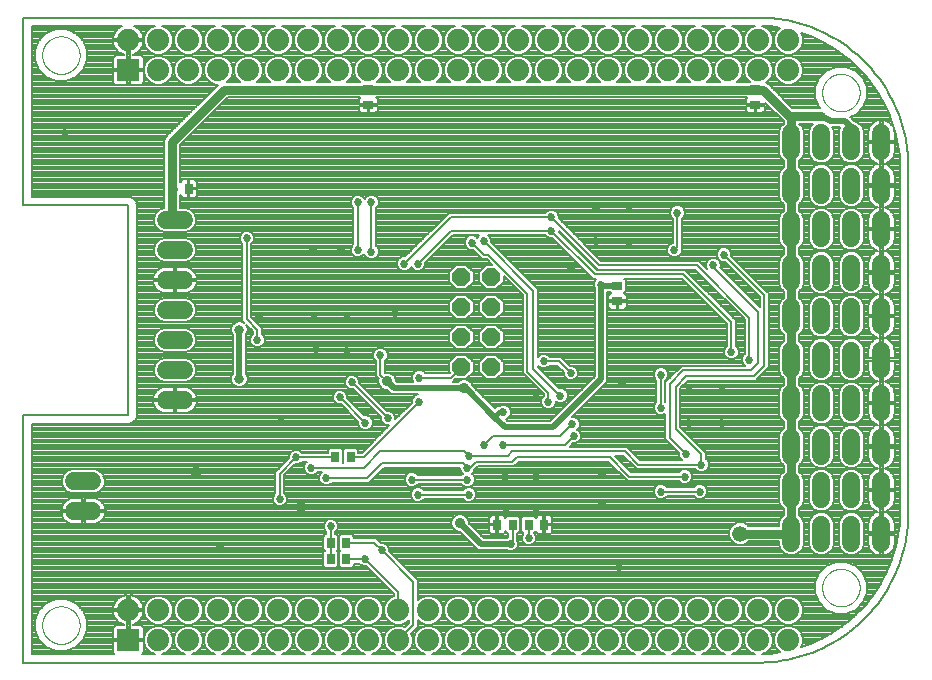
<source format=gbl>
G75*
%MOIN*%
%OFA0B0*%
%FSLAX25Y25*%
%IPPOS*%
%LPD*%
%AMOC8*
5,1,8,0,0,1.08239X$1,22.5*
%
%ADD10C,0.00800*%
%ADD11C,0.05937*%
%ADD12R,0.02756X0.03543*%
%ADD13C,0.00000*%
%ADD14R,0.07400X0.07400*%
%ADD15C,0.07400*%
%ADD16R,0.03543X0.02756*%
%ADD17C,0.06000*%
%ADD18OC8,0.06000*%
%ADD19C,0.02700*%
%ADD20C,0.03750*%
%ADD21C,0.02000*%
%ADD22C,0.03000*%
%ADD23C,0.05250*%
%ADD24C,0.03300*%
%ADD25C,0.03600*%
%ADD26C,0.01600*%
D10*
X0055400Y0026400D02*
X0300400Y0026400D01*
X0299204Y0029200D02*
X0297681Y0029831D01*
X0296331Y0031181D01*
X0295600Y0032945D01*
X0295600Y0034855D01*
X0296331Y0036619D01*
X0297681Y0037969D01*
X0299445Y0038700D01*
X0301355Y0038700D01*
X0303119Y0037969D01*
X0304469Y0036619D01*
X0305200Y0034855D01*
X0305200Y0032945D01*
X0304469Y0031181D01*
X0303119Y0029831D01*
X0301721Y0029252D01*
X0304103Y0029345D01*
X0307611Y0029901D01*
X0306331Y0031181D01*
X0305600Y0032945D01*
X0305600Y0034855D01*
X0306331Y0036619D01*
X0307681Y0037969D01*
X0309445Y0038700D01*
X0311355Y0038700D01*
X0313119Y0037969D01*
X0314469Y0036619D01*
X0315200Y0034855D01*
X0315200Y0032945D01*
X0314620Y0031544D01*
X0318463Y0032793D01*
X0325062Y0036155D01*
X0331054Y0040509D01*
X0336291Y0045746D01*
X0340645Y0051738D01*
X0344007Y0058337D01*
X0346296Y0065381D01*
X0347455Y0072697D01*
X0347600Y0076400D01*
X0347600Y0191400D01*
X0347455Y0195103D01*
X0346296Y0202419D01*
X0344007Y0209463D01*
X0340645Y0216062D01*
X0336291Y0222054D01*
X0331054Y0227291D01*
X0325062Y0231645D01*
X0318463Y0235007D01*
X0314620Y0236256D01*
X0315200Y0234855D01*
X0315200Y0232945D01*
X0314469Y0231181D01*
X0313119Y0229831D01*
X0311355Y0229100D01*
X0309445Y0229100D01*
X0307681Y0229831D01*
X0306331Y0231181D01*
X0305600Y0232945D01*
X0305600Y0234855D01*
X0306331Y0236619D01*
X0307611Y0237899D01*
X0304103Y0238455D01*
X0301721Y0238548D01*
X0303119Y0237969D01*
X0304469Y0236619D01*
X0305200Y0234855D01*
X0305200Y0232945D01*
X0304469Y0231181D01*
X0303119Y0229831D01*
X0301355Y0229100D01*
X0299445Y0229100D01*
X0297681Y0229831D01*
X0296331Y0231181D01*
X0295600Y0232945D01*
X0295600Y0234855D01*
X0296331Y0236619D01*
X0297681Y0237969D01*
X0299204Y0238600D01*
X0291596Y0238600D01*
X0293119Y0237969D01*
X0294469Y0236619D01*
X0295200Y0234855D01*
X0295200Y0232945D01*
X0294469Y0231181D01*
X0293119Y0229831D01*
X0291355Y0229100D01*
X0289445Y0229100D01*
X0287681Y0229831D01*
X0286331Y0231181D01*
X0285600Y0232945D01*
X0285600Y0234855D01*
X0286331Y0236619D01*
X0287681Y0237969D01*
X0289204Y0238600D01*
X0281596Y0238600D01*
X0283119Y0237969D01*
X0284469Y0236619D01*
X0285200Y0234855D01*
X0285200Y0232945D01*
X0284469Y0231181D01*
X0283119Y0229831D01*
X0281355Y0229100D01*
X0279445Y0229100D01*
X0277681Y0229831D01*
X0276331Y0231181D01*
X0275600Y0232945D01*
X0275600Y0234855D01*
X0276331Y0236619D01*
X0277681Y0237969D01*
X0279204Y0238600D01*
X0271596Y0238600D01*
X0273119Y0237969D01*
X0274469Y0236619D01*
X0275200Y0234855D01*
X0275200Y0232945D01*
X0274469Y0231181D01*
X0273119Y0229831D01*
X0271355Y0229100D01*
X0269445Y0229100D01*
X0267681Y0229831D01*
X0266331Y0231181D01*
X0265600Y0232945D01*
X0265600Y0234855D01*
X0266331Y0236619D01*
X0267681Y0237969D01*
X0269204Y0238600D01*
X0261596Y0238600D01*
X0263119Y0237969D01*
X0264469Y0236619D01*
X0265200Y0234855D01*
X0265200Y0232945D01*
X0264469Y0231181D01*
X0263119Y0229831D01*
X0261355Y0229100D01*
X0259445Y0229100D01*
X0257681Y0229831D01*
X0256331Y0231181D01*
X0255600Y0232945D01*
X0255600Y0234855D01*
X0256331Y0236619D01*
X0257681Y0237969D01*
X0259204Y0238600D01*
X0251596Y0238600D01*
X0253119Y0237969D01*
X0254469Y0236619D01*
X0255200Y0234855D01*
X0255200Y0232945D01*
X0254469Y0231181D01*
X0253119Y0229831D01*
X0251355Y0229100D01*
X0249445Y0229100D01*
X0247681Y0229831D01*
X0246331Y0231181D01*
X0245600Y0232945D01*
X0245600Y0234855D01*
X0246331Y0236619D01*
X0247681Y0237969D01*
X0249204Y0238600D01*
X0241596Y0238600D01*
X0243119Y0237969D01*
X0244469Y0236619D01*
X0245200Y0234855D01*
X0245200Y0232945D01*
X0244469Y0231181D01*
X0243119Y0229831D01*
X0241355Y0229100D01*
X0239445Y0229100D01*
X0237681Y0229831D01*
X0236331Y0231181D01*
X0235600Y0232945D01*
X0235600Y0234855D01*
X0236331Y0236619D01*
X0237681Y0237969D01*
X0239204Y0238600D01*
X0231596Y0238600D01*
X0233119Y0237969D01*
X0234469Y0236619D01*
X0235200Y0234855D01*
X0235200Y0232945D01*
X0234469Y0231181D01*
X0233119Y0229831D01*
X0231355Y0229100D01*
X0229445Y0229100D01*
X0227681Y0229831D01*
X0226331Y0231181D01*
X0225600Y0232945D01*
X0225600Y0234855D01*
X0226331Y0236619D01*
X0227681Y0237969D01*
X0229204Y0238600D01*
X0221596Y0238600D01*
X0223119Y0237969D01*
X0224469Y0236619D01*
X0225200Y0234855D01*
X0225200Y0232945D01*
X0224469Y0231181D01*
X0223119Y0229831D01*
X0221355Y0229100D01*
X0219445Y0229100D01*
X0217681Y0229831D01*
X0216331Y0231181D01*
X0215600Y0232945D01*
X0215600Y0234855D01*
X0216331Y0236619D01*
X0217681Y0237969D01*
X0219204Y0238600D01*
X0211596Y0238600D01*
X0213119Y0237969D01*
X0214469Y0236619D01*
X0215200Y0234855D01*
X0215200Y0232945D01*
X0214469Y0231181D01*
X0213119Y0229831D01*
X0211355Y0229100D01*
X0209445Y0229100D01*
X0207681Y0229831D01*
X0206331Y0231181D01*
X0205600Y0232945D01*
X0205600Y0234855D01*
X0206331Y0236619D01*
X0207681Y0237969D01*
X0209204Y0238600D01*
X0201596Y0238600D01*
X0203119Y0237969D01*
X0204469Y0236619D01*
X0205200Y0234855D01*
X0205200Y0232945D01*
X0204469Y0231181D01*
X0203119Y0229831D01*
X0201355Y0229100D01*
X0199445Y0229100D01*
X0197681Y0229831D01*
X0196331Y0231181D01*
X0195600Y0232945D01*
X0195600Y0234855D01*
X0196331Y0236619D01*
X0197681Y0237969D01*
X0199204Y0238600D01*
X0191596Y0238600D01*
X0193119Y0237969D01*
X0194469Y0236619D01*
X0195200Y0234855D01*
X0195200Y0232945D01*
X0194469Y0231181D01*
X0193119Y0229831D01*
X0191355Y0229100D01*
X0189445Y0229100D01*
X0187681Y0229831D01*
X0186331Y0231181D01*
X0185600Y0232945D01*
X0185600Y0234855D01*
X0186331Y0236619D01*
X0187681Y0237969D01*
X0189204Y0238600D01*
X0181596Y0238600D01*
X0183119Y0237969D01*
X0184469Y0236619D01*
X0185200Y0234855D01*
X0185200Y0232945D01*
X0184469Y0231181D01*
X0183119Y0229831D01*
X0181355Y0229100D01*
X0179445Y0229100D01*
X0177681Y0229831D01*
X0176331Y0231181D01*
X0175600Y0232945D01*
X0175600Y0234855D01*
X0176331Y0236619D01*
X0177681Y0237969D01*
X0179204Y0238600D01*
X0171596Y0238600D01*
X0173119Y0237969D01*
X0174469Y0236619D01*
X0175200Y0234855D01*
X0175200Y0232945D01*
X0174469Y0231181D01*
X0173119Y0229831D01*
X0171355Y0229100D01*
X0169445Y0229100D01*
X0167681Y0229831D01*
X0166331Y0231181D01*
X0165600Y0232945D01*
X0165600Y0234855D01*
X0166331Y0236619D01*
X0167681Y0237969D01*
X0169204Y0238600D01*
X0161596Y0238600D01*
X0163119Y0237969D01*
X0164469Y0236619D01*
X0165200Y0234855D01*
X0165200Y0232945D01*
X0164469Y0231181D01*
X0163119Y0229831D01*
X0161355Y0229100D01*
X0159445Y0229100D01*
X0157681Y0229831D01*
X0156331Y0231181D01*
X0155600Y0232945D01*
X0155600Y0234855D01*
X0156331Y0236619D01*
X0157681Y0237969D01*
X0159204Y0238600D01*
X0151596Y0238600D01*
X0153119Y0237969D01*
X0154469Y0236619D01*
X0155200Y0234855D01*
X0155200Y0232945D01*
X0154469Y0231181D01*
X0153119Y0229831D01*
X0151355Y0229100D01*
X0149445Y0229100D01*
X0147681Y0229831D01*
X0146331Y0231181D01*
X0145600Y0232945D01*
X0145600Y0234855D01*
X0146331Y0236619D01*
X0147681Y0237969D01*
X0149204Y0238600D01*
X0141596Y0238600D01*
X0143119Y0237969D01*
X0144469Y0236619D01*
X0145200Y0234855D01*
X0145200Y0232945D01*
X0144469Y0231181D01*
X0143119Y0229831D01*
X0141355Y0229100D01*
X0139445Y0229100D01*
X0137681Y0229831D01*
X0136331Y0231181D01*
X0135600Y0232945D01*
X0135600Y0234855D01*
X0136331Y0236619D01*
X0137681Y0237969D01*
X0139204Y0238600D01*
X0131596Y0238600D01*
X0133119Y0237969D01*
X0134469Y0236619D01*
X0135200Y0234855D01*
X0135200Y0232945D01*
X0134469Y0231181D01*
X0133119Y0229831D01*
X0131355Y0229100D01*
X0129445Y0229100D01*
X0127681Y0229831D01*
X0126331Y0231181D01*
X0125600Y0232945D01*
X0125600Y0234855D01*
X0126331Y0236619D01*
X0127681Y0237969D01*
X0129204Y0238600D01*
X0121596Y0238600D01*
X0123119Y0237969D01*
X0124469Y0236619D01*
X0125200Y0234855D01*
X0125200Y0232945D01*
X0124469Y0231181D01*
X0123119Y0229831D01*
X0121355Y0229100D01*
X0119445Y0229100D01*
X0117681Y0229831D01*
X0116331Y0231181D01*
X0115600Y0232945D01*
X0115600Y0234855D01*
X0116331Y0236619D01*
X0117681Y0237969D01*
X0119204Y0238600D01*
X0111596Y0238600D01*
X0113119Y0237969D01*
X0114469Y0236619D01*
X0115200Y0234855D01*
X0115200Y0232945D01*
X0114469Y0231181D01*
X0113119Y0229831D01*
X0111355Y0229100D01*
X0109445Y0229100D01*
X0107681Y0229831D01*
X0106331Y0231181D01*
X0105600Y0232945D01*
X0105600Y0234855D01*
X0106331Y0236619D01*
X0107681Y0237969D01*
X0109204Y0238600D01*
X0101596Y0238600D01*
X0103119Y0237969D01*
X0104469Y0236619D01*
X0105200Y0234855D01*
X0105200Y0232945D01*
X0104469Y0231181D01*
X0103119Y0229831D01*
X0101355Y0229100D01*
X0099445Y0229100D01*
X0097681Y0229831D01*
X0096331Y0231181D01*
X0095600Y0232945D01*
X0095600Y0234855D01*
X0096331Y0236619D01*
X0097681Y0237969D01*
X0099204Y0238600D01*
X0092409Y0238600D01*
X0093073Y0238262D01*
X0093722Y0237790D01*
X0094290Y0237222D01*
X0094762Y0236573D01*
X0095126Y0235858D01*
X0095374Y0235094D01*
X0095500Y0234301D01*
X0095500Y0234300D01*
X0090800Y0234300D01*
X0090800Y0233500D01*
X0095500Y0233500D01*
X0095500Y0233499D01*
X0095374Y0232706D01*
X0095126Y0231942D01*
X0094762Y0231227D01*
X0094290Y0230578D01*
X0093722Y0230010D01*
X0093073Y0229538D01*
X0092358Y0229174D01*
X0091823Y0229000D01*
X0094284Y0229000D01*
X0094640Y0228905D01*
X0094960Y0228720D01*
X0095220Y0228460D01*
X0095405Y0228140D01*
X0095500Y0227784D01*
X0095500Y0224300D01*
X0090800Y0224300D01*
X0090000Y0224300D01*
X0090000Y0233500D01*
X0090800Y0233500D01*
X0090800Y0228800D01*
X0090800Y0224300D01*
X0090800Y0223500D01*
X0095500Y0223500D01*
X0095500Y0220016D01*
X0095405Y0219660D01*
X0095220Y0219340D01*
X0094960Y0219080D01*
X0094640Y0218895D01*
X0094284Y0218800D01*
X0090800Y0218800D01*
X0090800Y0223500D01*
X0090000Y0223500D01*
X0090000Y0218800D01*
X0086516Y0218800D01*
X0086160Y0218895D01*
X0085840Y0219080D01*
X0085580Y0219340D01*
X0085395Y0219660D01*
X0085300Y0220016D01*
X0085300Y0223500D01*
X0090000Y0223500D01*
X0090000Y0224300D01*
X0085300Y0224300D01*
X0085300Y0227784D01*
X0085395Y0228140D01*
X0085580Y0228460D01*
X0085840Y0228720D01*
X0086160Y0228905D01*
X0086516Y0229000D01*
X0088977Y0229000D01*
X0088442Y0229174D01*
X0087727Y0229538D01*
X0087078Y0230010D01*
X0086510Y0230578D01*
X0086038Y0231227D01*
X0085674Y0231942D01*
X0085426Y0232706D01*
X0085300Y0233499D01*
X0085300Y0233500D01*
X0090000Y0233500D01*
X0090000Y0234300D01*
X0085300Y0234300D01*
X0085300Y0234301D01*
X0085426Y0235094D01*
X0085674Y0235858D01*
X0086038Y0236573D01*
X0086510Y0237222D01*
X0087078Y0237790D01*
X0087727Y0238262D01*
X0088391Y0238600D01*
X0058200Y0238600D01*
X0058200Y0181700D01*
X0090957Y0181700D01*
X0091986Y0181274D01*
X0092774Y0180486D01*
X0093200Y0179457D01*
X0093200Y0108343D01*
X0092774Y0107314D01*
X0091986Y0106526D01*
X0090957Y0106100D01*
X0058200Y0106100D01*
X0058200Y0029200D01*
X0085720Y0029200D01*
X0085580Y0029340D01*
X0085395Y0029660D01*
X0085300Y0030016D01*
X0085300Y0033500D01*
X0090000Y0033500D01*
X0090000Y0034300D01*
X0090000Y0043500D01*
X0090800Y0043500D01*
X0090800Y0044300D01*
X0090000Y0044300D01*
X0090000Y0049000D01*
X0089999Y0049000D01*
X0089206Y0048874D01*
X0088442Y0048626D01*
X0087727Y0048262D01*
X0087078Y0047790D01*
X0086510Y0047222D01*
X0086038Y0046573D01*
X0085674Y0045858D01*
X0085426Y0045094D01*
X0085300Y0044301D01*
X0085300Y0044300D01*
X0090000Y0044300D01*
X0090000Y0043500D01*
X0085300Y0043500D01*
X0085300Y0043499D01*
X0085426Y0042706D01*
X0085674Y0041942D01*
X0086038Y0041227D01*
X0086510Y0040578D01*
X0087078Y0040010D01*
X0087727Y0039538D01*
X0088442Y0039174D01*
X0088977Y0039000D01*
X0086516Y0039000D01*
X0086160Y0038905D01*
X0085840Y0038720D01*
X0085580Y0038460D01*
X0085395Y0038140D01*
X0085300Y0037784D01*
X0085300Y0034300D01*
X0090000Y0034300D01*
X0090800Y0034300D01*
X0090800Y0038800D01*
X0090800Y0043500D01*
X0095500Y0043500D01*
X0095500Y0043499D01*
X0095374Y0042706D01*
X0095126Y0041942D01*
X0094762Y0041227D01*
X0094290Y0040578D01*
X0093722Y0040010D01*
X0093073Y0039538D01*
X0092358Y0039174D01*
X0091823Y0039000D01*
X0094284Y0039000D01*
X0094640Y0038905D01*
X0094960Y0038720D01*
X0095220Y0038460D01*
X0095405Y0038140D01*
X0095500Y0037784D01*
X0095500Y0034300D01*
X0090800Y0034300D01*
X0090800Y0033500D01*
X0095500Y0033500D01*
X0095500Y0030016D01*
X0095405Y0029660D01*
X0095220Y0029340D01*
X0095080Y0029200D01*
X0099204Y0029200D01*
X0097681Y0029831D01*
X0096331Y0031181D01*
X0095600Y0032945D01*
X0095600Y0034855D01*
X0096331Y0036619D01*
X0097681Y0037969D01*
X0099445Y0038700D01*
X0101355Y0038700D01*
X0103119Y0037969D01*
X0104469Y0036619D01*
X0105200Y0034855D01*
X0105200Y0032945D01*
X0104469Y0031181D01*
X0103119Y0029831D01*
X0101596Y0029200D01*
X0109204Y0029200D01*
X0107681Y0029831D01*
X0106331Y0031181D01*
X0105600Y0032945D01*
X0105600Y0034855D01*
X0106331Y0036619D01*
X0107681Y0037969D01*
X0109445Y0038700D01*
X0111355Y0038700D01*
X0113119Y0037969D01*
X0114469Y0036619D01*
X0115200Y0034855D01*
X0115200Y0032945D01*
X0114469Y0031181D01*
X0113119Y0029831D01*
X0111596Y0029200D01*
X0119204Y0029200D01*
X0117681Y0029831D01*
X0116331Y0031181D01*
X0115600Y0032945D01*
X0115600Y0034855D01*
X0116331Y0036619D01*
X0117681Y0037969D01*
X0119445Y0038700D01*
X0121355Y0038700D01*
X0123119Y0037969D01*
X0124469Y0036619D01*
X0125200Y0034855D01*
X0125200Y0032945D01*
X0124469Y0031181D01*
X0123119Y0029831D01*
X0121596Y0029200D01*
X0129204Y0029200D01*
X0127681Y0029831D01*
X0126331Y0031181D01*
X0125600Y0032945D01*
X0125600Y0034855D01*
X0126331Y0036619D01*
X0127681Y0037969D01*
X0129445Y0038700D01*
X0131355Y0038700D01*
X0133119Y0037969D01*
X0134469Y0036619D01*
X0135200Y0034855D01*
X0135200Y0032945D01*
X0134469Y0031181D01*
X0133119Y0029831D01*
X0131596Y0029200D01*
X0139204Y0029200D01*
X0137681Y0029831D01*
X0136331Y0031181D01*
X0135600Y0032945D01*
X0135600Y0034855D01*
X0136331Y0036619D01*
X0137681Y0037969D01*
X0139445Y0038700D01*
X0141355Y0038700D01*
X0143119Y0037969D01*
X0144469Y0036619D01*
X0145200Y0034855D01*
X0145200Y0032945D01*
X0144469Y0031181D01*
X0143119Y0029831D01*
X0141596Y0029200D01*
X0149204Y0029200D01*
X0147681Y0029831D01*
X0146331Y0031181D01*
X0145600Y0032945D01*
X0145600Y0034855D01*
X0146331Y0036619D01*
X0147681Y0037969D01*
X0149445Y0038700D01*
X0151355Y0038700D01*
X0153119Y0037969D01*
X0154469Y0036619D01*
X0155200Y0034855D01*
X0155200Y0032945D01*
X0154469Y0031181D01*
X0153119Y0029831D01*
X0151596Y0029200D01*
X0159204Y0029200D01*
X0157681Y0029831D01*
X0156331Y0031181D01*
X0155600Y0032945D01*
X0155600Y0034855D01*
X0156331Y0036619D01*
X0157681Y0037969D01*
X0159445Y0038700D01*
X0161355Y0038700D01*
X0163119Y0037969D01*
X0164469Y0036619D01*
X0165200Y0034855D01*
X0165200Y0032945D01*
X0164469Y0031181D01*
X0163119Y0029831D01*
X0161596Y0029200D01*
X0169204Y0029200D01*
X0167681Y0029831D01*
X0166331Y0031181D01*
X0165600Y0032945D01*
X0165600Y0034855D01*
X0166331Y0036619D01*
X0167681Y0037969D01*
X0169445Y0038700D01*
X0171355Y0038700D01*
X0173119Y0037969D01*
X0174469Y0036619D01*
X0175200Y0034855D01*
X0175200Y0032945D01*
X0174469Y0031181D01*
X0173119Y0029831D01*
X0171596Y0029200D01*
X0179204Y0029200D01*
X0177681Y0029831D01*
X0176331Y0031181D01*
X0175600Y0032945D01*
X0175600Y0034855D01*
X0176331Y0036619D01*
X0177681Y0037969D01*
X0179445Y0038700D01*
X0181355Y0038700D01*
X0182574Y0038195D01*
X0183900Y0039521D01*
X0183900Y0040612D01*
X0183119Y0039831D01*
X0181355Y0039100D01*
X0179445Y0039100D01*
X0177681Y0039831D01*
X0176331Y0041181D01*
X0175600Y0042945D01*
X0175600Y0044855D01*
X0176331Y0046619D01*
X0177681Y0047969D01*
X0178900Y0048474D01*
X0178900Y0049279D01*
X0169729Y0058450D01*
X0168913Y0058450D01*
X0168012Y0058823D01*
X0167435Y0059400D01*
X0165437Y0059400D01*
X0165437Y0058673D01*
X0164793Y0058028D01*
X0161125Y0058028D01*
X0160481Y0058673D01*
X0160481Y0063127D01*
X0161004Y0063650D01*
X0160481Y0064173D01*
X0160481Y0068627D01*
X0161125Y0069272D01*
X0164793Y0069272D01*
X0165437Y0068627D01*
X0165437Y0067900D01*
X0173021Y0067900D01*
X0174571Y0066350D01*
X0175387Y0066350D01*
X0176288Y0065977D01*
X0176977Y0065288D01*
X0177350Y0064387D01*
X0177350Y0063571D01*
X0186900Y0054021D01*
X0186900Y0047188D01*
X0187681Y0047969D01*
X0189445Y0048700D01*
X0191355Y0048700D01*
X0193119Y0047969D01*
X0194469Y0046619D01*
X0195200Y0044855D01*
X0195200Y0042945D01*
X0194469Y0041181D01*
X0193119Y0039831D01*
X0191355Y0039100D01*
X0189445Y0039100D01*
X0187681Y0039831D01*
X0186900Y0040612D01*
X0186900Y0038279D01*
X0186021Y0037400D01*
X0184695Y0036074D01*
X0185200Y0034855D01*
X0185200Y0032945D01*
X0184469Y0031181D01*
X0183119Y0029831D01*
X0181596Y0029200D01*
X0189204Y0029200D01*
X0187681Y0029831D01*
X0186331Y0031181D01*
X0185600Y0032945D01*
X0185600Y0034855D01*
X0186331Y0036619D01*
X0187681Y0037969D01*
X0189445Y0038700D01*
X0191355Y0038700D01*
X0193119Y0037969D01*
X0194469Y0036619D01*
X0195200Y0034855D01*
X0195200Y0032945D01*
X0194469Y0031181D01*
X0193119Y0029831D01*
X0191596Y0029200D01*
X0199204Y0029200D01*
X0197681Y0029831D01*
X0196331Y0031181D01*
X0195600Y0032945D01*
X0195600Y0034855D01*
X0196331Y0036619D01*
X0197681Y0037969D01*
X0199445Y0038700D01*
X0201355Y0038700D01*
X0203119Y0037969D01*
X0204469Y0036619D01*
X0205200Y0034855D01*
X0205200Y0032945D01*
X0204469Y0031181D01*
X0203119Y0029831D01*
X0201596Y0029200D01*
X0209204Y0029200D01*
X0207681Y0029831D01*
X0206331Y0031181D01*
X0205600Y0032945D01*
X0205600Y0034855D01*
X0206331Y0036619D01*
X0207681Y0037969D01*
X0209445Y0038700D01*
X0211355Y0038700D01*
X0213119Y0037969D01*
X0214469Y0036619D01*
X0215200Y0034855D01*
X0215200Y0032945D01*
X0214469Y0031181D01*
X0213119Y0029831D01*
X0211596Y0029200D01*
X0219204Y0029200D01*
X0217681Y0029831D01*
X0216331Y0031181D01*
X0215600Y0032945D01*
X0215600Y0034855D01*
X0216331Y0036619D01*
X0217681Y0037969D01*
X0219445Y0038700D01*
X0221355Y0038700D01*
X0223119Y0037969D01*
X0224469Y0036619D01*
X0225200Y0034855D01*
X0225200Y0032945D01*
X0224469Y0031181D01*
X0223119Y0029831D01*
X0221596Y0029200D01*
X0229204Y0029200D01*
X0227681Y0029831D01*
X0226331Y0031181D01*
X0225600Y0032945D01*
X0225600Y0034855D01*
X0226331Y0036619D01*
X0227681Y0037969D01*
X0229445Y0038700D01*
X0231355Y0038700D01*
X0233119Y0037969D01*
X0234469Y0036619D01*
X0235200Y0034855D01*
X0235200Y0032945D01*
X0234469Y0031181D01*
X0233119Y0029831D01*
X0231596Y0029200D01*
X0239204Y0029200D01*
X0237681Y0029831D01*
X0236331Y0031181D01*
X0235600Y0032945D01*
X0235600Y0034855D01*
X0236331Y0036619D01*
X0237681Y0037969D01*
X0239445Y0038700D01*
X0241355Y0038700D01*
X0243119Y0037969D01*
X0244469Y0036619D01*
X0245200Y0034855D01*
X0245200Y0032945D01*
X0244469Y0031181D01*
X0243119Y0029831D01*
X0241596Y0029200D01*
X0249204Y0029200D01*
X0247681Y0029831D01*
X0246331Y0031181D01*
X0245600Y0032945D01*
X0245600Y0034855D01*
X0246331Y0036619D01*
X0247681Y0037969D01*
X0249445Y0038700D01*
X0251355Y0038700D01*
X0253119Y0037969D01*
X0254469Y0036619D01*
X0255200Y0034855D01*
X0255200Y0032945D01*
X0254469Y0031181D01*
X0253119Y0029831D01*
X0251596Y0029200D01*
X0259204Y0029200D01*
X0257681Y0029831D01*
X0256331Y0031181D01*
X0255600Y0032945D01*
X0255600Y0034855D01*
X0256331Y0036619D01*
X0257681Y0037969D01*
X0259445Y0038700D01*
X0261355Y0038700D01*
X0263119Y0037969D01*
X0264469Y0036619D01*
X0265200Y0034855D01*
X0265200Y0032945D01*
X0264469Y0031181D01*
X0263119Y0029831D01*
X0261596Y0029200D01*
X0269204Y0029200D01*
X0267681Y0029831D01*
X0266331Y0031181D01*
X0265600Y0032945D01*
X0265600Y0034855D01*
X0266331Y0036619D01*
X0267681Y0037969D01*
X0269445Y0038700D01*
X0271355Y0038700D01*
X0273119Y0037969D01*
X0274469Y0036619D01*
X0275200Y0034855D01*
X0275200Y0032945D01*
X0274469Y0031181D01*
X0273119Y0029831D01*
X0271596Y0029200D01*
X0279204Y0029200D01*
X0277681Y0029831D01*
X0276331Y0031181D01*
X0275600Y0032945D01*
X0275600Y0034855D01*
X0276331Y0036619D01*
X0277681Y0037969D01*
X0279445Y0038700D01*
X0281355Y0038700D01*
X0283119Y0037969D01*
X0284469Y0036619D01*
X0285200Y0034855D01*
X0285200Y0032945D01*
X0284469Y0031181D01*
X0283119Y0029831D01*
X0281596Y0029200D01*
X0289204Y0029200D01*
X0287681Y0029831D01*
X0286331Y0031181D01*
X0285600Y0032945D01*
X0285600Y0034855D01*
X0286331Y0036619D01*
X0287681Y0037969D01*
X0289445Y0038700D01*
X0291355Y0038700D01*
X0293119Y0037969D01*
X0294469Y0036619D01*
X0295200Y0034855D01*
X0295200Y0032945D01*
X0294469Y0031181D01*
X0293119Y0029831D01*
X0291596Y0029200D01*
X0299204Y0029200D01*
X0298252Y0029594D02*
X0292547Y0029594D01*
X0293681Y0030393D02*
X0297119Y0030393D01*
X0296327Y0031191D02*
X0294473Y0031191D01*
X0294804Y0031990D02*
X0295996Y0031990D01*
X0295665Y0032788D02*
X0295135Y0032788D01*
X0295200Y0033587D02*
X0295600Y0033587D01*
X0295600Y0034385D02*
X0295200Y0034385D01*
X0295064Y0035184D02*
X0295736Y0035184D01*
X0296067Y0035982D02*
X0294733Y0035982D01*
X0294308Y0036781D02*
X0296492Y0036781D01*
X0297291Y0037579D02*
X0293509Y0037579D01*
X0292133Y0038378D02*
X0298667Y0038378D01*
X0299261Y0039176D02*
X0291539Y0039176D01*
X0291355Y0039100D02*
X0293119Y0039831D01*
X0294469Y0041181D01*
X0295200Y0042945D01*
X0295200Y0044855D01*
X0294469Y0046619D01*
X0293119Y0047969D01*
X0291355Y0048700D01*
X0289445Y0048700D01*
X0287681Y0047969D01*
X0286331Y0046619D01*
X0285600Y0044855D01*
X0285600Y0042945D01*
X0286331Y0041181D01*
X0287681Y0039831D01*
X0289445Y0039100D01*
X0291355Y0039100D01*
X0289261Y0039176D02*
X0281539Y0039176D01*
X0281355Y0039100D02*
X0283119Y0039831D01*
X0284469Y0041181D01*
X0285200Y0042945D01*
X0285200Y0044855D01*
X0284469Y0046619D01*
X0283119Y0047969D01*
X0281355Y0048700D01*
X0279445Y0048700D01*
X0277681Y0047969D01*
X0276331Y0046619D01*
X0275600Y0044855D01*
X0275600Y0042945D01*
X0276331Y0041181D01*
X0277681Y0039831D01*
X0279445Y0039100D01*
X0281355Y0039100D01*
X0282133Y0038378D02*
X0288667Y0038378D01*
X0287291Y0037579D02*
X0283509Y0037579D01*
X0284308Y0036781D02*
X0286492Y0036781D01*
X0286067Y0035982D02*
X0284733Y0035982D01*
X0285064Y0035184D02*
X0285736Y0035184D01*
X0285600Y0034385D02*
X0285200Y0034385D01*
X0285200Y0033587D02*
X0285600Y0033587D01*
X0285665Y0032788D02*
X0285135Y0032788D01*
X0284804Y0031990D02*
X0285996Y0031990D01*
X0286327Y0031191D02*
X0284473Y0031191D01*
X0283681Y0030393D02*
X0287119Y0030393D01*
X0288252Y0029594D02*
X0282547Y0029594D01*
X0278252Y0029594D02*
X0272547Y0029594D01*
X0273681Y0030393D02*
X0277119Y0030393D01*
X0276327Y0031191D02*
X0274473Y0031191D01*
X0274804Y0031990D02*
X0275996Y0031990D01*
X0275665Y0032788D02*
X0275135Y0032788D01*
X0275200Y0033587D02*
X0275600Y0033587D01*
X0275600Y0034385D02*
X0275200Y0034385D01*
X0275064Y0035184D02*
X0275736Y0035184D01*
X0276067Y0035982D02*
X0274733Y0035982D01*
X0274308Y0036781D02*
X0276492Y0036781D01*
X0277291Y0037579D02*
X0273509Y0037579D01*
X0272133Y0038378D02*
X0278667Y0038378D01*
X0279261Y0039176D02*
X0271539Y0039176D01*
X0271355Y0039100D02*
X0273119Y0039831D01*
X0274469Y0041181D01*
X0275200Y0042945D01*
X0275200Y0044855D01*
X0274469Y0046619D01*
X0273119Y0047969D01*
X0271355Y0048700D01*
X0269445Y0048700D01*
X0267681Y0047969D01*
X0266331Y0046619D01*
X0265600Y0044855D01*
X0265600Y0042945D01*
X0266331Y0041181D01*
X0267681Y0039831D01*
X0269445Y0039100D01*
X0271355Y0039100D01*
X0269261Y0039176D02*
X0261539Y0039176D01*
X0261355Y0039100D02*
X0263119Y0039831D01*
X0264469Y0041181D01*
X0265200Y0042945D01*
X0265200Y0044855D01*
X0264469Y0046619D01*
X0263119Y0047969D01*
X0261355Y0048700D01*
X0259445Y0048700D01*
X0257681Y0047969D01*
X0256331Y0046619D01*
X0255600Y0044855D01*
X0255600Y0042945D01*
X0256331Y0041181D01*
X0257681Y0039831D01*
X0259445Y0039100D01*
X0261355Y0039100D01*
X0262133Y0038378D02*
X0268667Y0038378D01*
X0267291Y0037579D02*
X0263509Y0037579D01*
X0264308Y0036781D02*
X0266492Y0036781D01*
X0266067Y0035982D02*
X0264733Y0035982D01*
X0265064Y0035184D02*
X0265736Y0035184D01*
X0265600Y0034385D02*
X0265200Y0034385D01*
X0265200Y0033587D02*
X0265600Y0033587D01*
X0265665Y0032788D02*
X0265135Y0032788D01*
X0264804Y0031990D02*
X0265996Y0031990D01*
X0266327Y0031191D02*
X0264473Y0031191D01*
X0263681Y0030393D02*
X0267119Y0030393D01*
X0268252Y0029594D02*
X0262547Y0029594D01*
X0258252Y0029594D02*
X0252547Y0029594D01*
X0253681Y0030393D02*
X0257119Y0030393D01*
X0256327Y0031191D02*
X0254473Y0031191D01*
X0254804Y0031990D02*
X0255996Y0031990D01*
X0255665Y0032788D02*
X0255135Y0032788D01*
X0255200Y0033587D02*
X0255600Y0033587D01*
X0255600Y0034385D02*
X0255200Y0034385D01*
X0255064Y0035184D02*
X0255736Y0035184D01*
X0256067Y0035982D02*
X0254733Y0035982D01*
X0254308Y0036781D02*
X0256492Y0036781D01*
X0257291Y0037579D02*
X0253509Y0037579D01*
X0252133Y0038378D02*
X0258667Y0038378D01*
X0259261Y0039176D02*
X0251539Y0039176D01*
X0251355Y0039100D02*
X0253119Y0039831D01*
X0254469Y0041181D01*
X0255200Y0042945D01*
X0255200Y0044855D01*
X0254469Y0046619D01*
X0253119Y0047969D01*
X0251355Y0048700D01*
X0249445Y0048700D01*
X0247681Y0047969D01*
X0246331Y0046619D01*
X0245600Y0044855D01*
X0245600Y0042945D01*
X0246331Y0041181D01*
X0247681Y0039831D01*
X0249445Y0039100D01*
X0251355Y0039100D01*
X0249261Y0039176D02*
X0241539Y0039176D01*
X0241355Y0039100D02*
X0243119Y0039831D01*
X0244469Y0041181D01*
X0245200Y0042945D01*
X0245200Y0044855D01*
X0244469Y0046619D01*
X0243119Y0047969D01*
X0241355Y0048700D01*
X0239445Y0048700D01*
X0237681Y0047969D01*
X0236331Y0046619D01*
X0235600Y0044855D01*
X0235600Y0042945D01*
X0236331Y0041181D01*
X0237681Y0039831D01*
X0239445Y0039100D01*
X0241355Y0039100D01*
X0242133Y0038378D02*
X0248667Y0038378D01*
X0247291Y0037579D02*
X0243509Y0037579D01*
X0244308Y0036781D02*
X0246492Y0036781D01*
X0246067Y0035982D02*
X0244733Y0035982D01*
X0245064Y0035184D02*
X0245736Y0035184D01*
X0245600Y0034385D02*
X0245200Y0034385D01*
X0245200Y0033587D02*
X0245600Y0033587D01*
X0245665Y0032788D02*
X0245135Y0032788D01*
X0244804Y0031990D02*
X0245996Y0031990D01*
X0246327Y0031191D02*
X0244473Y0031191D01*
X0243681Y0030393D02*
X0247119Y0030393D01*
X0248252Y0029594D02*
X0242547Y0029594D01*
X0238252Y0029594D02*
X0232547Y0029594D01*
X0233681Y0030393D02*
X0237119Y0030393D01*
X0236327Y0031191D02*
X0234473Y0031191D01*
X0234804Y0031990D02*
X0235996Y0031990D01*
X0235665Y0032788D02*
X0235135Y0032788D01*
X0235200Y0033587D02*
X0235600Y0033587D01*
X0235600Y0034385D02*
X0235200Y0034385D01*
X0235064Y0035184D02*
X0235736Y0035184D01*
X0236067Y0035982D02*
X0234733Y0035982D01*
X0234308Y0036781D02*
X0236492Y0036781D01*
X0237291Y0037579D02*
X0233509Y0037579D01*
X0232133Y0038378D02*
X0238667Y0038378D01*
X0239261Y0039176D02*
X0231539Y0039176D01*
X0231355Y0039100D02*
X0233119Y0039831D01*
X0234469Y0041181D01*
X0235200Y0042945D01*
X0235200Y0044855D01*
X0234469Y0046619D01*
X0233119Y0047969D01*
X0231355Y0048700D01*
X0229445Y0048700D01*
X0227681Y0047969D01*
X0226331Y0046619D01*
X0225600Y0044855D01*
X0225600Y0042945D01*
X0226331Y0041181D01*
X0227681Y0039831D01*
X0229445Y0039100D01*
X0231355Y0039100D01*
X0229261Y0039176D02*
X0221539Y0039176D01*
X0221355Y0039100D02*
X0223119Y0039831D01*
X0224469Y0041181D01*
X0225200Y0042945D01*
X0225200Y0044855D01*
X0224469Y0046619D01*
X0223119Y0047969D01*
X0221355Y0048700D01*
X0219445Y0048700D01*
X0217681Y0047969D01*
X0216331Y0046619D01*
X0215600Y0044855D01*
X0215600Y0042945D01*
X0216331Y0041181D01*
X0217681Y0039831D01*
X0219445Y0039100D01*
X0221355Y0039100D01*
X0222133Y0038378D02*
X0228667Y0038378D01*
X0227291Y0037579D02*
X0223509Y0037579D01*
X0224308Y0036781D02*
X0226492Y0036781D01*
X0226067Y0035982D02*
X0224733Y0035982D01*
X0225064Y0035184D02*
X0225736Y0035184D01*
X0225600Y0034385D02*
X0225200Y0034385D01*
X0225200Y0033587D02*
X0225600Y0033587D01*
X0225665Y0032788D02*
X0225135Y0032788D01*
X0224804Y0031990D02*
X0225996Y0031990D01*
X0226327Y0031191D02*
X0224473Y0031191D01*
X0223681Y0030393D02*
X0227119Y0030393D01*
X0228252Y0029594D02*
X0222547Y0029594D01*
X0218252Y0029594D02*
X0212547Y0029594D01*
X0213681Y0030393D02*
X0217119Y0030393D01*
X0216327Y0031191D02*
X0214473Y0031191D01*
X0214804Y0031990D02*
X0215996Y0031990D01*
X0215665Y0032788D02*
X0215135Y0032788D01*
X0215200Y0033587D02*
X0215600Y0033587D01*
X0215600Y0034385D02*
X0215200Y0034385D01*
X0215064Y0035184D02*
X0215736Y0035184D01*
X0216067Y0035982D02*
X0214733Y0035982D01*
X0214308Y0036781D02*
X0216492Y0036781D01*
X0217291Y0037579D02*
X0213509Y0037579D01*
X0212133Y0038378D02*
X0218667Y0038378D01*
X0219261Y0039176D02*
X0211539Y0039176D01*
X0211355Y0039100D02*
X0213119Y0039831D01*
X0214469Y0041181D01*
X0215200Y0042945D01*
X0215200Y0044855D01*
X0214469Y0046619D01*
X0213119Y0047969D01*
X0211355Y0048700D01*
X0209445Y0048700D01*
X0207681Y0047969D01*
X0206331Y0046619D01*
X0205600Y0044855D01*
X0205600Y0042945D01*
X0206331Y0041181D01*
X0207681Y0039831D01*
X0209445Y0039100D01*
X0211355Y0039100D01*
X0209261Y0039176D02*
X0201539Y0039176D01*
X0201355Y0039100D02*
X0203119Y0039831D01*
X0204469Y0041181D01*
X0205200Y0042945D01*
X0205200Y0044855D01*
X0204469Y0046619D01*
X0203119Y0047969D01*
X0201355Y0048700D01*
X0199445Y0048700D01*
X0197681Y0047969D01*
X0196331Y0046619D01*
X0195600Y0044855D01*
X0195600Y0042945D01*
X0196331Y0041181D01*
X0197681Y0039831D01*
X0199445Y0039100D01*
X0201355Y0039100D01*
X0202133Y0038378D02*
X0208667Y0038378D01*
X0207291Y0037579D02*
X0203509Y0037579D01*
X0204308Y0036781D02*
X0206492Y0036781D01*
X0206067Y0035982D02*
X0204733Y0035982D01*
X0205064Y0035184D02*
X0205736Y0035184D01*
X0205600Y0034385D02*
X0205200Y0034385D01*
X0205200Y0033587D02*
X0205600Y0033587D01*
X0205665Y0032788D02*
X0205135Y0032788D01*
X0204804Y0031990D02*
X0205996Y0031990D01*
X0206327Y0031191D02*
X0204473Y0031191D01*
X0203681Y0030393D02*
X0207119Y0030393D01*
X0208252Y0029594D02*
X0202547Y0029594D01*
X0198252Y0029594D02*
X0192547Y0029594D01*
X0193681Y0030393D02*
X0197119Y0030393D01*
X0196327Y0031191D02*
X0194473Y0031191D01*
X0194804Y0031990D02*
X0195996Y0031990D01*
X0195665Y0032788D02*
X0195135Y0032788D01*
X0195200Y0033587D02*
X0195600Y0033587D01*
X0195600Y0034385D02*
X0195200Y0034385D01*
X0195064Y0035184D02*
X0195736Y0035184D01*
X0196067Y0035982D02*
X0194733Y0035982D01*
X0194308Y0036781D02*
X0196492Y0036781D01*
X0197291Y0037579D02*
X0193509Y0037579D01*
X0192133Y0038378D02*
X0198667Y0038378D01*
X0199261Y0039176D02*
X0191539Y0039176D01*
X0193263Y0039975D02*
X0197537Y0039975D01*
X0196739Y0040773D02*
X0194061Y0040773D01*
X0194631Y0041572D02*
X0196169Y0041572D01*
X0195838Y0042370D02*
X0194962Y0042370D01*
X0195200Y0043169D02*
X0195600Y0043169D01*
X0195600Y0043967D02*
X0195200Y0043967D01*
X0195200Y0044766D02*
X0195600Y0044766D01*
X0195894Y0045564D02*
X0194906Y0045564D01*
X0194575Y0046363D02*
X0196225Y0046363D01*
X0196873Y0047161D02*
X0193927Y0047161D01*
X0193128Y0047960D02*
X0197672Y0047960D01*
X0203128Y0047960D02*
X0207672Y0047960D01*
X0206873Y0047161D02*
X0203927Y0047161D01*
X0204575Y0046363D02*
X0206225Y0046363D01*
X0205894Y0045564D02*
X0204906Y0045564D01*
X0205200Y0044766D02*
X0205600Y0044766D01*
X0205600Y0043967D02*
X0205200Y0043967D01*
X0205200Y0043169D02*
X0205600Y0043169D01*
X0205838Y0042370D02*
X0204962Y0042370D01*
X0204631Y0041572D02*
X0206169Y0041572D01*
X0206739Y0040773D02*
X0204061Y0040773D01*
X0203263Y0039975D02*
X0207537Y0039975D01*
X0213263Y0039975D02*
X0217537Y0039975D01*
X0216739Y0040773D02*
X0214061Y0040773D01*
X0214631Y0041572D02*
X0216169Y0041572D01*
X0215838Y0042370D02*
X0214962Y0042370D01*
X0215200Y0043169D02*
X0215600Y0043169D01*
X0215600Y0043967D02*
X0215200Y0043967D01*
X0215200Y0044766D02*
X0215600Y0044766D01*
X0215894Y0045564D02*
X0214906Y0045564D01*
X0214575Y0046363D02*
X0216225Y0046363D01*
X0216873Y0047161D02*
X0213927Y0047161D01*
X0213128Y0047960D02*
X0217672Y0047960D01*
X0223128Y0047960D02*
X0227672Y0047960D01*
X0226873Y0047161D02*
X0223927Y0047161D01*
X0224575Y0046363D02*
X0226225Y0046363D01*
X0225894Y0045564D02*
X0224906Y0045564D01*
X0225200Y0044766D02*
X0225600Y0044766D01*
X0225600Y0043967D02*
X0225200Y0043967D01*
X0225200Y0043169D02*
X0225600Y0043169D01*
X0225838Y0042370D02*
X0224962Y0042370D01*
X0224631Y0041572D02*
X0226169Y0041572D01*
X0226739Y0040773D02*
X0224061Y0040773D01*
X0223263Y0039975D02*
X0227537Y0039975D01*
X0233263Y0039975D02*
X0237537Y0039975D01*
X0236739Y0040773D02*
X0234061Y0040773D01*
X0234631Y0041572D02*
X0236169Y0041572D01*
X0235838Y0042370D02*
X0234962Y0042370D01*
X0235200Y0043169D02*
X0235600Y0043169D01*
X0235600Y0043967D02*
X0235200Y0043967D01*
X0235200Y0044766D02*
X0235600Y0044766D01*
X0235894Y0045564D02*
X0234906Y0045564D01*
X0234575Y0046363D02*
X0236225Y0046363D01*
X0236873Y0047161D02*
X0233927Y0047161D01*
X0233128Y0047960D02*
X0237672Y0047960D01*
X0243128Y0047960D02*
X0247672Y0047960D01*
X0246873Y0047161D02*
X0243927Y0047161D01*
X0244575Y0046363D02*
X0246225Y0046363D01*
X0245894Y0045564D02*
X0244906Y0045564D01*
X0245200Y0044766D02*
X0245600Y0044766D01*
X0245600Y0043967D02*
X0245200Y0043967D01*
X0245200Y0043169D02*
X0245600Y0043169D01*
X0245838Y0042370D02*
X0244962Y0042370D01*
X0244631Y0041572D02*
X0246169Y0041572D01*
X0246739Y0040773D02*
X0244061Y0040773D01*
X0243263Y0039975D02*
X0247537Y0039975D01*
X0253263Y0039975D02*
X0257537Y0039975D01*
X0256739Y0040773D02*
X0254061Y0040773D01*
X0254631Y0041572D02*
X0256169Y0041572D01*
X0255838Y0042370D02*
X0254962Y0042370D01*
X0255200Y0043169D02*
X0255600Y0043169D01*
X0255600Y0043967D02*
X0255200Y0043967D01*
X0255200Y0044766D02*
X0255600Y0044766D01*
X0255894Y0045564D02*
X0254906Y0045564D01*
X0254575Y0046363D02*
X0256225Y0046363D01*
X0256873Y0047161D02*
X0253927Y0047161D01*
X0253128Y0047960D02*
X0257672Y0047960D01*
X0263128Y0047960D02*
X0267672Y0047960D01*
X0266873Y0047161D02*
X0263927Y0047161D01*
X0264575Y0046363D02*
X0266225Y0046363D01*
X0265894Y0045564D02*
X0264906Y0045564D01*
X0265200Y0044766D02*
X0265600Y0044766D01*
X0265600Y0043967D02*
X0265200Y0043967D01*
X0265200Y0043169D02*
X0265600Y0043169D01*
X0265838Y0042370D02*
X0264962Y0042370D01*
X0264631Y0041572D02*
X0266169Y0041572D01*
X0266739Y0040773D02*
X0264061Y0040773D01*
X0263263Y0039975D02*
X0267537Y0039975D01*
X0273263Y0039975D02*
X0277537Y0039975D01*
X0276739Y0040773D02*
X0274061Y0040773D01*
X0274631Y0041572D02*
X0276169Y0041572D01*
X0275838Y0042370D02*
X0274962Y0042370D01*
X0275200Y0043169D02*
X0275600Y0043169D01*
X0275600Y0043967D02*
X0275200Y0043967D01*
X0275200Y0044766D02*
X0275600Y0044766D01*
X0275894Y0045564D02*
X0274906Y0045564D01*
X0274575Y0046363D02*
X0276225Y0046363D01*
X0276873Y0047161D02*
X0273927Y0047161D01*
X0273128Y0047960D02*
X0277672Y0047960D01*
X0283128Y0047960D02*
X0287672Y0047960D01*
X0286873Y0047161D02*
X0283927Y0047161D01*
X0284575Y0046363D02*
X0286225Y0046363D01*
X0285894Y0045564D02*
X0284906Y0045564D01*
X0285200Y0044766D02*
X0285600Y0044766D01*
X0285600Y0043967D02*
X0285200Y0043967D01*
X0285200Y0043169D02*
X0285600Y0043169D01*
X0285838Y0042370D02*
X0284962Y0042370D01*
X0284631Y0041572D02*
X0286169Y0041572D01*
X0286739Y0040773D02*
X0284061Y0040773D01*
X0283263Y0039975D02*
X0287537Y0039975D01*
X0293263Y0039975D02*
X0297537Y0039975D01*
X0297681Y0039831D02*
X0299445Y0039100D01*
X0301355Y0039100D01*
X0303119Y0039831D01*
X0304469Y0041181D01*
X0305200Y0042945D01*
X0305200Y0044855D01*
X0304469Y0046619D01*
X0303119Y0047969D01*
X0301355Y0048700D01*
X0299445Y0048700D01*
X0297681Y0047969D01*
X0296331Y0046619D01*
X0295600Y0044855D01*
X0295600Y0042945D01*
X0296331Y0041181D01*
X0297681Y0039831D01*
X0296739Y0040773D02*
X0294061Y0040773D01*
X0294631Y0041572D02*
X0296169Y0041572D01*
X0295838Y0042370D02*
X0294962Y0042370D01*
X0295200Y0043169D02*
X0295600Y0043169D01*
X0295600Y0043967D02*
X0295200Y0043967D01*
X0295200Y0044766D02*
X0295600Y0044766D01*
X0295894Y0045564D02*
X0294906Y0045564D01*
X0294575Y0046363D02*
X0296225Y0046363D01*
X0296873Y0047161D02*
X0293927Y0047161D01*
X0293128Y0047960D02*
X0297672Y0047960D01*
X0303128Y0047960D02*
X0307672Y0047960D01*
X0307681Y0047969D02*
X0306331Y0046619D01*
X0305600Y0044855D01*
X0305600Y0042945D01*
X0306331Y0041181D01*
X0307681Y0039831D01*
X0309445Y0039100D01*
X0311355Y0039100D01*
X0313119Y0039831D01*
X0314469Y0041181D01*
X0315200Y0042945D01*
X0315200Y0044855D01*
X0314469Y0046619D01*
X0313119Y0047969D01*
X0311355Y0048700D01*
X0309445Y0048700D01*
X0307681Y0047969D01*
X0306873Y0047161D02*
X0303927Y0047161D01*
X0304575Y0046363D02*
X0306225Y0046363D01*
X0305894Y0045564D02*
X0304906Y0045564D01*
X0305200Y0044766D02*
X0305600Y0044766D01*
X0305600Y0043967D02*
X0305200Y0043967D01*
X0305200Y0043169D02*
X0305600Y0043169D01*
X0305838Y0042370D02*
X0304962Y0042370D01*
X0304631Y0041572D02*
X0306169Y0041572D01*
X0306739Y0040773D02*
X0304061Y0040773D01*
X0303263Y0039975D02*
X0307537Y0039975D01*
X0309261Y0039176D02*
X0301539Y0039176D01*
X0302133Y0038378D02*
X0308667Y0038378D01*
X0307291Y0037579D02*
X0303509Y0037579D01*
X0304308Y0036781D02*
X0306492Y0036781D01*
X0306067Y0035982D02*
X0304733Y0035982D01*
X0305064Y0035184D02*
X0305736Y0035184D01*
X0305600Y0034385D02*
X0305200Y0034385D01*
X0305200Y0033587D02*
X0305600Y0033587D01*
X0305665Y0032788D02*
X0305135Y0032788D01*
X0304804Y0031990D02*
X0305996Y0031990D01*
X0306327Y0031191D02*
X0304473Y0031191D01*
X0303681Y0030393D02*
X0307119Y0030393D01*
X0305673Y0029594D02*
X0302547Y0029594D01*
X0314804Y0031990D02*
X0315990Y0031990D01*
X0315135Y0032788D02*
X0318448Y0032788D01*
X0320020Y0033587D02*
X0315200Y0033587D01*
X0315200Y0034385D02*
X0321588Y0034385D01*
X0323155Y0035184D02*
X0315064Y0035184D01*
X0314733Y0035982D02*
X0324722Y0035982D01*
X0325923Y0036781D02*
X0314308Y0036781D01*
X0313509Y0037579D02*
X0327022Y0037579D01*
X0328121Y0038378D02*
X0312133Y0038378D01*
X0311539Y0039176D02*
X0329220Y0039176D01*
X0330319Y0039975D02*
X0313263Y0039975D01*
X0314061Y0040773D02*
X0331318Y0040773D01*
X0332117Y0041572D02*
X0314631Y0041572D01*
X0314962Y0042370D02*
X0332915Y0042370D01*
X0333714Y0043169D02*
X0330632Y0043169D01*
X0329621Y0042750D02*
X0332800Y0044067D01*
X0335233Y0046500D01*
X0336550Y0049679D01*
X0336550Y0053121D01*
X0335233Y0056300D01*
X0332800Y0058733D01*
X0329621Y0060050D01*
X0326179Y0060050D01*
X0323000Y0058733D01*
X0320567Y0056300D01*
X0319250Y0053121D01*
X0319250Y0049679D01*
X0320567Y0046500D01*
X0323000Y0044067D01*
X0326179Y0042750D01*
X0329621Y0042750D01*
X0332559Y0043967D02*
X0334512Y0043967D01*
X0335311Y0044766D02*
X0333499Y0044766D01*
X0334297Y0045564D02*
X0336109Y0045564D01*
X0336739Y0046363D02*
X0335096Y0046363D01*
X0335507Y0047161D02*
X0337319Y0047161D01*
X0337900Y0047960D02*
X0335838Y0047960D01*
X0336168Y0048758D02*
X0338480Y0048758D01*
X0339060Y0049557D02*
X0336499Y0049557D01*
X0336550Y0050355D02*
X0339640Y0050355D01*
X0340220Y0051154D02*
X0336550Y0051154D01*
X0336550Y0051952D02*
X0340754Y0051952D01*
X0341161Y0052751D02*
X0336550Y0052751D01*
X0336372Y0053549D02*
X0341568Y0053549D01*
X0341974Y0054348D02*
X0336042Y0054348D01*
X0335711Y0055146D02*
X0342381Y0055146D01*
X0342788Y0055945D02*
X0335380Y0055945D01*
X0334790Y0056743D02*
X0343195Y0056743D01*
X0343602Y0057542D02*
X0333991Y0057542D01*
X0333192Y0058340D02*
X0344008Y0058340D01*
X0344268Y0059139D02*
X0331820Y0059139D01*
X0329892Y0059937D02*
X0344527Y0059937D01*
X0344786Y0060736D02*
X0180185Y0060736D01*
X0179387Y0061534D02*
X0345046Y0061534D01*
X0345305Y0062333D02*
X0343110Y0062333D01*
X0343089Y0062322D02*
X0343706Y0062637D01*
X0344266Y0063044D01*
X0344756Y0063534D01*
X0345163Y0064094D01*
X0345478Y0064711D01*
X0345692Y0065370D01*
X0345800Y0066054D01*
X0345800Y0069000D01*
X0341800Y0069000D01*
X0341800Y0069800D01*
X0345800Y0069800D01*
X0345800Y0072746D01*
X0345692Y0073430D01*
X0345478Y0074089D01*
X0345163Y0074706D01*
X0344756Y0075266D01*
X0344266Y0075756D01*
X0343706Y0076163D01*
X0343089Y0076478D01*
X0342559Y0076650D01*
X0343089Y0076822D01*
X0343706Y0077137D01*
X0344266Y0077544D01*
X0344756Y0078034D01*
X0345163Y0078594D01*
X0345478Y0079211D01*
X0345692Y0079870D01*
X0345800Y0080554D01*
X0345800Y0083500D01*
X0341800Y0083500D01*
X0341800Y0084300D01*
X0345800Y0084300D01*
X0345800Y0087246D01*
X0345692Y0087930D01*
X0345478Y0088589D01*
X0345163Y0089206D01*
X0344756Y0089766D01*
X0344266Y0090256D01*
X0343706Y0090663D01*
X0343089Y0090978D01*
X0342559Y0091150D01*
X0343089Y0091322D01*
X0343706Y0091637D01*
X0344266Y0092044D01*
X0344756Y0092534D01*
X0345163Y0093094D01*
X0345478Y0093711D01*
X0345692Y0094370D01*
X0345800Y0095054D01*
X0345800Y0098000D01*
X0341800Y0098000D01*
X0341800Y0098800D01*
X0345800Y0098800D01*
X0345800Y0101746D01*
X0345692Y0102430D01*
X0345478Y0103089D01*
X0345163Y0103706D01*
X0344756Y0104266D01*
X0344266Y0104756D01*
X0343706Y0105163D01*
X0343089Y0105478D01*
X0342559Y0105650D01*
X0343089Y0105822D01*
X0343706Y0106137D01*
X0344266Y0106544D01*
X0344756Y0107034D01*
X0345163Y0107594D01*
X0345478Y0108211D01*
X0345692Y0108870D01*
X0345800Y0109554D01*
X0345800Y0112500D01*
X0341800Y0112500D01*
X0341800Y0113300D01*
X0345800Y0113300D01*
X0345800Y0116246D01*
X0345692Y0116930D01*
X0345478Y0117589D01*
X0345163Y0118206D01*
X0344756Y0118766D01*
X0344266Y0119256D01*
X0343706Y0119663D01*
X0343089Y0119978D01*
X0342559Y0120150D01*
X0343089Y0120322D01*
X0343706Y0120637D01*
X0344266Y0121044D01*
X0344756Y0121534D01*
X0345163Y0122094D01*
X0345478Y0122711D01*
X0345692Y0123370D01*
X0345800Y0124054D01*
X0345800Y0127000D01*
X0341800Y0127000D01*
X0341800Y0127800D01*
X0345800Y0127800D01*
X0345800Y0130746D01*
X0345692Y0131430D01*
X0345478Y0132089D01*
X0345163Y0132706D01*
X0344756Y0133266D01*
X0344266Y0133756D01*
X0343706Y0134163D01*
X0343089Y0134478D01*
X0342559Y0134650D01*
X0343089Y0134822D01*
X0343706Y0135137D01*
X0344266Y0135544D01*
X0344756Y0136034D01*
X0345163Y0136594D01*
X0345478Y0137211D01*
X0345692Y0137870D01*
X0345800Y0138554D01*
X0345800Y0141500D01*
X0341800Y0141500D01*
X0341800Y0142300D01*
X0345800Y0142300D01*
X0345800Y0145246D01*
X0345692Y0145930D01*
X0345478Y0146589D01*
X0345163Y0147206D01*
X0344756Y0147766D01*
X0344266Y0148256D01*
X0343706Y0148663D01*
X0343089Y0148978D01*
X0342559Y0149150D01*
X0343089Y0149322D01*
X0343706Y0149637D01*
X0344266Y0150044D01*
X0344756Y0150534D01*
X0345163Y0151094D01*
X0345478Y0151711D01*
X0345692Y0152370D01*
X0345800Y0153054D01*
X0345800Y0156000D01*
X0341800Y0156000D01*
X0341800Y0156800D01*
X0345800Y0156800D01*
X0345800Y0159746D01*
X0345692Y0160430D01*
X0345478Y0161089D01*
X0345163Y0161706D01*
X0344756Y0162266D01*
X0344266Y0162756D01*
X0343706Y0163163D01*
X0343089Y0163478D01*
X0342559Y0163650D01*
X0343089Y0163822D01*
X0343706Y0164137D01*
X0344266Y0164544D01*
X0344756Y0165034D01*
X0345163Y0165594D01*
X0345478Y0166211D01*
X0345692Y0166870D01*
X0345800Y0167554D01*
X0345800Y0170500D01*
X0341800Y0170500D01*
X0341800Y0171300D01*
X0345800Y0171300D01*
X0345800Y0174246D01*
X0345692Y0174930D01*
X0345478Y0175589D01*
X0345163Y0176206D01*
X0344756Y0176766D01*
X0344266Y0177256D01*
X0343706Y0177663D01*
X0343089Y0177978D01*
X0342559Y0178150D01*
X0343089Y0178322D01*
X0343706Y0178637D01*
X0344266Y0179044D01*
X0344756Y0179534D01*
X0345163Y0180094D01*
X0345478Y0180711D01*
X0345692Y0181370D01*
X0345800Y0182054D01*
X0345800Y0185000D01*
X0341800Y0185000D01*
X0341800Y0185800D01*
X0345800Y0185800D01*
X0345800Y0188746D01*
X0345692Y0189430D01*
X0345478Y0190089D01*
X0345163Y0190706D01*
X0344756Y0191266D01*
X0344266Y0191756D01*
X0343706Y0192163D01*
X0343089Y0192478D01*
X0342559Y0192650D01*
X0343089Y0192822D01*
X0343706Y0193137D01*
X0344266Y0193544D01*
X0344756Y0194034D01*
X0345163Y0194594D01*
X0345478Y0195211D01*
X0345692Y0195870D01*
X0345800Y0196554D01*
X0345800Y0199500D01*
X0341800Y0199500D01*
X0341800Y0200300D01*
X0345800Y0200300D01*
X0345800Y0203246D01*
X0345692Y0203930D01*
X0345478Y0204589D01*
X0345163Y0205206D01*
X0344756Y0205766D01*
X0344266Y0206256D01*
X0343706Y0206663D01*
X0343089Y0206978D01*
X0342430Y0207192D01*
X0341800Y0207291D01*
X0341800Y0200300D01*
X0341000Y0200300D01*
X0341000Y0207291D01*
X0340370Y0207192D01*
X0339711Y0206978D01*
X0339094Y0206663D01*
X0338534Y0206256D01*
X0338044Y0205766D01*
X0337637Y0205206D01*
X0337322Y0204589D01*
X0337108Y0203930D01*
X0337000Y0203246D01*
X0337000Y0200300D01*
X0341000Y0200300D01*
X0341000Y0199500D01*
X0337000Y0199500D01*
X0337000Y0196554D01*
X0337108Y0195870D01*
X0337322Y0195211D01*
X0337637Y0194594D01*
X0338044Y0194034D01*
X0338534Y0193544D01*
X0339094Y0193137D01*
X0339711Y0192822D01*
X0340241Y0192650D01*
X0339711Y0192478D01*
X0339094Y0192163D01*
X0338534Y0191756D01*
X0338044Y0191266D01*
X0337637Y0190706D01*
X0337322Y0190089D01*
X0337108Y0189430D01*
X0337000Y0188746D01*
X0337000Y0185800D01*
X0341000Y0185800D01*
X0341000Y0199500D01*
X0341800Y0199500D01*
X0341800Y0192509D01*
X0341800Y0185800D01*
X0341000Y0185800D01*
X0341000Y0185000D01*
X0337000Y0185000D01*
X0337000Y0182054D01*
X0337108Y0181370D01*
X0337322Y0180711D01*
X0337637Y0180094D01*
X0338044Y0179534D01*
X0338534Y0179044D01*
X0339094Y0178637D01*
X0339711Y0178322D01*
X0340241Y0178150D01*
X0339711Y0177978D01*
X0339094Y0177663D01*
X0338534Y0177256D01*
X0338044Y0176766D01*
X0337637Y0176206D01*
X0337322Y0175589D01*
X0337108Y0174930D01*
X0337000Y0174246D01*
X0337000Y0171300D01*
X0341000Y0171300D01*
X0341000Y0185000D01*
X0341800Y0185000D01*
X0341800Y0178291D01*
X0341800Y0171300D01*
X0341000Y0171300D01*
X0341000Y0170500D01*
X0337000Y0170500D01*
X0337000Y0167554D01*
X0337108Y0166870D01*
X0337322Y0166211D01*
X0337637Y0165594D01*
X0338044Y0165034D01*
X0338534Y0164544D01*
X0339094Y0164137D01*
X0339711Y0163822D01*
X0340241Y0163650D01*
X0339711Y0163478D01*
X0339094Y0163163D01*
X0338534Y0162756D01*
X0338044Y0162266D01*
X0337637Y0161706D01*
X0337322Y0161089D01*
X0337108Y0160430D01*
X0337000Y0159746D01*
X0337000Y0156800D01*
X0341000Y0156800D01*
X0341000Y0170500D01*
X0341800Y0170500D01*
X0341800Y0163509D01*
X0341800Y0156800D01*
X0341000Y0156800D01*
X0341000Y0156000D01*
X0337000Y0156000D01*
X0337000Y0153054D01*
X0337108Y0152370D01*
X0337322Y0151711D01*
X0337637Y0151094D01*
X0338044Y0150534D01*
X0338534Y0150044D01*
X0339094Y0149637D01*
X0339711Y0149322D01*
X0340241Y0149150D01*
X0339711Y0148978D01*
X0339094Y0148663D01*
X0338534Y0148256D01*
X0338044Y0147766D01*
X0337637Y0147206D01*
X0337322Y0146589D01*
X0337108Y0145930D01*
X0337000Y0145246D01*
X0337000Y0142300D01*
X0341000Y0142300D01*
X0341000Y0156000D01*
X0341800Y0156000D01*
X0341800Y0149009D01*
X0341800Y0142300D01*
X0341000Y0142300D01*
X0341000Y0141500D01*
X0337000Y0141500D01*
X0337000Y0138554D01*
X0337108Y0137870D01*
X0337322Y0137211D01*
X0337637Y0136594D01*
X0338044Y0136034D01*
X0338534Y0135544D01*
X0339094Y0135137D01*
X0339711Y0134822D01*
X0340241Y0134650D01*
X0339711Y0134478D01*
X0339094Y0134163D01*
X0338534Y0133756D01*
X0338044Y0133266D01*
X0337637Y0132706D01*
X0337322Y0132089D01*
X0337108Y0131430D01*
X0337000Y0130746D01*
X0337000Y0127800D01*
X0341000Y0127800D01*
X0341000Y0141500D01*
X0341800Y0141500D01*
X0341800Y0134509D01*
X0341800Y0127800D01*
X0341000Y0127800D01*
X0341000Y0127000D01*
X0337000Y0127000D01*
X0337000Y0124054D01*
X0337108Y0123370D01*
X0337322Y0122711D01*
X0337637Y0122094D01*
X0338044Y0121534D01*
X0338534Y0121044D01*
X0339094Y0120637D01*
X0339711Y0120322D01*
X0340241Y0120150D01*
X0339711Y0119978D01*
X0339094Y0119663D01*
X0338534Y0119256D01*
X0338044Y0118766D01*
X0337637Y0118206D01*
X0337322Y0117589D01*
X0337108Y0116930D01*
X0337000Y0116246D01*
X0337000Y0113300D01*
X0341000Y0113300D01*
X0341000Y0127000D01*
X0341800Y0127000D01*
X0341800Y0120291D01*
X0341800Y0113300D01*
X0341000Y0113300D01*
X0341000Y0112500D01*
X0337000Y0112500D01*
X0337000Y0109554D01*
X0337108Y0108870D01*
X0337322Y0108211D01*
X0337637Y0107594D01*
X0338044Y0107034D01*
X0338534Y0106544D01*
X0339094Y0106137D01*
X0339711Y0105822D01*
X0340241Y0105650D01*
X0339711Y0105478D01*
X0339094Y0105163D01*
X0338534Y0104756D01*
X0338044Y0104266D01*
X0337637Y0103706D01*
X0337322Y0103089D01*
X0337108Y0102430D01*
X0337000Y0101746D01*
X0337000Y0098800D01*
X0341000Y0098800D01*
X0341000Y0112500D01*
X0341800Y0112500D01*
X0341800Y0105791D01*
X0341800Y0098800D01*
X0341000Y0098800D01*
X0341000Y0098000D01*
X0337000Y0098000D01*
X0337000Y0095054D01*
X0337108Y0094370D01*
X0337322Y0093711D01*
X0337637Y0093094D01*
X0338044Y0092534D01*
X0338534Y0092044D01*
X0339094Y0091637D01*
X0339711Y0091322D01*
X0340241Y0091150D01*
X0339711Y0090978D01*
X0339094Y0090663D01*
X0338534Y0090256D01*
X0338044Y0089766D01*
X0337637Y0089206D01*
X0337322Y0088589D01*
X0337108Y0087930D01*
X0337000Y0087246D01*
X0337000Y0084300D01*
X0341000Y0084300D01*
X0341000Y0098000D01*
X0341800Y0098000D01*
X0341800Y0091009D01*
X0341800Y0084300D01*
X0341000Y0084300D01*
X0341000Y0083500D01*
X0337000Y0083500D01*
X0337000Y0080554D01*
X0337108Y0079870D01*
X0337322Y0079211D01*
X0337637Y0078594D01*
X0338044Y0078034D01*
X0338534Y0077544D01*
X0339094Y0077137D01*
X0339711Y0076822D01*
X0340241Y0076650D01*
X0339711Y0076478D01*
X0339094Y0076163D01*
X0338534Y0075756D01*
X0338044Y0075266D01*
X0337637Y0074706D01*
X0337322Y0074089D01*
X0337108Y0073430D01*
X0337000Y0072746D01*
X0337000Y0069800D01*
X0341000Y0069800D01*
X0341000Y0076791D01*
X0341000Y0083500D01*
X0341800Y0083500D01*
X0341800Y0069800D01*
X0341000Y0069800D01*
X0341000Y0069000D01*
X0341800Y0069000D01*
X0341800Y0062009D01*
X0342430Y0062108D01*
X0343089Y0062322D01*
X0341800Y0062333D02*
X0341000Y0062333D01*
X0341000Y0062009D02*
X0341000Y0069000D01*
X0337000Y0069000D01*
X0337000Y0066054D01*
X0337108Y0065370D01*
X0337322Y0064711D01*
X0337637Y0064094D01*
X0338044Y0063534D01*
X0338534Y0063044D01*
X0339094Y0062637D01*
X0339711Y0062322D01*
X0340370Y0062108D01*
X0341000Y0062009D01*
X0341000Y0063132D02*
X0341800Y0063132D01*
X0341800Y0063930D02*
X0341000Y0063930D01*
X0341000Y0064729D02*
X0341800Y0064729D01*
X0341800Y0065527D02*
X0341000Y0065527D01*
X0341000Y0066326D02*
X0341800Y0066326D01*
X0341800Y0067124D02*
X0341000Y0067124D01*
X0341000Y0067923D02*
X0341800Y0067923D01*
X0341800Y0068721D02*
X0341000Y0068721D01*
X0341000Y0069520D02*
X0335500Y0069520D01*
X0335500Y0070318D02*
X0337000Y0070318D01*
X0337000Y0071117D02*
X0335500Y0071117D01*
X0335500Y0071915D02*
X0337000Y0071915D01*
X0337000Y0072714D02*
X0335500Y0072714D01*
X0335500Y0073216D02*
X0334876Y0074722D01*
X0333722Y0075876D01*
X0332216Y0076500D01*
X0330584Y0076500D01*
X0329078Y0075876D01*
X0327924Y0074722D01*
X0327300Y0073216D01*
X0327300Y0065584D01*
X0327924Y0064078D01*
X0329078Y0062924D01*
X0330584Y0062300D01*
X0332216Y0062300D01*
X0333722Y0062924D01*
X0334876Y0064078D01*
X0335500Y0065584D01*
X0335500Y0073216D01*
X0335377Y0073512D02*
X0337135Y0073512D01*
X0337435Y0074311D02*
X0335046Y0074311D01*
X0334489Y0075109D02*
X0337930Y0075109D01*
X0338742Y0075908D02*
X0333645Y0075908D01*
X0333722Y0077424D02*
X0334876Y0078578D01*
X0335500Y0080084D01*
X0335500Y0087716D01*
X0334876Y0089222D01*
X0333722Y0090376D01*
X0332216Y0091000D01*
X0330584Y0091000D01*
X0329078Y0090376D01*
X0327924Y0089222D01*
X0327300Y0087716D01*
X0327300Y0080084D01*
X0327924Y0078578D01*
X0329078Y0077424D01*
X0330584Y0076800D01*
X0332216Y0076800D01*
X0333722Y0077424D01*
X0333803Y0077505D02*
X0338587Y0077505D01*
X0337848Y0078303D02*
X0334602Y0078303D01*
X0335093Y0079102D02*
X0337378Y0079102D01*
X0337103Y0079900D02*
X0335424Y0079900D01*
X0335500Y0080699D02*
X0337000Y0080699D01*
X0337000Y0081497D02*
X0335500Y0081497D01*
X0335500Y0082296D02*
X0337000Y0082296D01*
X0337000Y0083094D02*
X0335500Y0083094D01*
X0335500Y0083893D02*
X0341000Y0083893D01*
X0341000Y0084691D02*
X0341800Y0084691D01*
X0341800Y0083893D02*
X0347600Y0083893D01*
X0347600Y0084691D02*
X0345800Y0084691D01*
X0345800Y0085490D02*
X0347600Y0085490D01*
X0347600Y0086288D02*
X0345800Y0086288D01*
X0345800Y0087087D02*
X0347600Y0087087D01*
X0347600Y0087885D02*
X0345699Y0087885D01*
X0345429Y0088684D02*
X0347600Y0088684D01*
X0347600Y0089482D02*
X0344962Y0089482D01*
X0344232Y0090281D02*
X0347600Y0090281D01*
X0347600Y0091079D02*
X0342776Y0091079D01*
X0341800Y0091079D02*
X0341000Y0091079D01*
X0341000Y0090281D02*
X0341800Y0090281D01*
X0341800Y0089482D02*
X0341000Y0089482D01*
X0341000Y0088684D02*
X0341800Y0088684D01*
X0341800Y0087885D02*
X0341000Y0087885D01*
X0341000Y0087087D02*
X0341800Y0087087D01*
X0341800Y0086288D02*
X0341000Y0086288D01*
X0341000Y0085490D02*
X0341800Y0085490D01*
X0341800Y0083094D02*
X0341000Y0083094D01*
X0341000Y0082296D02*
X0341800Y0082296D01*
X0341800Y0081497D02*
X0341000Y0081497D01*
X0341000Y0080699D02*
X0341800Y0080699D01*
X0341800Y0079900D02*
X0341000Y0079900D01*
X0341000Y0079102D02*
X0341800Y0079102D01*
X0341800Y0078303D02*
X0341000Y0078303D01*
X0341000Y0077505D02*
X0341800Y0077505D01*
X0341800Y0076706D02*
X0341000Y0076706D01*
X0341000Y0075908D02*
X0341800Y0075908D01*
X0341800Y0075109D02*
X0341000Y0075109D01*
X0341000Y0074311D02*
X0341800Y0074311D01*
X0341800Y0073512D02*
X0341000Y0073512D01*
X0341000Y0072714D02*
X0341800Y0072714D01*
X0341800Y0071915D02*
X0341000Y0071915D01*
X0341000Y0071117D02*
X0341800Y0071117D01*
X0341800Y0070318D02*
X0341000Y0070318D01*
X0341800Y0069520D02*
X0346951Y0069520D01*
X0347078Y0070318D02*
X0345800Y0070318D01*
X0345800Y0071117D02*
X0347204Y0071117D01*
X0347331Y0071915D02*
X0345800Y0071915D01*
X0345800Y0072714D02*
X0347455Y0072714D01*
X0347487Y0073512D02*
X0345665Y0073512D01*
X0345365Y0074311D02*
X0347518Y0074311D01*
X0347549Y0075109D02*
X0344870Y0075109D01*
X0344058Y0075908D02*
X0347581Y0075908D01*
X0347600Y0076706D02*
X0342732Y0076706D01*
X0344213Y0077505D02*
X0347600Y0077505D01*
X0347600Y0078303D02*
X0344952Y0078303D01*
X0345422Y0079102D02*
X0347600Y0079102D01*
X0347600Y0079900D02*
X0345696Y0079900D01*
X0345800Y0080699D02*
X0347600Y0080699D01*
X0347600Y0081497D02*
X0345800Y0081497D01*
X0345800Y0082296D02*
X0347600Y0082296D01*
X0347600Y0083094D02*
X0345800Y0083094D01*
X0340068Y0076706D02*
X0314000Y0076706D01*
X0314000Y0075908D02*
X0319155Y0075908D01*
X0319078Y0075876D02*
X0317924Y0074722D01*
X0317300Y0073216D01*
X0317300Y0065584D01*
X0317924Y0064078D01*
X0319078Y0062924D01*
X0320584Y0062300D01*
X0322216Y0062300D01*
X0323722Y0062924D01*
X0324876Y0064078D01*
X0325500Y0065584D01*
X0325500Y0073216D01*
X0324876Y0074722D01*
X0323722Y0075876D01*
X0322216Y0076500D01*
X0320584Y0076500D01*
X0319078Y0075876D01*
X0318311Y0075109D02*
X0314489Y0075109D01*
X0314876Y0074722D02*
X0314000Y0075598D01*
X0314000Y0077702D01*
X0314876Y0078578D01*
X0315500Y0080084D01*
X0315500Y0087716D01*
X0314876Y0089222D01*
X0314000Y0090098D01*
X0314000Y0092202D01*
X0314876Y0093078D01*
X0315500Y0094584D01*
X0315500Y0102216D01*
X0314876Y0103722D01*
X0314000Y0104598D01*
X0314000Y0106702D01*
X0314876Y0107578D01*
X0315500Y0109084D01*
X0315500Y0116716D01*
X0314876Y0118222D01*
X0314000Y0119098D01*
X0314000Y0121202D01*
X0314876Y0122078D01*
X0315500Y0123584D01*
X0315500Y0131216D01*
X0314876Y0132722D01*
X0314000Y0133598D01*
X0314000Y0135702D01*
X0314876Y0136578D01*
X0315500Y0138084D01*
X0315500Y0145716D01*
X0314876Y0147222D01*
X0314000Y0148098D01*
X0314000Y0150202D01*
X0314876Y0151078D01*
X0315500Y0152584D01*
X0315500Y0160216D01*
X0314876Y0161722D01*
X0314000Y0162598D01*
X0314000Y0164702D01*
X0314876Y0165578D01*
X0315500Y0167084D01*
X0315500Y0174716D01*
X0314876Y0176222D01*
X0314000Y0177098D01*
X0314000Y0179202D01*
X0314876Y0180078D01*
X0315500Y0181584D01*
X0315500Y0189216D01*
X0314876Y0190722D01*
X0314000Y0191598D01*
X0314000Y0193702D01*
X0314876Y0194578D01*
X0315500Y0196084D01*
X0315500Y0203716D01*
X0314876Y0205222D01*
X0314048Y0206050D01*
X0318752Y0206050D01*
X0317924Y0205222D01*
X0317300Y0203716D01*
X0317300Y0196084D01*
X0317924Y0194578D01*
X0319078Y0193424D01*
X0320584Y0192800D01*
X0322216Y0192800D01*
X0323722Y0193424D01*
X0324876Y0194578D01*
X0325500Y0196084D01*
X0325500Y0203716D01*
X0325051Y0204800D01*
X0327749Y0204800D01*
X0327300Y0203716D01*
X0327300Y0196084D01*
X0327924Y0194578D01*
X0329078Y0193424D01*
X0330584Y0192800D01*
X0332216Y0192800D01*
X0333722Y0193424D01*
X0334876Y0194578D01*
X0335500Y0196084D01*
X0335500Y0203716D01*
X0334876Y0205222D01*
X0333722Y0206376D01*
X0332308Y0206962D01*
X0331500Y0207770D01*
X0330964Y0208306D01*
X0332800Y0209067D01*
X0335233Y0211500D01*
X0336550Y0214679D01*
X0336550Y0218121D01*
X0335233Y0221300D01*
X0332800Y0223733D01*
X0329621Y0225050D01*
X0326179Y0225050D01*
X0323000Y0223733D01*
X0320567Y0221300D01*
X0319250Y0218121D01*
X0319250Y0214679D01*
X0320567Y0211500D01*
X0320817Y0211250D01*
X0311727Y0211250D01*
X0304104Y0218873D01*
X0303373Y0219604D01*
X0302972Y0219770D01*
X0303119Y0219831D01*
X0304469Y0221181D01*
X0305200Y0222945D01*
X0305200Y0224855D01*
X0304469Y0226619D01*
X0303119Y0227969D01*
X0301355Y0228700D01*
X0299445Y0228700D01*
X0297681Y0227969D01*
X0296331Y0226619D01*
X0295600Y0224855D01*
X0295600Y0222945D01*
X0296331Y0221181D01*
X0297512Y0220000D01*
X0293288Y0220000D01*
X0294469Y0221181D01*
X0295200Y0222945D01*
X0295200Y0224855D01*
X0294469Y0226619D01*
X0293119Y0227969D01*
X0291355Y0228700D01*
X0289445Y0228700D01*
X0287681Y0227969D01*
X0286331Y0226619D01*
X0285600Y0224855D01*
X0285600Y0222945D01*
X0286331Y0221181D01*
X0287512Y0220000D01*
X0283288Y0220000D01*
X0284469Y0221181D01*
X0285200Y0222945D01*
X0285200Y0224855D01*
X0284469Y0226619D01*
X0283119Y0227969D01*
X0281355Y0228700D01*
X0279445Y0228700D01*
X0277681Y0227969D01*
X0276331Y0226619D01*
X0275600Y0224855D01*
X0275600Y0222945D01*
X0276331Y0221181D01*
X0277512Y0220000D01*
X0273288Y0220000D01*
X0274469Y0221181D01*
X0275200Y0222945D01*
X0275200Y0224855D01*
X0274469Y0226619D01*
X0273119Y0227969D01*
X0271355Y0228700D01*
X0269445Y0228700D01*
X0267681Y0227969D01*
X0266331Y0226619D01*
X0265600Y0224855D01*
X0265600Y0222945D01*
X0266331Y0221181D01*
X0267512Y0220000D01*
X0263288Y0220000D01*
X0264469Y0221181D01*
X0265200Y0222945D01*
X0265200Y0224855D01*
X0264469Y0226619D01*
X0263119Y0227969D01*
X0261355Y0228700D01*
X0259445Y0228700D01*
X0257681Y0227969D01*
X0256331Y0226619D01*
X0255600Y0224855D01*
X0255600Y0222945D01*
X0256331Y0221181D01*
X0257512Y0220000D01*
X0253288Y0220000D01*
X0254469Y0221181D01*
X0255200Y0222945D01*
X0255200Y0224855D01*
X0254469Y0226619D01*
X0253119Y0227969D01*
X0251355Y0228700D01*
X0249445Y0228700D01*
X0247681Y0227969D01*
X0246331Y0226619D01*
X0245600Y0224855D01*
X0245600Y0222945D01*
X0246331Y0221181D01*
X0247512Y0220000D01*
X0243288Y0220000D01*
X0244469Y0221181D01*
X0245200Y0222945D01*
X0245200Y0224855D01*
X0244469Y0226619D01*
X0243119Y0227969D01*
X0241355Y0228700D01*
X0239445Y0228700D01*
X0237681Y0227969D01*
X0236331Y0226619D01*
X0235600Y0224855D01*
X0235600Y0222945D01*
X0236331Y0221181D01*
X0237512Y0220000D01*
X0233288Y0220000D01*
X0234469Y0221181D01*
X0235200Y0222945D01*
X0235200Y0224855D01*
X0234469Y0226619D01*
X0233119Y0227969D01*
X0231355Y0228700D01*
X0229445Y0228700D01*
X0227681Y0227969D01*
X0226331Y0226619D01*
X0225600Y0224855D01*
X0225600Y0222945D01*
X0226331Y0221181D01*
X0227512Y0220000D01*
X0223288Y0220000D01*
X0224469Y0221181D01*
X0225200Y0222945D01*
X0225200Y0224855D01*
X0224469Y0226619D01*
X0223119Y0227969D01*
X0221355Y0228700D01*
X0219445Y0228700D01*
X0217681Y0227969D01*
X0216331Y0226619D01*
X0215600Y0224855D01*
X0215600Y0222945D01*
X0216331Y0221181D01*
X0217512Y0220000D01*
X0213288Y0220000D01*
X0214469Y0221181D01*
X0215200Y0222945D01*
X0215200Y0224855D01*
X0214469Y0226619D01*
X0213119Y0227969D01*
X0211355Y0228700D01*
X0209445Y0228700D01*
X0207681Y0227969D01*
X0206331Y0226619D01*
X0205600Y0224855D01*
X0205600Y0222945D01*
X0206331Y0221181D01*
X0207512Y0220000D01*
X0203288Y0220000D01*
X0204469Y0221181D01*
X0205200Y0222945D01*
X0205200Y0224855D01*
X0204469Y0226619D01*
X0203119Y0227969D01*
X0201355Y0228700D01*
X0199445Y0228700D01*
X0197681Y0227969D01*
X0196331Y0226619D01*
X0195600Y0224855D01*
X0195600Y0222945D01*
X0196331Y0221181D01*
X0197512Y0220000D01*
X0193288Y0220000D01*
X0194469Y0221181D01*
X0195200Y0222945D01*
X0195200Y0224855D01*
X0194469Y0226619D01*
X0193119Y0227969D01*
X0191355Y0228700D01*
X0189445Y0228700D01*
X0187681Y0227969D01*
X0186331Y0226619D01*
X0185600Y0224855D01*
X0185600Y0222945D01*
X0186331Y0221181D01*
X0187512Y0220000D01*
X0183288Y0220000D01*
X0184469Y0221181D01*
X0185200Y0222945D01*
X0185200Y0224855D01*
X0184469Y0226619D01*
X0183119Y0227969D01*
X0181355Y0228700D01*
X0179445Y0228700D01*
X0177681Y0227969D01*
X0176331Y0226619D01*
X0175600Y0224855D01*
X0175600Y0222945D01*
X0176331Y0221181D01*
X0177512Y0220000D01*
X0173288Y0220000D01*
X0174469Y0221181D01*
X0175200Y0222945D01*
X0175200Y0224855D01*
X0174469Y0226619D01*
X0173119Y0227969D01*
X0171355Y0228700D01*
X0169445Y0228700D01*
X0167681Y0227969D01*
X0166331Y0226619D01*
X0165600Y0224855D01*
X0165600Y0222945D01*
X0166331Y0221181D01*
X0167512Y0220000D01*
X0163288Y0220000D01*
X0164469Y0221181D01*
X0165200Y0222945D01*
X0165200Y0224855D01*
X0164469Y0226619D01*
X0163119Y0227969D01*
X0161355Y0228700D01*
X0159445Y0228700D01*
X0157681Y0227969D01*
X0156331Y0226619D01*
X0155600Y0224855D01*
X0155600Y0222945D01*
X0156331Y0221181D01*
X0157512Y0220000D01*
X0153288Y0220000D01*
X0154469Y0221181D01*
X0155200Y0222945D01*
X0155200Y0224855D01*
X0154469Y0226619D01*
X0153119Y0227969D01*
X0151355Y0228700D01*
X0149445Y0228700D01*
X0147681Y0227969D01*
X0146331Y0226619D01*
X0145600Y0224855D01*
X0145600Y0222945D01*
X0146331Y0221181D01*
X0147512Y0220000D01*
X0143288Y0220000D01*
X0144469Y0221181D01*
X0145200Y0222945D01*
X0145200Y0224855D01*
X0144469Y0226619D01*
X0143119Y0227969D01*
X0141355Y0228700D01*
X0139445Y0228700D01*
X0137681Y0227969D01*
X0136331Y0226619D01*
X0135600Y0224855D01*
X0135600Y0222945D01*
X0136331Y0221181D01*
X0137512Y0220000D01*
X0133288Y0220000D01*
X0134469Y0221181D01*
X0135200Y0222945D01*
X0135200Y0224855D01*
X0134469Y0226619D01*
X0133119Y0227969D01*
X0131355Y0228700D01*
X0129445Y0228700D01*
X0127681Y0227969D01*
X0126331Y0226619D01*
X0125600Y0224855D01*
X0125600Y0222945D01*
X0126331Y0221181D01*
X0127512Y0220000D01*
X0123288Y0220000D01*
X0124469Y0221181D01*
X0125200Y0222945D01*
X0125200Y0224855D01*
X0124469Y0226619D01*
X0123119Y0227969D01*
X0121355Y0228700D01*
X0119445Y0228700D01*
X0117681Y0227969D01*
X0116331Y0226619D01*
X0115600Y0224855D01*
X0115600Y0222945D01*
X0116331Y0221181D01*
X0117681Y0219831D01*
X0119445Y0219100D01*
X0120423Y0219100D01*
X0103427Y0202104D01*
X0102696Y0201373D01*
X0102300Y0200417D01*
X0102300Y0177968D01*
X0102122Y0177968D01*
X0100627Y0177349D01*
X0099482Y0176205D01*
X0098863Y0174709D01*
X0098863Y0173091D01*
X0099482Y0171595D01*
X0100627Y0170451D01*
X0102122Y0169831D01*
X0109678Y0169831D01*
X0111173Y0170451D01*
X0112318Y0171595D01*
X0112937Y0173091D01*
X0112937Y0174709D01*
X0112318Y0176205D01*
X0111173Y0177349D01*
X0109678Y0177968D01*
X0107500Y0177968D01*
X0107500Y0181854D01*
X0107768Y0182121D01*
X0107777Y0182088D01*
X0107961Y0181769D01*
X0108221Y0181508D01*
X0108541Y0181324D01*
X0108897Y0181228D01*
X0110170Y0181228D01*
X0110170Y0184111D01*
X0110748Y0184111D01*
X0110748Y0181228D01*
X0112021Y0181228D01*
X0112377Y0181324D01*
X0112697Y0181508D01*
X0112957Y0181769D01*
X0113142Y0182088D01*
X0113237Y0182444D01*
X0113237Y0184111D01*
X0110748Y0184111D01*
X0110748Y0184689D01*
X0110170Y0184689D01*
X0110170Y0187572D01*
X0108897Y0187572D01*
X0108541Y0187476D01*
X0108221Y0187292D01*
X0107961Y0187031D01*
X0107777Y0186712D01*
X0107768Y0186679D01*
X0107500Y0186946D01*
X0107500Y0198823D01*
X0123477Y0214800D01*
X0167730Y0214800D01*
X0167508Y0214579D01*
X0167324Y0214259D01*
X0167228Y0213903D01*
X0167228Y0212630D01*
X0170111Y0212630D01*
X0170111Y0212052D01*
X0167228Y0212052D01*
X0167228Y0210779D01*
X0167324Y0210423D01*
X0167508Y0210103D01*
X0167769Y0209843D01*
X0168088Y0209658D01*
X0168444Y0209563D01*
X0170111Y0209563D01*
X0170111Y0212052D01*
X0170689Y0212052D01*
X0170689Y0212630D01*
X0173572Y0212630D01*
X0173572Y0213903D01*
X0173476Y0214259D01*
X0173292Y0214579D01*
X0173070Y0214800D01*
X0296730Y0214800D01*
X0296508Y0214579D01*
X0296324Y0214259D01*
X0296228Y0213903D01*
X0296228Y0212630D01*
X0299111Y0212630D01*
X0299111Y0212052D01*
X0296228Y0212052D01*
X0296228Y0210779D01*
X0296324Y0210423D01*
X0296508Y0210103D01*
X0296769Y0209843D01*
X0297088Y0209658D01*
X0297444Y0209563D01*
X0299111Y0209563D01*
X0299111Y0212052D01*
X0299689Y0212052D01*
X0299689Y0212630D01*
X0302572Y0212630D01*
X0302572Y0213051D01*
X0308446Y0207177D01*
X0308800Y0206823D01*
X0308800Y0206098D01*
X0307924Y0205222D01*
X0307300Y0203716D01*
X0307300Y0196084D01*
X0307924Y0194578D01*
X0308800Y0193702D01*
X0308800Y0191598D01*
X0307924Y0190722D01*
X0307300Y0189216D01*
X0307300Y0181584D01*
X0307924Y0180078D01*
X0308800Y0179202D01*
X0308800Y0177098D01*
X0307924Y0176222D01*
X0307300Y0174716D01*
X0307300Y0167084D01*
X0307924Y0165578D01*
X0308800Y0164702D01*
X0308800Y0162598D01*
X0307924Y0161722D01*
X0307300Y0160216D01*
X0307300Y0152584D01*
X0307924Y0151078D01*
X0308800Y0150202D01*
X0308800Y0148098D01*
X0307924Y0147222D01*
X0307300Y0145716D01*
X0307300Y0138084D01*
X0307924Y0136578D01*
X0308800Y0135702D01*
X0308800Y0133598D01*
X0307924Y0132722D01*
X0307300Y0131216D01*
X0307300Y0123584D01*
X0307924Y0122078D01*
X0308800Y0121202D01*
X0308800Y0119098D01*
X0307924Y0118222D01*
X0307300Y0116716D01*
X0307300Y0109084D01*
X0307924Y0107578D01*
X0308800Y0106702D01*
X0308800Y0104598D01*
X0307924Y0103722D01*
X0307300Y0102216D01*
X0307300Y0094584D01*
X0307924Y0093078D01*
X0308800Y0092202D01*
X0308800Y0090098D01*
X0307924Y0089222D01*
X0307300Y0087716D01*
X0307300Y0080084D01*
X0307924Y0078578D01*
X0308800Y0077702D01*
X0308800Y0075598D01*
X0307924Y0074722D01*
X0307300Y0073216D01*
X0307300Y0072000D01*
X0297068Y0072000D01*
X0296510Y0072558D01*
X0295141Y0073125D01*
X0293659Y0073125D01*
X0292290Y0072558D01*
X0291242Y0071510D01*
X0290675Y0070141D01*
X0290675Y0068659D01*
X0291242Y0067290D01*
X0292290Y0066242D01*
X0293659Y0065675D01*
X0295141Y0065675D01*
X0296510Y0066242D01*
X0297068Y0066800D01*
X0307300Y0066800D01*
X0307300Y0065584D01*
X0307924Y0064078D01*
X0309078Y0062924D01*
X0310584Y0062300D01*
X0312216Y0062300D01*
X0313722Y0062924D01*
X0314876Y0064078D01*
X0315500Y0065584D01*
X0315500Y0073216D01*
X0314876Y0074722D01*
X0315046Y0074311D02*
X0317754Y0074311D01*
X0317423Y0073512D02*
X0315377Y0073512D01*
X0315500Y0072714D02*
X0317300Y0072714D01*
X0317300Y0071915D02*
X0315500Y0071915D01*
X0315500Y0071117D02*
X0317300Y0071117D01*
X0317300Y0070318D02*
X0315500Y0070318D01*
X0315500Y0069520D02*
X0317300Y0069520D01*
X0317300Y0068721D02*
X0315500Y0068721D01*
X0315500Y0067923D02*
X0317300Y0067923D01*
X0317300Y0067124D02*
X0315500Y0067124D01*
X0315500Y0066326D02*
X0317300Y0066326D01*
X0317324Y0065527D02*
X0315476Y0065527D01*
X0315145Y0064729D02*
X0317655Y0064729D01*
X0318072Y0063930D02*
X0314728Y0063930D01*
X0313930Y0063132D02*
X0318870Y0063132D01*
X0320505Y0062333D02*
X0312295Y0062333D01*
X0310505Y0062333D02*
X0178588Y0062333D01*
X0177790Y0063132D02*
X0308870Y0063132D01*
X0308072Y0063930D02*
X0219395Y0063930D01*
X0219288Y0063823D02*
X0219977Y0064512D01*
X0220350Y0065413D01*
X0220350Y0066387D01*
X0219977Y0067288D01*
X0219959Y0067306D01*
X0219959Y0069528D01*
X0220293Y0069528D01*
X0220937Y0070173D01*
X0220937Y0074627D01*
X0220293Y0075272D01*
X0216625Y0075272D01*
X0216032Y0074679D01*
X0216023Y0074712D01*
X0215839Y0075031D01*
X0215579Y0075292D01*
X0215259Y0075476D01*
X0214903Y0075572D01*
X0213630Y0075572D01*
X0213630Y0072689D01*
X0213052Y0072689D01*
X0213052Y0075572D01*
X0211779Y0075572D01*
X0211423Y0075476D01*
X0211103Y0075292D01*
X0210843Y0075031D01*
X0210658Y0074712D01*
X0210563Y0074356D01*
X0210563Y0072689D01*
X0213052Y0072689D01*
X0213052Y0072111D01*
X0213630Y0072111D01*
X0213630Y0069228D01*
X0214903Y0069228D01*
X0215259Y0069324D01*
X0215579Y0069508D01*
X0215839Y0069769D01*
X0216023Y0070088D01*
X0216032Y0070121D01*
X0216625Y0069528D01*
X0216959Y0069528D01*
X0216959Y0068162D01*
X0216568Y0068000D01*
X0208770Y0068000D01*
X0203800Y0072970D01*
X0203800Y0073477D01*
X0203358Y0074543D01*
X0202543Y0075358D01*
X0201477Y0075800D01*
X0200323Y0075800D01*
X0199257Y0075358D01*
X0198441Y0074543D01*
X0198000Y0073477D01*
X0198000Y0072323D01*
X0198441Y0071257D01*
X0199257Y0070441D01*
X0200323Y0070000D01*
X0200830Y0070000D01*
X0207030Y0063800D01*
X0216568Y0063800D01*
X0217413Y0063450D01*
X0218387Y0063450D01*
X0219288Y0063823D01*
X0220067Y0064729D02*
X0307655Y0064729D01*
X0307324Y0065527D02*
X0224573Y0065527D01*
X0224387Y0065450D02*
X0225288Y0065823D01*
X0225977Y0066512D01*
X0226350Y0067413D01*
X0226350Y0068387D01*
X0225977Y0069288D01*
X0225705Y0069559D01*
X0226268Y0070121D01*
X0226277Y0070088D01*
X0226461Y0069769D01*
X0226721Y0069508D01*
X0227041Y0069324D01*
X0227397Y0069228D01*
X0228670Y0069228D01*
X0228670Y0072111D01*
X0229248Y0072111D01*
X0229248Y0069228D01*
X0230521Y0069228D01*
X0230877Y0069324D01*
X0231197Y0069508D01*
X0231457Y0069769D01*
X0231642Y0070088D01*
X0231737Y0070444D01*
X0231737Y0072111D01*
X0229248Y0072111D01*
X0229248Y0072689D01*
X0228670Y0072689D01*
X0228670Y0075572D01*
X0227397Y0075572D01*
X0227041Y0075476D01*
X0226721Y0075292D01*
X0226461Y0075031D01*
X0226277Y0074712D01*
X0226268Y0074679D01*
X0225675Y0075272D01*
X0222007Y0075272D01*
X0221363Y0074627D01*
X0221363Y0070173D01*
X0222007Y0069528D01*
X0222064Y0069528D01*
X0221823Y0069288D01*
X0221450Y0068387D01*
X0221450Y0067413D01*
X0221823Y0066512D01*
X0222512Y0065823D01*
X0223413Y0065450D01*
X0224387Y0065450D01*
X0223227Y0065527D02*
X0220350Y0065527D01*
X0220350Y0066326D02*
X0222010Y0066326D01*
X0221570Y0067124D02*
X0220045Y0067124D01*
X0219959Y0067923D02*
X0221450Y0067923D01*
X0221588Y0068721D02*
X0219959Y0068721D01*
X0219959Y0069520D02*
X0222055Y0069520D01*
X0221363Y0070318D02*
X0220937Y0070318D01*
X0220937Y0071117D02*
X0221363Y0071117D01*
X0221363Y0071915D02*
X0220937Y0071915D01*
X0220937Y0072714D02*
X0221363Y0072714D01*
X0221363Y0073512D02*
X0220937Y0073512D01*
X0220937Y0074311D02*
X0221363Y0074311D01*
X0221845Y0075109D02*
X0220455Y0075109D01*
X0218459Y0072400D02*
X0218459Y0066459D01*
X0217900Y0065900D01*
X0216959Y0068721D02*
X0208049Y0068721D01*
X0207250Y0069520D02*
X0211092Y0069520D01*
X0211103Y0069508D02*
X0211423Y0069324D01*
X0211779Y0069228D01*
X0213052Y0069228D01*
X0213052Y0072111D01*
X0210563Y0072111D01*
X0210563Y0070444D01*
X0210658Y0070088D01*
X0210843Y0069769D01*
X0211103Y0069508D01*
X0210597Y0070318D02*
X0206452Y0070318D01*
X0205653Y0071117D02*
X0210563Y0071117D01*
X0210563Y0071915D02*
X0204855Y0071915D01*
X0204056Y0072714D02*
X0210563Y0072714D01*
X0210563Y0073512D02*
X0203785Y0073512D01*
X0203455Y0074311D02*
X0210563Y0074311D01*
X0210921Y0075109D02*
X0202792Y0075109D01*
X0199008Y0075109D02*
X0082426Y0075109D01*
X0082478Y0075211D02*
X0082692Y0075870D01*
X0082791Y0076500D01*
X0075800Y0076500D01*
X0075800Y0077300D01*
X0075000Y0077300D01*
X0075000Y0081300D01*
X0072054Y0081300D01*
X0071370Y0081192D01*
X0070711Y0080978D01*
X0070094Y0080663D01*
X0069534Y0080256D01*
X0069044Y0079766D01*
X0068637Y0079206D01*
X0068322Y0078589D01*
X0068108Y0077930D01*
X0068009Y0077300D01*
X0075000Y0077300D01*
X0075000Y0076500D01*
X0075800Y0076500D01*
X0075800Y0072500D01*
X0078746Y0072500D01*
X0079430Y0072608D01*
X0080089Y0072822D01*
X0080706Y0073137D01*
X0081266Y0073544D01*
X0081756Y0074034D01*
X0082163Y0074594D01*
X0082478Y0075211D01*
X0082698Y0075908D02*
X0308800Y0075908D01*
X0308800Y0076706D02*
X0075800Y0076706D01*
X0075800Y0077300D02*
X0082791Y0077300D01*
X0082692Y0077930D01*
X0082478Y0078589D01*
X0082163Y0079206D01*
X0081756Y0079766D01*
X0081266Y0080256D01*
X0080706Y0080663D01*
X0080089Y0080978D01*
X0079430Y0081192D01*
X0078746Y0081300D01*
X0075800Y0081300D01*
X0075800Y0077300D01*
X0075800Y0077505D02*
X0075000Y0077505D01*
X0075000Y0078303D02*
X0075800Y0078303D01*
X0075800Y0079102D02*
X0075000Y0079102D01*
X0075000Y0079900D02*
X0075800Y0079900D01*
X0075800Y0080699D02*
X0075000Y0080699D01*
X0075000Y0076706D02*
X0058200Y0076706D01*
X0058200Y0075908D02*
X0068102Y0075908D01*
X0068108Y0075870D02*
X0068322Y0075211D01*
X0068637Y0074594D01*
X0069044Y0074034D01*
X0069534Y0073544D01*
X0070094Y0073137D01*
X0070711Y0072822D01*
X0071370Y0072608D01*
X0072054Y0072500D01*
X0075000Y0072500D01*
X0075000Y0076500D01*
X0068009Y0076500D01*
X0068108Y0075870D01*
X0068374Y0075109D02*
X0058200Y0075109D01*
X0058200Y0074311D02*
X0068843Y0074311D01*
X0069577Y0073512D02*
X0058200Y0073512D01*
X0058200Y0072714D02*
X0071046Y0072714D01*
X0075000Y0072714D02*
X0075800Y0072714D01*
X0075800Y0073512D02*
X0075000Y0073512D01*
X0075000Y0074311D02*
X0075800Y0074311D01*
X0075800Y0075109D02*
X0075000Y0075109D01*
X0075000Y0075908D02*
X0075800Y0075908D01*
X0079754Y0072714D02*
X0155585Y0072714D01*
X0155450Y0072387D02*
X0155450Y0071413D01*
X0155823Y0070512D01*
X0156341Y0069994D01*
X0156341Y0069272D01*
X0156007Y0069272D01*
X0155363Y0068627D01*
X0155363Y0064173D01*
X0155886Y0063650D01*
X0155363Y0063127D01*
X0155363Y0058673D01*
X0156007Y0058028D01*
X0159675Y0058028D01*
X0160319Y0058673D01*
X0160319Y0063127D01*
X0159796Y0063650D01*
X0160319Y0064173D01*
X0160319Y0068627D01*
X0159675Y0069272D01*
X0159341Y0069272D01*
X0159341Y0069876D01*
X0159977Y0070512D01*
X0160350Y0071413D01*
X0160350Y0072387D01*
X0159977Y0073288D01*
X0159288Y0073977D01*
X0158387Y0074350D01*
X0157413Y0074350D01*
X0156512Y0073977D01*
X0155823Y0073288D01*
X0155450Y0072387D01*
X0155450Y0071915D02*
X0058200Y0071915D01*
X0058200Y0071117D02*
X0155573Y0071117D01*
X0156017Y0070318D02*
X0058200Y0070318D01*
X0058200Y0069520D02*
X0156341Y0069520D01*
X0155457Y0068721D02*
X0058200Y0068721D01*
X0058200Y0067923D02*
X0155363Y0067923D01*
X0155363Y0067124D02*
X0058200Y0067124D01*
X0058200Y0066326D02*
X0155363Y0066326D01*
X0155363Y0065527D02*
X0058200Y0065527D01*
X0058200Y0064729D02*
X0155363Y0064729D01*
X0155606Y0063930D02*
X0058200Y0063930D01*
X0058200Y0063132D02*
X0155367Y0063132D01*
X0155363Y0062333D02*
X0058200Y0062333D01*
X0058200Y0061534D02*
X0155363Y0061534D01*
X0155363Y0060736D02*
X0058200Y0060736D01*
X0058200Y0059937D02*
X0155363Y0059937D01*
X0155363Y0059139D02*
X0058200Y0059139D01*
X0058200Y0058340D02*
X0155695Y0058340D01*
X0157841Y0060900D02*
X0157841Y0066400D01*
X0157841Y0071841D01*
X0157900Y0071900D01*
X0160350Y0071915D02*
X0198169Y0071915D01*
X0198000Y0072714D02*
X0160215Y0072714D01*
X0159753Y0073512D02*
X0198015Y0073512D01*
X0198345Y0074311D02*
X0158482Y0074311D01*
X0157318Y0074311D02*
X0081957Y0074311D01*
X0081223Y0073512D02*
X0156047Y0073512D01*
X0160227Y0071117D02*
X0198582Y0071117D01*
X0199555Y0070318D02*
X0159783Y0070318D01*
X0159341Y0069520D02*
X0201311Y0069520D01*
X0202109Y0068721D02*
X0165343Y0068721D01*
X0165437Y0067923D02*
X0202908Y0067923D01*
X0203706Y0067124D02*
X0173797Y0067124D01*
X0172400Y0066400D02*
X0174900Y0063900D01*
X0185400Y0053400D01*
X0185400Y0038900D01*
X0180400Y0033900D01*
X0184804Y0031990D02*
X0185996Y0031990D01*
X0185665Y0032788D02*
X0185135Y0032788D01*
X0185200Y0033587D02*
X0185600Y0033587D01*
X0185600Y0034385D02*
X0185200Y0034385D01*
X0185064Y0035184D02*
X0185736Y0035184D01*
X0186067Y0035982D02*
X0184733Y0035982D01*
X0185402Y0036781D02*
X0186492Y0036781D01*
X0186200Y0037579D02*
X0187291Y0037579D01*
X0186900Y0038378D02*
X0188667Y0038378D01*
X0189261Y0039176D02*
X0186900Y0039176D01*
X0186900Y0039975D02*
X0187537Y0039975D01*
X0183900Y0039975D02*
X0183263Y0039975D01*
X0183555Y0039176D02*
X0181539Y0039176D01*
X0182133Y0038378D02*
X0182756Y0038378D01*
X0179261Y0039176D02*
X0171539Y0039176D01*
X0171355Y0039100D02*
X0173119Y0039831D01*
X0174469Y0041181D01*
X0175200Y0042945D01*
X0175200Y0044855D01*
X0174469Y0046619D01*
X0173119Y0047969D01*
X0171355Y0048700D01*
X0169445Y0048700D01*
X0167681Y0047969D01*
X0166331Y0046619D01*
X0165600Y0044855D01*
X0165600Y0042945D01*
X0166331Y0041181D01*
X0167681Y0039831D01*
X0169445Y0039100D01*
X0171355Y0039100D01*
X0172133Y0038378D02*
X0178667Y0038378D01*
X0177291Y0037579D02*
X0173509Y0037579D01*
X0174308Y0036781D02*
X0176492Y0036781D01*
X0176067Y0035982D02*
X0174733Y0035982D01*
X0175064Y0035184D02*
X0175736Y0035184D01*
X0175600Y0034385D02*
X0175200Y0034385D01*
X0175200Y0033587D02*
X0175600Y0033587D01*
X0175665Y0032788D02*
X0175135Y0032788D01*
X0174804Y0031990D02*
X0175996Y0031990D01*
X0176327Y0031191D02*
X0174473Y0031191D01*
X0173681Y0030393D02*
X0177119Y0030393D01*
X0178252Y0029594D02*
X0172547Y0029594D01*
X0168252Y0029594D02*
X0162547Y0029594D01*
X0163681Y0030393D02*
X0167119Y0030393D01*
X0166327Y0031191D02*
X0164473Y0031191D01*
X0164804Y0031990D02*
X0165996Y0031990D01*
X0165665Y0032788D02*
X0165135Y0032788D01*
X0165200Y0033587D02*
X0165600Y0033587D01*
X0165600Y0034385D02*
X0165200Y0034385D01*
X0165064Y0035184D02*
X0165736Y0035184D01*
X0166067Y0035982D02*
X0164733Y0035982D01*
X0164308Y0036781D02*
X0166492Y0036781D01*
X0167291Y0037579D02*
X0163509Y0037579D01*
X0162133Y0038378D02*
X0168667Y0038378D01*
X0169261Y0039176D02*
X0161539Y0039176D01*
X0161355Y0039100D02*
X0163119Y0039831D01*
X0164469Y0041181D01*
X0165200Y0042945D01*
X0165200Y0044855D01*
X0164469Y0046619D01*
X0163119Y0047969D01*
X0161355Y0048700D01*
X0159445Y0048700D01*
X0157681Y0047969D01*
X0156331Y0046619D01*
X0155600Y0044855D01*
X0155600Y0042945D01*
X0156331Y0041181D01*
X0157681Y0039831D01*
X0159445Y0039100D01*
X0161355Y0039100D01*
X0159261Y0039176D02*
X0151539Y0039176D01*
X0151355Y0039100D02*
X0153119Y0039831D01*
X0154469Y0041181D01*
X0155200Y0042945D01*
X0155200Y0044855D01*
X0154469Y0046619D01*
X0153119Y0047969D01*
X0151355Y0048700D01*
X0149445Y0048700D01*
X0147681Y0047969D01*
X0146331Y0046619D01*
X0145600Y0044855D01*
X0145600Y0042945D01*
X0146331Y0041181D01*
X0147681Y0039831D01*
X0149445Y0039100D01*
X0151355Y0039100D01*
X0152133Y0038378D02*
X0158667Y0038378D01*
X0157291Y0037579D02*
X0153509Y0037579D01*
X0154308Y0036781D02*
X0156492Y0036781D01*
X0156067Y0035982D02*
X0154733Y0035982D01*
X0155064Y0035184D02*
X0155736Y0035184D01*
X0155600Y0034385D02*
X0155200Y0034385D01*
X0155200Y0033587D02*
X0155600Y0033587D01*
X0155665Y0032788D02*
X0155135Y0032788D01*
X0154804Y0031990D02*
X0155996Y0031990D01*
X0156327Y0031191D02*
X0154473Y0031191D01*
X0153681Y0030393D02*
X0157119Y0030393D01*
X0158252Y0029594D02*
X0152547Y0029594D01*
X0148252Y0029594D02*
X0142547Y0029594D01*
X0143681Y0030393D02*
X0147119Y0030393D01*
X0146327Y0031191D02*
X0144473Y0031191D01*
X0144804Y0031990D02*
X0145996Y0031990D01*
X0145665Y0032788D02*
X0145135Y0032788D01*
X0145200Y0033587D02*
X0145600Y0033587D01*
X0145600Y0034385D02*
X0145200Y0034385D01*
X0145064Y0035184D02*
X0145736Y0035184D01*
X0146067Y0035982D02*
X0144733Y0035982D01*
X0144308Y0036781D02*
X0146492Y0036781D01*
X0147291Y0037579D02*
X0143509Y0037579D01*
X0142133Y0038378D02*
X0148667Y0038378D01*
X0149261Y0039176D02*
X0141539Y0039176D01*
X0141355Y0039100D02*
X0143119Y0039831D01*
X0144469Y0041181D01*
X0145200Y0042945D01*
X0145200Y0044855D01*
X0144469Y0046619D01*
X0143119Y0047969D01*
X0141355Y0048700D01*
X0139445Y0048700D01*
X0137681Y0047969D01*
X0136331Y0046619D01*
X0135600Y0044855D01*
X0135600Y0042945D01*
X0136331Y0041181D01*
X0137681Y0039831D01*
X0139445Y0039100D01*
X0141355Y0039100D01*
X0139261Y0039176D02*
X0131539Y0039176D01*
X0131355Y0039100D02*
X0133119Y0039831D01*
X0134469Y0041181D01*
X0135200Y0042945D01*
X0135200Y0044855D01*
X0134469Y0046619D01*
X0133119Y0047969D01*
X0131355Y0048700D01*
X0129445Y0048700D01*
X0127681Y0047969D01*
X0126331Y0046619D01*
X0125600Y0044855D01*
X0125600Y0042945D01*
X0126331Y0041181D01*
X0127681Y0039831D01*
X0129445Y0039100D01*
X0131355Y0039100D01*
X0132133Y0038378D02*
X0138667Y0038378D01*
X0137291Y0037579D02*
X0133509Y0037579D01*
X0134308Y0036781D02*
X0136492Y0036781D01*
X0136067Y0035982D02*
X0134733Y0035982D01*
X0135064Y0035184D02*
X0135736Y0035184D01*
X0135600Y0034385D02*
X0135200Y0034385D01*
X0135200Y0033587D02*
X0135600Y0033587D01*
X0135665Y0032788D02*
X0135135Y0032788D01*
X0134804Y0031990D02*
X0135996Y0031990D01*
X0136327Y0031191D02*
X0134473Y0031191D01*
X0133681Y0030393D02*
X0137119Y0030393D01*
X0138252Y0029594D02*
X0132547Y0029594D01*
X0128252Y0029594D02*
X0122547Y0029594D01*
X0123681Y0030393D02*
X0127119Y0030393D01*
X0126327Y0031191D02*
X0124473Y0031191D01*
X0124804Y0031990D02*
X0125996Y0031990D01*
X0125665Y0032788D02*
X0125135Y0032788D01*
X0125200Y0033587D02*
X0125600Y0033587D01*
X0125600Y0034385D02*
X0125200Y0034385D01*
X0125064Y0035184D02*
X0125736Y0035184D01*
X0126067Y0035982D02*
X0124733Y0035982D01*
X0124308Y0036781D02*
X0126492Y0036781D01*
X0127291Y0037579D02*
X0123509Y0037579D01*
X0122133Y0038378D02*
X0128667Y0038378D01*
X0129261Y0039176D02*
X0121539Y0039176D01*
X0121355Y0039100D02*
X0123119Y0039831D01*
X0124469Y0041181D01*
X0125200Y0042945D01*
X0125200Y0044855D01*
X0124469Y0046619D01*
X0123119Y0047969D01*
X0121355Y0048700D01*
X0119445Y0048700D01*
X0117681Y0047969D01*
X0116331Y0046619D01*
X0115600Y0044855D01*
X0115600Y0042945D01*
X0116331Y0041181D01*
X0117681Y0039831D01*
X0119445Y0039100D01*
X0121355Y0039100D01*
X0119261Y0039176D02*
X0111539Y0039176D01*
X0111355Y0039100D02*
X0113119Y0039831D01*
X0114469Y0041181D01*
X0115200Y0042945D01*
X0115200Y0044855D01*
X0114469Y0046619D01*
X0113119Y0047969D01*
X0111355Y0048700D01*
X0109445Y0048700D01*
X0107681Y0047969D01*
X0106331Y0046619D01*
X0105600Y0044855D01*
X0105600Y0042945D01*
X0106331Y0041181D01*
X0107681Y0039831D01*
X0109445Y0039100D01*
X0111355Y0039100D01*
X0112133Y0038378D02*
X0118667Y0038378D01*
X0117291Y0037579D02*
X0113509Y0037579D01*
X0114308Y0036781D02*
X0116492Y0036781D01*
X0116067Y0035982D02*
X0114733Y0035982D01*
X0115064Y0035184D02*
X0115736Y0035184D01*
X0115600Y0034385D02*
X0115200Y0034385D01*
X0115200Y0033587D02*
X0115600Y0033587D01*
X0115665Y0032788D02*
X0115135Y0032788D01*
X0114804Y0031990D02*
X0115996Y0031990D01*
X0116327Y0031191D02*
X0114473Y0031191D01*
X0113681Y0030393D02*
X0117119Y0030393D01*
X0118252Y0029594D02*
X0112547Y0029594D01*
X0108252Y0029594D02*
X0102547Y0029594D01*
X0103681Y0030393D02*
X0107119Y0030393D01*
X0106327Y0031191D02*
X0104473Y0031191D01*
X0104804Y0031990D02*
X0105996Y0031990D01*
X0105665Y0032788D02*
X0105135Y0032788D01*
X0105200Y0033587D02*
X0105600Y0033587D01*
X0105600Y0034385D02*
X0105200Y0034385D01*
X0105064Y0035184D02*
X0105736Y0035184D01*
X0106067Y0035982D02*
X0104733Y0035982D01*
X0104308Y0036781D02*
X0106492Y0036781D01*
X0107291Y0037579D02*
X0103509Y0037579D01*
X0102133Y0038378D02*
X0108667Y0038378D01*
X0109261Y0039176D02*
X0101539Y0039176D01*
X0101355Y0039100D02*
X0103119Y0039831D01*
X0104469Y0041181D01*
X0105200Y0042945D01*
X0105200Y0044855D01*
X0104469Y0046619D01*
X0103119Y0047969D01*
X0101355Y0048700D01*
X0099445Y0048700D01*
X0097681Y0047969D01*
X0096331Y0046619D01*
X0095600Y0044855D01*
X0095600Y0042945D01*
X0096331Y0041181D01*
X0097681Y0039831D01*
X0099445Y0039100D01*
X0101355Y0039100D01*
X0099261Y0039176D02*
X0092363Y0039176D01*
X0093674Y0039975D02*
X0097537Y0039975D01*
X0096739Y0040773D02*
X0094432Y0040773D01*
X0094938Y0041572D02*
X0096169Y0041572D01*
X0095838Y0042370D02*
X0095265Y0042370D01*
X0095448Y0043169D02*
X0095600Y0043169D01*
X0095600Y0043967D02*
X0090800Y0043967D01*
X0090800Y0044300D02*
X0095500Y0044300D01*
X0095500Y0044301D01*
X0095374Y0045094D01*
X0095126Y0045858D01*
X0094762Y0046573D01*
X0094290Y0047222D01*
X0093722Y0047790D01*
X0093073Y0048262D01*
X0092358Y0048626D01*
X0091594Y0048874D01*
X0090801Y0049000D01*
X0090800Y0049000D01*
X0090800Y0044300D01*
X0090800Y0044766D02*
X0090000Y0044766D01*
X0090000Y0045564D02*
X0090800Y0045564D01*
X0090800Y0046363D02*
X0090000Y0046363D01*
X0090000Y0047161D02*
X0090800Y0047161D01*
X0090800Y0047960D02*
X0090000Y0047960D01*
X0090000Y0048758D02*
X0090800Y0048758D01*
X0091952Y0048758D02*
X0178900Y0048758D01*
X0178622Y0049557D02*
X0058200Y0049557D01*
X0058200Y0050355D02*
X0177823Y0050355D01*
X0177025Y0051154D02*
X0058200Y0051154D01*
X0058200Y0051952D02*
X0176226Y0051952D01*
X0175428Y0052751D02*
X0058200Y0052751D01*
X0058200Y0053549D02*
X0174629Y0053549D01*
X0173831Y0054348D02*
X0058200Y0054348D01*
X0058200Y0055146D02*
X0173032Y0055146D01*
X0172234Y0055945D02*
X0058200Y0055945D01*
X0058200Y0056743D02*
X0171435Y0056743D01*
X0170637Y0057542D02*
X0058200Y0057542D01*
X0058200Y0048758D02*
X0088848Y0048758D01*
X0087311Y0047960D02*
X0058200Y0047960D01*
X0058200Y0047161D02*
X0065241Y0047161D01*
X0066179Y0047550D02*
X0063000Y0046233D01*
X0060567Y0043800D01*
X0059250Y0040621D01*
X0059250Y0037179D01*
X0060567Y0034000D01*
X0063000Y0031567D01*
X0066179Y0030250D01*
X0069621Y0030250D01*
X0072800Y0031567D01*
X0075233Y0034000D01*
X0076550Y0037179D01*
X0076550Y0040621D01*
X0075233Y0043800D01*
X0072800Y0046233D01*
X0069621Y0047550D01*
X0066179Y0047550D01*
X0063313Y0046363D02*
X0058200Y0046363D01*
X0058200Y0045564D02*
X0062331Y0045564D01*
X0061533Y0044766D02*
X0058200Y0044766D01*
X0058200Y0043967D02*
X0060734Y0043967D01*
X0060305Y0043169D02*
X0058200Y0043169D01*
X0058200Y0042370D02*
X0059975Y0042370D01*
X0059644Y0041572D02*
X0058200Y0041572D01*
X0058200Y0040773D02*
X0059313Y0040773D01*
X0059250Y0039975D02*
X0058200Y0039975D01*
X0058200Y0039176D02*
X0059250Y0039176D01*
X0059250Y0038378D02*
X0058200Y0038378D01*
X0058200Y0037579D02*
X0059250Y0037579D01*
X0059415Y0036781D02*
X0058200Y0036781D01*
X0058200Y0035982D02*
X0059746Y0035982D01*
X0060077Y0035184D02*
X0058200Y0035184D01*
X0058200Y0034385D02*
X0060407Y0034385D01*
X0060980Y0033587D02*
X0058200Y0033587D01*
X0058200Y0032788D02*
X0061779Y0032788D01*
X0062577Y0031990D02*
X0058200Y0031990D01*
X0058200Y0031191D02*
X0063907Y0031191D01*
X0065835Y0030393D02*
X0058200Y0030393D01*
X0058200Y0029594D02*
X0085433Y0029594D01*
X0085300Y0030393D02*
X0069965Y0030393D01*
X0071893Y0031191D02*
X0085300Y0031191D01*
X0085300Y0031990D02*
X0073223Y0031990D01*
X0074021Y0032788D02*
X0085300Y0032788D01*
X0085300Y0034385D02*
X0075393Y0034385D01*
X0075723Y0035184D02*
X0085300Y0035184D01*
X0085300Y0035982D02*
X0076054Y0035982D01*
X0076385Y0036781D02*
X0085300Y0036781D01*
X0085300Y0037579D02*
X0076550Y0037579D01*
X0076550Y0038378D02*
X0085532Y0038378D01*
X0087126Y0039975D02*
X0076550Y0039975D01*
X0076550Y0039176D02*
X0088437Y0039176D01*
X0090000Y0039176D02*
X0090800Y0039176D01*
X0090800Y0038378D02*
X0090000Y0038378D01*
X0090000Y0037579D02*
X0090800Y0037579D01*
X0090800Y0036781D02*
X0090000Y0036781D01*
X0090000Y0035982D02*
X0090800Y0035982D01*
X0090800Y0035184D02*
X0090000Y0035184D01*
X0090000Y0034385D02*
X0090800Y0034385D01*
X0090800Y0033587D02*
X0095600Y0033587D01*
X0095600Y0034385D02*
X0095500Y0034385D01*
X0095500Y0035184D02*
X0095736Y0035184D01*
X0095500Y0035982D02*
X0096067Y0035982D01*
X0096492Y0036781D02*
X0095500Y0036781D01*
X0095500Y0037579D02*
X0097291Y0037579D01*
X0098667Y0038378D02*
X0095268Y0038378D01*
X0090800Y0039975D02*
X0090000Y0039975D01*
X0090000Y0040773D02*
X0090800Y0040773D01*
X0090800Y0041572D02*
X0090000Y0041572D01*
X0090000Y0042370D02*
X0090800Y0042370D01*
X0090800Y0043169D02*
X0090000Y0043169D01*
X0090000Y0043967D02*
X0075066Y0043967D01*
X0075495Y0043169D02*
X0085352Y0043169D01*
X0085535Y0042370D02*
X0075825Y0042370D01*
X0076156Y0041572D02*
X0085862Y0041572D01*
X0086368Y0040773D02*
X0076487Y0040773D01*
X0074267Y0044766D02*
X0085374Y0044766D01*
X0085578Y0045564D02*
X0073469Y0045564D01*
X0072487Y0046363D02*
X0085931Y0046363D01*
X0086466Y0047161D02*
X0070559Y0047161D01*
X0074820Y0033587D02*
X0090000Y0033587D01*
X0095500Y0032788D02*
X0095665Y0032788D01*
X0095500Y0031990D02*
X0095996Y0031990D01*
X0096327Y0031191D02*
X0095500Y0031191D01*
X0095500Y0030393D02*
X0097119Y0030393D01*
X0098252Y0029594D02*
X0095367Y0029594D01*
X0103263Y0039975D02*
X0107537Y0039975D01*
X0106739Y0040773D02*
X0104061Y0040773D01*
X0104631Y0041572D02*
X0106169Y0041572D01*
X0105838Y0042370D02*
X0104962Y0042370D01*
X0105200Y0043169D02*
X0105600Y0043169D01*
X0105600Y0043967D02*
X0105200Y0043967D01*
X0105200Y0044766D02*
X0105600Y0044766D01*
X0105894Y0045564D02*
X0104906Y0045564D01*
X0104575Y0046363D02*
X0106225Y0046363D01*
X0106873Y0047161D02*
X0103927Y0047161D01*
X0103128Y0047960D02*
X0107672Y0047960D01*
X0113128Y0047960D02*
X0117672Y0047960D01*
X0116873Y0047161D02*
X0113927Y0047161D01*
X0114575Y0046363D02*
X0116225Y0046363D01*
X0115894Y0045564D02*
X0114906Y0045564D01*
X0115200Y0044766D02*
X0115600Y0044766D01*
X0115600Y0043967D02*
X0115200Y0043967D01*
X0115200Y0043169D02*
X0115600Y0043169D01*
X0115838Y0042370D02*
X0114962Y0042370D01*
X0114631Y0041572D02*
X0116169Y0041572D01*
X0116739Y0040773D02*
X0114061Y0040773D01*
X0113263Y0039975D02*
X0117537Y0039975D01*
X0123263Y0039975D02*
X0127537Y0039975D01*
X0126739Y0040773D02*
X0124061Y0040773D01*
X0124631Y0041572D02*
X0126169Y0041572D01*
X0125838Y0042370D02*
X0124962Y0042370D01*
X0125200Y0043169D02*
X0125600Y0043169D01*
X0125600Y0043967D02*
X0125200Y0043967D01*
X0125200Y0044766D02*
X0125600Y0044766D01*
X0125894Y0045564D02*
X0124906Y0045564D01*
X0124575Y0046363D02*
X0126225Y0046363D01*
X0126873Y0047161D02*
X0123927Y0047161D01*
X0123128Y0047960D02*
X0127672Y0047960D01*
X0133128Y0047960D02*
X0137672Y0047960D01*
X0136873Y0047161D02*
X0133927Y0047161D01*
X0134575Y0046363D02*
X0136225Y0046363D01*
X0135894Y0045564D02*
X0134906Y0045564D01*
X0135200Y0044766D02*
X0135600Y0044766D01*
X0135600Y0043967D02*
X0135200Y0043967D01*
X0135200Y0043169D02*
X0135600Y0043169D01*
X0135838Y0042370D02*
X0134962Y0042370D01*
X0134631Y0041572D02*
X0136169Y0041572D01*
X0136739Y0040773D02*
X0134061Y0040773D01*
X0133263Y0039975D02*
X0137537Y0039975D01*
X0143263Y0039975D02*
X0147537Y0039975D01*
X0146739Y0040773D02*
X0144061Y0040773D01*
X0144631Y0041572D02*
X0146169Y0041572D01*
X0145838Y0042370D02*
X0144962Y0042370D01*
X0145200Y0043169D02*
X0145600Y0043169D01*
X0145600Y0043967D02*
X0145200Y0043967D01*
X0145200Y0044766D02*
X0145600Y0044766D01*
X0145894Y0045564D02*
X0144906Y0045564D01*
X0144575Y0046363D02*
X0146225Y0046363D01*
X0146873Y0047161D02*
X0143927Y0047161D01*
X0143128Y0047960D02*
X0147672Y0047960D01*
X0153128Y0047960D02*
X0157672Y0047960D01*
X0156873Y0047161D02*
X0153927Y0047161D01*
X0154575Y0046363D02*
X0156225Y0046363D01*
X0155894Y0045564D02*
X0154906Y0045564D01*
X0155200Y0044766D02*
X0155600Y0044766D01*
X0155600Y0043967D02*
X0155200Y0043967D01*
X0155200Y0043169D02*
X0155600Y0043169D01*
X0155838Y0042370D02*
X0154962Y0042370D01*
X0154631Y0041572D02*
X0156169Y0041572D01*
X0156739Y0040773D02*
X0154061Y0040773D01*
X0153263Y0039975D02*
X0157537Y0039975D01*
X0163263Y0039975D02*
X0167537Y0039975D01*
X0166739Y0040773D02*
X0164061Y0040773D01*
X0164631Y0041572D02*
X0166169Y0041572D01*
X0165838Y0042370D02*
X0164962Y0042370D01*
X0165200Y0043169D02*
X0165600Y0043169D01*
X0165600Y0043967D02*
X0165200Y0043967D01*
X0165200Y0044766D02*
X0165600Y0044766D01*
X0165894Y0045564D02*
X0164906Y0045564D01*
X0164575Y0046363D02*
X0166225Y0046363D01*
X0166873Y0047161D02*
X0163927Y0047161D01*
X0163128Y0047960D02*
X0167672Y0047960D01*
X0173128Y0047960D02*
X0177672Y0047960D01*
X0176873Y0047161D02*
X0173927Y0047161D01*
X0174575Y0046363D02*
X0176225Y0046363D01*
X0175894Y0045564D02*
X0174906Y0045564D01*
X0175200Y0044766D02*
X0175600Y0044766D01*
X0175600Y0043967D02*
X0175200Y0043967D01*
X0175200Y0043169D02*
X0175600Y0043169D01*
X0175838Y0042370D02*
X0174962Y0042370D01*
X0174631Y0041572D02*
X0176169Y0041572D01*
X0176739Y0040773D02*
X0174061Y0040773D01*
X0173263Y0039975D02*
X0177537Y0039975D01*
X0180400Y0043900D02*
X0180400Y0049900D01*
X0169400Y0060900D01*
X0162959Y0060900D01*
X0160481Y0060736D02*
X0160319Y0060736D01*
X0160319Y0061534D02*
X0160481Y0061534D01*
X0160481Y0062333D02*
X0160319Y0062333D01*
X0160315Y0063132D02*
X0160485Y0063132D01*
X0160724Y0063930D02*
X0160076Y0063930D01*
X0160319Y0064729D02*
X0160481Y0064729D01*
X0160481Y0065527D02*
X0160319Y0065527D01*
X0160319Y0066326D02*
X0160481Y0066326D01*
X0160481Y0067124D02*
X0160319Y0067124D01*
X0160319Y0067923D02*
X0160481Y0067923D01*
X0160575Y0068721D02*
X0160225Y0068721D01*
X0162959Y0066400D02*
X0172400Y0066400D01*
X0175446Y0066326D02*
X0204505Y0066326D01*
X0205303Y0065527D02*
X0176738Y0065527D01*
X0177209Y0064729D02*
X0206102Y0064729D01*
X0206900Y0063930D02*
X0177350Y0063930D01*
X0180984Y0059937D02*
X0325908Y0059937D01*
X0323980Y0059139D02*
X0181782Y0059139D01*
X0182581Y0058340D02*
X0322608Y0058340D01*
X0321809Y0057542D02*
X0183379Y0057542D01*
X0184178Y0056743D02*
X0321010Y0056743D01*
X0320420Y0055945D02*
X0184976Y0055945D01*
X0185775Y0055146D02*
X0320089Y0055146D01*
X0319758Y0054348D02*
X0186573Y0054348D01*
X0186900Y0053549D02*
X0319428Y0053549D01*
X0319250Y0052751D02*
X0186900Y0052751D01*
X0186900Y0051952D02*
X0319250Y0051952D01*
X0319250Y0051154D02*
X0186900Y0051154D01*
X0186900Y0050355D02*
X0319250Y0050355D01*
X0319301Y0049557D02*
X0186900Y0049557D01*
X0186900Y0048758D02*
X0319632Y0048758D01*
X0319962Y0047960D02*
X0313128Y0047960D01*
X0313927Y0047161D02*
X0320293Y0047161D01*
X0320704Y0046363D02*
X0314575Y0046363D01*
X0314906Y0045564D02*
X0321503Y0045564D01*
X0322301Y0044766D02*
X0315200Y0044766D01*
X0315200Y0043967D02*
X0323241Y0043967D01*
X0325168Y0043169D02*
X0315200Y0043169D01*
X0322295Y0062333D02*
X0330505Y0062333D01*
X0332295Y0062333D02*
X0339690Y0062333D01*
X0338446Y0063132D02*
X0333930Y0063132D01*
X0334728Y0063930D02*
X0337756Y0063930D01*
X0337317Y0064729D02*
X0335145Y0064729D01*
X0335476Y0065527D02*
X0337083Y0065527D01*
X0337000Y0066326D02*
X0335500Y0066326D01*
X0335500Y0067124D02*
X0337000Y0067124D01*
X0337000Y0067923D02*
X0335500Y0067923D01*
X0335500Y0068721D02*
X0337000Y0068721D01*
X0345800Y0068721D02*
X0346825Y0068721D01*
X0346698Y0067923D02*
X0345800Y0067923D01*
X0345800Y0067124D02*
X0346572Y0067124D01*
X0346445Y0066326D02*
X0345800Y0066326D01*
X0345717Y0065527D02*
X0346319Y0065527D01*
X0346084Y0064729D02*
X0345483Y0064729D01*
X0345824Y0063930D02*
X0345044Y0063930D01*
X0345565Y0063132D02*
X0344354Y0063132D01*
X0328870Y0063132D02*
X0323930Y0063132D01*
X0324728Y0063930D02*
X0328072Y0063930D01*
X0327655Y0064729D02*
X0325145Y0064729D01*
X0325476Y0065527D02*
X0327324Y0065527D01*
X0327300Y0066326D02*
X0325500Y0066326D01*
X0325500Y0067124D02*
X0327300Y0067124D01*
X0327300Y0067923D02*
X0325500Y0067923D01*
X0325500Y0068721D02*
X0327300Y0068721D01*
X0327300Y0069520D02*
X0325500Y0069520D01*
X0325500Y0070318D02*
X0327300Y0070318D01*
X0327300Y0071117D02*
X0325500Y0071117D01*
X0325500Y0071915D02*
X0327300Y0071915D01*
X0327300Y0072714D02*
X0325500Y0072714D01*
X0325377Y0073512D02*
X0327423Y0073512D01*
X0327754Y0074311D02*
X0325046Y0074311D01*
X0324489Y0075109D02*
X0328311Y0075109D01*
X0329155Y0075908D02*
X0323645Y0075908D01*
X0323722Y0077424D02*
X0324876Y0078578D01*
X0325500Y0080084D01*
X0325500Y0087716D01*
X0324876Y0089222D01*
X0323722Y0090376D01*
X0322216Y0091000D01*
X0320584Y0091000D01*
X0319078Y0090376D01*
X0317924Y0089222D01*
X0317300Y0087716D01*
X0317300Y0080084D01*
X0317924Y0078578D01*
X0319078Y0077424D01*
X0320584Y0076800D01*
X0322216Y0076800D01*
X0323722Y0077424D01*
X0323803Y0077505D02*
X0328997Y0077505D01*
X0328198Y0078303D02*
X0324602Y0078303D01*
X0325093Y0079102D02*
X0327707Y0079102D01*
X0327376Y0079900D02*
X0325424Y0079900D01*
X0325500Y0080699D02*
X0327300Y0080699D01*
X0327300Y0081497D02*
X0325500Y0081497D01*
X0325500Y0082296D02*
X0327300Y0082296D01*
X0327300Y0083094D02*
X0325500Y0083094D01*
X0325500Y0083893D02*
X0327300Y0083893D01*
X0327300Y0084691D02*
X0325500Y0084691D01*
X0325500Y0085490D02*
X0327300Y0085490D01*
X0327300Y0086288D02*
X0325500Y0086288D01*
X0325500Y0087087D02*
X0327300Y0087087D01*
X0327370Y0087885D02*
X0325430Y0087885D01*
X0325099Y0088684D02*
X0327701Y0088684D01*
X0328184Y0089482D02*
X0324616Y0089482D01*
X0323817Y0090281D02*
X0328983Y0090281D01*
X0329189Y0091878D02*
X0323611Y0091878D01*
X0323722Y0091924D02*
X0322216Y0091300D01*
X0320584Y0091300D01*
X0319078Y0091924D01*
X0317924Y0093078D01*
X0317300Y0094584D01*
X0317300Y0102216D01*
X0317924Y0103722D01*
X0319078Y0104876D01*
X0320584Y0105500D01*
X0322216Y0105500D01*
X0323722Y0104876D01*
X0324876Y0103722D01*
X0325500Y0102216D01*
X0325500Y0094584D01*
X0324876Y0093078D01*
X0323722Y0091924D01*
X0324475Y0092676D02*
X0328325Y0092676D01*
X0327924Y0093078D02*
X0329078Y0091924D01*
X0330584Y0091300D01*
X0332216Y0091300D01*
X0333722Y0091924D01*
X0334876Y0093078D01*
X0335500Y0094584D01*
X0335500Y0102216D01*
X0334876Y0103722D01*
X0333722Y0104876D01*
X0332216Y0105500D01*
X0330584Y0105500D01*
X0329078Y0104876D01*
X0327924Y0103722D01*
X0327300Y0102216D01*
X0327300Y0094584D01*
X0327924Y0093078D01*
X0327760Y0093475D02*
X0325040Y0093475D01*
X0325371Y0094273D02*
X0327429Y0094273D01*
X0327300Y0095072D02*
X0325500Y0095072D01*
X0325500Y0095870D02*
X0327300Y0095870D01*
X0327300Y0096669D02*
X0325500Y0096669D01*
X0325500Y0097468D02*
X0327300Y0097468D01*
X0327300Y0098266D02*
X0325500Y0098266D01*
X0325500Y0099065D02*
X0327300Y0099065D01*
X0327300Y0099863D02*
X0325500Y0099863D01*
X0325500Y0100662D02*
X0327300Y0100662D01*
X0327300Y0101460D02*
X0325500Y0101460D01*
X0325482Y0102259D02*
X0327318Y0102259D01*
X0327649Y0103057D02*
X0325151Y0103057D01*
X0324743Y0103856D02*
X0328057Y0103856D01*
X0328856Y0104654D02*
X0323944Y0104654D01*
X0323305Y0106251D02*
X0329495Y0106251D01*
X0329078Y0106424D02*
X0330584Y0105800D01*
X0332216Y0105800D01*
X0333722Y0106424D01*
X0334876Y0107578D01*
X0335500Y0109084D01*
X0335500Y0116716D01*
X0334876Y0118222D01*
X0333722Y0119376D01*
X0332216Y0120000D01*
X0330584Y0120000D01*
X0329078Y0119376D01*
X0327924Y0118222D01*
X0327300Y0116716D01*
X0327300Y0109084D01*
X0327924Y0107578D01*
X0329078Y0106424D01*
X0328452Y0107050D02*
X0324348Y0107050D01*
X0324876Y0107578D02*
X0325500Y0109084D01*
X0325500Y0116716D01*
X0324876Y0118222D01*
X0323722Y0119376D01*
X0322216Y0120000D01*
X0320584Y0120000D01*
X0319078Y0119376D01*
X0317924Y0118222D01*
X0317300Y0116716D01*
X0317300Y0109084D01*
X0317924Y0107578D01*
X0319078Y0106424D01*
X0320584Y0105800D01*
X0322216Y0105800D01*
X0323722Y0106424D01*
X0324876Y0107578D01*
X0324988Y0107848D02*
X0327812Y0107848D01*
X0327481Y0108647D02*
X0325319Y0108647D01*
X0325500Y0109445D02*
X0327300Y0109445D01*
X0327300Y0110244D02*
X0325500Y0110244D01*
X0325500Y0111042D02*
X0327300Y0111042D01*
X0327300Y0111841D02*
X0325500Y0111841D01*
X0325500Y0112639D02*
X0327300Y0112639D01*
X0327300Y0113438D02*
X0325500Y0113438D01*
X0325500Y0114236D02*
X0327300Y0114236D01*
X0327300Y0115035D02*
X0325500Y0115035D01*
X0325500Y0115833D02*
X0327300Y0115833D01*
X0327300Y0116632D02*
X0325500Y0116632D01*
X0325204Y0117430D02*
X0327596Y0117430D01*
X0327931Y0118229D02*
X0324869Y0118229D01*
X0324071Y0119027D02*
X0328729Y0119027D01*
X0330164Y0119826D02*
X0322636Y0119826D01*
X0322216Y0120300D02*
X0320584Y0120300D01*
X0319078Y0120924D01*
X0317924Y0122078D01*
X0317300Y0123584D01*
X0317300Y0131216D01*
X0317924Y0132722D01*
X0319078Y0133876D01*
X0320584Y0134500D01*
X0322216Y0134500D01*
X0323722Y0133876D01*
X0324876Y0132722D01*
X0325500Y0131216D01*
X0325500Y0123584D01*
X0324876Y0122078D01*
X0323722Y0120924D01*
X0322216Y0120300D01*
X0322999Y0120624D02*
X0329801Y0120624D01*
X0329078Y0120924D02*
X0330584Y0120300D01*
X0332216Y0120300D01*
X0333722Y0120924D01*
X0334876Y0122078D01*
X0335500Y0123584D01*
X0335500Y0131216D01*
X0334876Y0132722D01*
X0333722Y0133876D01*
X0332216Y0134500D01*
X0330584Y0134500D01*
X0329078Y0133876D01*
X0327924Y0132722D01*
X0327300Y0131216D01*
X0327300Y0123584D01*
X0327924Y0122078D01*
X0329078Y0120924D01*
X0328579Y0121423D02*
X0324221Y0121423D01*
X0324935Y0122221D02*
X0327865Y0122221D01*
X0327534Y0123020D02*
X0325266Y0123020D01*
X0325500Y0123818D02*
X0327300Y0123818D01*
X0327300Y0124617D02*
X0325500Y0124617D01*
X0325500Y0125415D02*
X0327300Y0125415D01*
X0327300Y0126214D02*
X0325500Y0126214D01*
X0325500Y0127012D02*
X0327300Y0127012D01*
X0327300Y0127811D02*
X0325500Y0127811D01*
X0325500Y0128609D02*
X0327300Y0128609D01*
X0327300Y0129408D02*
X0325500Y0129408D01*
X0325500Y0130206D02*
X0327300Y0130206D01*
X0327300Y0131005D02*
X0325500Y0131005D01*
X0325256Y0131803D02*
X0327544Y0131803D01*
X0327874Y0132602D02*
X0324926Y0132602D01*
X0324198Y0133401D02*
X0328602Y0133401D01*
X0329858Y0134199D02*
X0322942Y0134199D01*
X0322692Y0134998D02*
X0330108Y0134998D01*
X0330584Y0134800D02*
X0332216Y0134800D01*
X0333722Y0135424D01*
X0334876Y0136578D01*
X0335500Y0138084D01*
X0335500Y0145716D01*
X0334876Y0147222D01*
X0333722Y0148376D01*
X0332216Y0149000D01*
X0330584Y0149000D01*
X0329078Y0148376D01*
X0327924Y0147222D01*
X0327300Y0145716D01*
X0327300Y0138084D01*
X0327924Y0136578D01*
X0329078Y0135424D01*
X0330584Y0134800D01*
X0332692Y0134998D02*
X0339367Y0134998D01*
X0339164Y0134199D02*
X0332942Y0134199D01*
X0334198Y0133401D02*
X0338178Y0133401D01*
X0337584Y0132602D02*
X0334926Y0132602D01*
X0335256Y0131803D02*
X0337230Y0131803D01*
X0337041Y0131005D02*
X0335500Y0131005D01*
X0335500Y0130206D02*
X0337000Y0130206D01*
X0337000Y0129408D02*
X0335500Y0129408D01*
X0335500Y0128609D02*
X0337000Y0128609D01*
X0337000Y0127811D02*
X0335500Y0127811D01*
X0335500Y0127012D02*
X0341000Y0127012D01*
X0341000Y0126214D02*
X0341800Y0126214D01*
X0341800Y0127012D02*
X0347600Y0127012D01*
X0347600Y0126214D02*
X0345800Y0126214D01*
X0345800Y0125415D02*
X0347600Y0125415D01*
X0347600Y0124617D02*
X0345800Y0124617D01*
X0345763Y0123818D02*
X0347600Y0123818D01*
X0347600Y0123020D02*
X0345578Y0123020D01*
X0345228Y0122221D02*
X0347600Y0122221D01*
X0347600Y0121423D02*
X0344645Y0121423D01*
X0343682Y0120624D02*
X0347600Y0120624D01*
X0347600Y0119826D02*
X0343387Y0119826D01*
X0344495Y0119027D02*
X0347600Y0119027D01*
X0347600Y0118229D02*
X0345147Y0118229D01*
X0345529Y0117430D02*
X0347600Y0117430D01*
X0347600Y0116632D02*
X0345739Y0116632D01*
X0345800Y0115833D02*
X0347600Y0115833D01*
X0347600Y0115035D02*
X0345800Y0115035D01*
X0345800Y0114236D02*
X0347600Y0114236D01*
X0347600Y0113438D02*
X0345800Y0113438D01*
X0345800Y0111841D02*
X0347600Y0111841D01*
X0347600Y0112639D02*
X0341800Y0112639D01*
X0341800Y0111841D02*
X0341000Y0111841D01*
X0341000Y0112639D02*
X0335500Y0112639D01*
X0335500Y0111841D02*
X0337000Y0111841D01*
X0337000Y0111042D02*
X0335500Y0111042D01*
X0335500Y0110244D02*
X0337000Y0110244D01*
X0337017Y0109445D02*
X0335500Y0109445D01*
X0335319Y0108647D02*
X0337181Y0108647D01*
X0337507Y0107848D02*
X0334988Y0107848D01*
X0334348Y0107050D02*
X0338032Y0107050D01*
X0338937Y0106251D02*
X0333305Y0106251D01*
X0332330Y0105453D02*
X0339662Y0105453D01*
X0341000Y0105453D02*
X0341800Y0105453D01*
X0341800Y0106251D02*
X0341000Y0106251D01*
X0341000Y0107050D02*
X0341800Y0107050D01*
X0341800Y0107848D02*
X0341000Y0107848D01*
X0341000Y0108647D02*
X0341800Y0108647D01*
X0341800Y0109445D02*
X0341000Y0109445D01*
X0341000Y0110244D02*
X0341800Y0110244D01*
X0341800Y0111042D02*
X0341000Y0111042D01*
X0341000Y0113438D02*
X0341800Y0113438D01*
X0341800Y0114236D02*
X0341000Y0114236D01*
X0341000Y0115035D02*
X0341800Y0115035D01*
X0341800Y0115833D02*
X0341000Y0115833D01*
X0341000Y0116632D02*
X0341800Y0116632D01*
X0341800Y0117430D02*
X0341000Y0117430D01*
X0341000Y0118229D02*
X0341800Y0118229D01*
X0341800Y0119027D02*
X0341000Y0119027D01*
X0341000Y0119826D02*
X0341800Y0119826D01*
X0341800Y0120624D02*
X0341000Y0120624D01*
X0341000Y0121423D02*
X0341800Y0121423D01*
X0341800Y0122221D02*
X0341000Y0122221D01*
X0341000Y0123020D02*
X0341800Y0123020D01*
X0341800Y0123818D02*
X0341000Y0123818D01*
X0341000Y0124617D02*
X0341800Y0124617D01*
X0341800Y0125415D02*
X0341000Y0125415D01*
X0341000Y0127811D02*
X0341800Y0127811D01*
X0341800Y0128609D02*
X0341000Y0128609D01*
X0341000Y0129408D02*
X0341800Y0129408D01*
X0341800Y0130206D02*
X0341000Y0130206D01*
X0341000Y0131005D02*
X0341800Y0131005D01*
X0341800Y0131803D02*
X0341000Y0131803D01*
X0341000Y0132602D02*
X0341800Y0132602D01*
X0341800Y0133401D02*
X0341000Y0133401D01*
X0341000Y0134199D02*
X0341800Y0134199D01*
X0341800Y0134998D02*
X0341000Y0134998D01*
X0341000Y0135796D02*
X0341800Y0135796D01*
X0341800Y0136595D02*
X0341000Y0136595D01*
X0341000Y0137393D02*
X0341800Y0137393D01*
X0341800Y0138192D02*
X0341000Y0138192D01*
X0341000Y0138990D02*
X0341800Y0138990D01*
X0341800Y0139789D02*
X0341000Y0139789D01*
X0341000Y0140587D02*
X0341800Y0140587D01*
X0341800Y0141386D02*
X0341000Y0141386D01*
X0341000Y0142184D02*
X0335500Y0142184D01*
X0335500Y0141386D02*
X0337000Y0141386D01*
X0337000Y0140587D02*
X0335500Y0140587D01*
X0335500Y0139789D02*
X0337000Y0139789D01*
X0337000Y0138990D02*
X0335500Y0138990D01*
X0335500Y0138192D02*
X0337057Y0138192D01*
X0337263Y0137393D02*
X0335214Y0137393D01*
X0334883Y0136595D02*
X0337636Y0136595D01*
X0338281Y0135796D02*
X0334094Y0135796D01*
X0328706Y0135796D02*
X0324094Y0135796D01*
X0323722Y0135424D02*
X0324876Y0136578D01*
X0325500Y0138084D01*
X0325500Y0145716D01*
X0324876Y0147222D01*
X0323722Y0148376D01*
X0322216Y0149000D01*
X0320584Y0149000D01*
X0319078Y0148376D01*
X0317924Y0147222D01*
X0317300Y0145716D01*
X0317300Y0138084D01*
X0317924Y0136578D01*
X0319078Y0135424D01*
X0320584Y0134800D01*
X0322216Y0134800D01*
X0323722Y0135424D01*
X0324883Y0136595D02*
X0327917Y0136595D01*
X0327586Y0137393D02*
X0325214Y0137393D01*
X0325500Y0138192D02*
X0327300Y0138192D01*
X0327300Y0138990D02*
X0325500Y0138990D01*
X0325500Y0139789D02*
X0327300Y0139789D01*
X0327300Y0140587D02*
X0325500Y0140587D01*
X0325500Y0141386D02*
X0327300Y0141386D01*
X0327300Y0142184D02*
X0325500Y0142184D01*
X0325500Y0142983D02*
X0327300Y0142983D01*
X0327300Y0143781D02*
X0325500Y0143781D01*
X0325500Y0144580D02*
X0327300Y0144580D01*
X0327300Y0145378D02*
X0325500Y0145378D01*
X0325309Y0146177D02*
X0327491Y0146177D01*
X0327822Y0146975D02*
X0324978Y0146975D01*
X0324325Y0147774D02*
X0328475Y0147774D01*
X0329552Y0148572D02*
X0323248Y0148572D01*
X0322386Y0149371D02*
X0330414Y0149371D01*
X0330584Y0149300D02*
X0332216Y0149300D01*
X0333722Y0149924D01*
X0334876Y0151078D01*
X0335500Y0152584D01*
X0335500Y0160216D01*
X0334876Y0161722D01*
X0333722Y0162876D01*
X0332216Y0163500D01*
X0330584Y0163500D01*
X0329078Y0162876D01*
X0327924Y0161722D01*
X0327300Y0160216D01*
X0327300Y0152584D01*
X0327924Y0151078D01*
X0329078Y0149924D01*
X0330584Y0149300D01*
X0332386Y0149371D02*
X0339616Y0149371D01*
X0338969Y0148572D02*
X0333248Y0148572D01*
X0334325Y0147774D02*
X0338051Y0147774D01*
X0337519Y0146975D02*
X0334978Y0146975D01*
X0335309Y0146177D02*
X0337188Y0146177D01*
X0337021Y0145378D02*
X0335500Y0145378D01*
X0335500Y0144580D02*
X0337000Y0144580D01*
X0337000Y0143781D02*
X0335500Y0143781D01*
X0335500Y0142983D02*
X0337000Y0142983D01*
X0341000Y0142983D02*
X0341800Y0142983D01*
X0341800Y0143781D02*
X0341000Y0143781D01*
X0341000Y0144580D02*
X0341800Y0144580D01*
X0341800Y0145378D02*
X0341000Y0145378D01*
X0341000Y0146177D02*
X0341800Y0146177D01*
X0341800Y0146975D02*
X0341000Y0146975D01*
X0341000Y0147774D02*
X0341800Y0147774D01*
X0341800Y0148572D02*
X0341000Y0148572D01*
X0341000Y0149371D02*
X0341800Y0149371D01*
X0341800Y0150169D02*
X0341000Y0150169D01*
X0341000Y0150968D02*
X0341800Y0150968D01*
X0341800Y0151766D02*
X0341000Y0151766D01*
X0341000Y0152565D02*
X0341800Y0152565D01*
X0341800Y0153363D02*
X0341000Y0153363D01*
X0341000Y0154162D02*
X0341800Y0154162D01*
X0341800Y0154960D02*
X0341000Y0154960D01*
X0341000Y0155759D02*
X0341800Y0155759D01*
X0341800Y0156557D02*
X0347600Y0156557D01*
X0347600Y0155759D02*
X0345800Y0155759D01*
X0345800Y0154960D02*
X0347600Y0154960D01*
X0347600Y0154162D02*
X0345800Y0154162D01*
X0345800Y0153363D02*
X0347600Y0153363D01*
X0347600Y0152565D02*
X0345723Y0152565D01*
X0345496Y0151766D02*
X0347600Y0151766D01*
X0347600Y0150968D02*
X0345072Y0150968D01*
X0344392Y0150169D02*
X0347600Y0150169D01*
X0347600Y0149371D02*
X0343184Y0149371D01*
X0343831Y0148572D02*
X0347600Y0148572D01*
X0347600Y0147774D02*
X0344749Y0147774D01*
X0345281Y0146975D02*
X0347600Y0146975D01*
X0347600Y0146177D02*
X0345612Y0146177D01*
X0345779Y0145378D02*
X0347600Y0145378D01*
X0347600Y0144580D02*
X0345800Y0144580D01*
X0345800Y0143781D02*
X0347600Y0143781D01*
X0347600Y0142983D02*
X0345800Y0142983D01*
X0345800Y0141386D02*
X0347600Y0141386D01*
X0347600Y0142184D02*
X0341800Y0142184D01*
X0345800Y0140587D02*
X0347600Y0140587D01*
X0347600Y0139789D02*
X0345800Y0139789D01*
X0345800Y0138990D02*
X0347600Y0138990D01*
X0347600Y0138192D02*
X0345743Y0138192D01*
X0345537Y0137393D02*
X0347600Y0137393D01*
X0347600Y0136595D02*
X0345164Y0136595D01*
X0344519Y0135796D02*
X0347600Y0135796D01*
X0347600Y0134998D02*
X0343433Y0134998D01*
X0343636Y0134199D02*
X0347600Y0134199D01*
X0347600Y0133401D02*
X0344622Y0133401D01*
X0345216Y0132602D02*
X0347600Y0132602D01*
X0347600Y0131803D02*
X0345570Y0131803D01*
X0345759Y0131005D02*
X0347600Y0131005D01*
X0347600Y0130206D02*
X0345800Y0130206D01*
X0345800Y0129408D02*
X0347600Y0129408D01*
X0347600Y0128609D02*
X0345800Y0128609D01*
X0345800Y0127811D02*
X0347600Y0127811D01*
X0337000Y0126214D02*
X0335500Y0126214D01*
X0335500Y0125415D02*
X0337000Y0125415D01*
X0337000Y0124617D02*
X0335500Y0124617D01*
X0335500Y0123818D02*
X0337037Y0123818D01*
X0337222Y0123020D02*
X0335266Y0123020D01*
X0334935Y0122221D02*
X0337572Y0122221D01*
X0338155Y0121423D02*
X0334221Y0121423D01*
X0332999Y0120624D02*
X0339118Y0120624D01*
X0339413Y0119826D02*
X0332636Y0119826D01*
X0334071Y0119027D02*
X0338305Y0119027D01*
X0337653Y0118229D02*
X0334869Y0118229D01*
X0335204Y0117430D02*
X0337271Y0117430D01*
X0337061Y0116632D02*
X0335500Y0116632D01*
X0335500Y0115833D02*
X0337000Y0115833D01*
X0337000Y0115035D02*
X0335500Y0115035D01*
X0335500Y0114236D02*
X0337000Y0114236D01*
X0337000Y0113438D02*
X0335500Y0113438D01*
X0345800Y0111042D02*
X0347600Y0111042D01*
X0347600Y0110244D02*
X0345800Y0110244D01*
X0345783Y0109445D02*
X0347600Y0109445D01*
X0347600Y0108647D02*
X0345619Y0108647D01*
X0345293Y0107848D02*
X0347600Y0107848D01*
X0347600Y0107050D02*
X0344768Y0107050D01*
X0343863Y0106251D02*
X0347600Y0106251D01*
X0347600Y0105453D02*
X0343138Y0105453D01*
X0344368Y0104654D02*
X0347600Y0104654D01*
X0347600Y0103856D02*
X0345055Y0103856D01*
X0345488Y0103057D02*
X0347600Y0103057D01*
X0347600Y0102259D02*
X0345719Y0102259D01*
X0345800Y0101460D02*
X0347600Y0101460D01*
X0347600Y0100662D02*
X0345800Y0100662D01*
X0345800Y0099863D02*
X0347600Y0099863D01*
X0347600Y0099065D02*
X0345800Y0099065D01*
X0345800Y0097468D02*
X0347600Y0097468D01*
X0347600Y0098266D02*
X0341800Y0098266D01*
X0341800Y0097468D02*
X0341000Y0097468D01*
X0341000Y0098266D02*
X0335500Y0098266D01*
X0335500Y0097468D02*
X0337000Y0097468D01*
X0337000Y0096669D02*
X0335500Y0096669D01*
X0335500Y0095870D02*
X0337000Y0095870D01*
X0337000Y0095072D02*
X0335500Y0095072D01*
X0335371Y0094273D02*
X0337140Y0094273D01*
X0337443Y0093475D02*
X0335040Y0093475D01*
X0334475Y0092676D02*
X0337940Y0092676D01*
X0338762Y0091878D02*
X0333611Y0091878D01*
X0333817Y0090281D02*
X0338568Y0090281D01*
X0337838Y0089482D02*
X0334616Y0089482D01*
X0335099Y0088684D02*
X0337371Y0088684D01*
X0337101Y0087885D02*
X0335430Y0087885D01*
X0335500Y0087087D02*
X0337000Y0087087D01*
X0337000Y0086288D02*
X0335500Y0086288D01*
X0335500Y0085490D02*
X0337000Y0085490D01*
X0337000Y0084691D02*
X0335500Y0084691D01*
X0340024Y0091079D02*
X0314000Y0091079D01*
X0314000Y0090281D02*
X0318983Y0090281D01*
X0318184Y0089482D02*
X0314616Y0089482D01*
X0315099Y0088684D02*
X0317701Y0088684D01*
X0317370Y0087885D02*
X0315430Y0087885D01*
X0315500Y0087087D02*
X0317300Y0087087D01*
X0317300Y0086288D02*
X0315500Y0086288D01*
X0315500Y0085490D02*
X0317300Y0085490D01*
X0317300Y0084691D02*
X0315500Y0084691D01*
X0315500Y0083893D02*
X0317300Y0083893D01*
X0317300Y0083094D02*
X0315500Y0083094D01*
X0315500Y0082296D02*
X0317300Y0082296D01*
X0317300Y0081497D02*
X0315500Y0081497D01*
X0315500Y0080699D02*
X0317300Y0080699D01*
X0317376Y0079900D02*
X0315424Y0079900D01*
X0315093Y0079102D02*
X0317707Y0079102D01*
X0318198Y0078303D02*
X0314602Y0078303D01*
X0314000Y0077505D02*
X0318997Y0077505D01*
X0308800Y0077505D02*
X0082759Y0077505D01*
X0082570Y0078303D02*
X0308198Y0078303D01*
X0307707Y0079102D02*
X0142567Y0079102D01*
X0142288Y0078823D02*
X0142977Y0079512D01*
X0143350Y0080413D01*
X0143350Y0081387D01*
X0142977Y0082288D01*
X0142400Y0082865D01*
X0142400Y0088779D01*
X0146071Y0092450D01*
X0146887Y0092450D01*
X0147788Y0092823D01*
X0148365Y0093400D01*
X0149935Y0093400D01*
X0149323Y0092788D01*
X0148950Y0091887D01*
X0148950Y0090913D01*
X0149323Y0090012D01*
X0150012Y0089323D01*
X0150913Y0088950D01*
X0151887Y0088950D01*
X0152788Y0089323D01*
X0153365Y0089900D01*
X0154935Y0089900D01*
X0154323Y0089288D01*
X0153950Y0088387D01*
X0153950Y0087413D01*
X0154323Y0086512D01*
X0155012Y0085823D01*
X0155913Y0085450D01*
X0156887Y0085450D01*
X0157788Y0085823D01*
X0158365Y0086400D01*
X0170521Y0086400D01*
X0175521Y0091400D01*
X0200950Y0091400D01*
X0200950Y0090913D01*
X0201323Y0090012D01*
X0201935Y0089400D01*
X0201435Y0088900D01*
X0186865Y0088900D01*
X0186288Y0089477D01*
X0185387Y0089850D01*
X0184413Y0089850D01*
X0183512Y0089477D01*
X0182823Y0088788D01*
X0182450Y0087887D01*
X0182450Y0086913D01*
X0182823Y0086012D01*
X0183512Y0085323D01*
X0184413Y0084950D01*
X0185387Y0084950D01*
X0186288Y0085323D01*
X0186865Y0085900D01*
X0201435Y0085900D01*
X0202012Y0085323D01*
X0202913Y0084950D01*
X0203887Y0084950D01*
X0204788Y0085323D01*
X0205477Y0086012D01*
X0205850Y0086913D01*
X0205850Y0087887D01*
X0205477Y0088788D01*
X0204865Y0089400D01*
X0205477Y0090012D01*
X0205720Y0090599D01*
X0207021Y0091900D01*
X0219021Y0091900D01*
X0220521Y0093400D01*
X0250279Y0093400D01*
X0255900Y0087779D01*
X0256779Y0086900D01*
X0273935Y0086900D01*
X0274512Y0086323D01*
X0275413Y0085950D01*
X0276387Y0085950D01*
X0277288Y0086323D01*
X0277977Y0087012D01*
X0278350Y0087913D01*
X0278350Y0088887D01*
X0277977Y0089788D01*
X0277288Y0090477D01*
X0276387Y0090850D01*
X0275413Y0090850D01*
X0274512Y0090477D01*
X0273935Y0089900D01*
X0258021Y0089900D01*
X0252521Y0095400D01*
X0255279Y0095400D01*
X0258900Y0091779D01*
X0259779Y0090900D01*
X0279435Y0090900D01*
X0280012Y0090323D01*
X0280913Y0089950D01*
X0281887Y0089950D01*
X0282788Y0090323D01*
X0283477Y0091012D01*
X0283850Y0091913D01*
X0283850Y0092887D01*
X0283477Y0093788D01*
X0282900Y0094365D01*
X0282900Y0096521D01*
X0282021Y0097400D01*
X0274400Y0105021D01*
X0274400Y0117779D01*
X0277021Y0120400D01*
X0299521Y0120400D01*
X0300400Y0121279D01*
X0303900Y0124779D01*
X0303900Y0149521D01*
X0303021Y0150400D01*
X0291350Y0162071D01*
X0291350Y0162887D01*
X0290977Y0163788D01*
X0290288Y0164477D01*
X0289387Y0164850D01*
X0288413Y0164850D01*
X0287512Y0164477D01*
X0286823Y0163788D01*
X0286450Y0162887D01*
X0286450Y0161913D01*
X0286823Y0161012D01*
X0287512Y0160323D01*
X0288413Y0159950D01*
X0289229Y0159950D01*
X0300900Y0148279D01*
X0300900Y0145021D01*
X0287750Y0158171D01*
X0287850Y0158413D01*
X0287850Y0159387D01*
X0287477Y0160288D01*
X0286788Y0160977D01*
X0285887Y0161350D01*
X0284913Y0161350D01*
X0284012Y0160977D01*
X0283323Y0160288D01*
X0282950Y0159387D01*
X0282950Y0158413D01*
X0283262Y0157659D01*
X0280521Y0160400D01*
X0248021Y0160400D01*
X0233850Y0174571D01*
X0233850Y0175387D01*
X0233477Y0176288D01*
X0232788Y0176977D01*
X0231887Y0177350D01*
X0230913Y0177350D01*
X0230012Y0176977D01*
X0229435Y0176400D01*
X0197279Y0176400D01*
X0182729Y0161850D01*
X0181913Y0161850D01*
X0181012Y0161477D01*
X0180323Y0160788D01*
X0179950Y0159887D01*
X0179950Y0158913D01*
X0180323Y0158012D01*
X0181012Y0157323D01*
X0181913Y0156950D01*
X0182887Y0156950D01*
X0183788Y0157323D01*
X0184477Y0158012D01*
X0184650Y0158430D01*
X0184823Y0158012D01*
X0185512Y0157323D01*
X0186413Y0156950D01*
X0187387Y0156950D01*
X0188288Y0157323D01*
X0188977Y0158012D01*
X0189350Y0158913D01*
X0189350Y0159729D01*
X0198521Y0168900D01*
X0207435Y0168900D01*
X0206823Y0168288D01*
X0206722Y0168043D01*
X0206288Y0168477D01*
X0205387Y0168850D01*
X0204413Y0168850D01*
X0203512Y0168477D01*
X0202823Y0167788D01*
X0202450Y0166887D01*
X0202450Y0165913D01*
X0202823Y0165012D01*
X0203512Y0164323D01*
X0204413Y0163950D01*
X0205229Y0163950D01*
X0208279Y0160900D01*
X0209779Y0160900D01*
X0211679Y0159000D01*
X0209702Y0159000D01*
X0207300Y0156598D01*
X0207300Y0153202D01*
X0209702Y0150800D01*
X0213098Y0150800D01*
X0215500Y0153202D01*
X0215500Y0155179D01*
X0221900Y0148779D01*
X0221900Y0122779D01*
X0222779Y0121900D01*
X0228900Y0115779D01*
X0228900Y0115365D01*
X0228323Y0114788D01*
X0227950Y0113887D01*
X0227950Y0112913D01*
X0228323Y0112012D01*
X0229012Y0111323D01*
X0229913Y0110950D01*
X0230887Y0110950D01*
X0231788Y0111323D01*
X0232477Y0112012D01*
X0232850Y0112913D01*
X0232850Y0113485D01*
X0233012Y0113323D01*
X0233913Y0112950D01*
X0234887Y0112950D01*
X0235788Y0113323D01*
X0236477Y0114012D01*
X0236850Y0114913D01*
X0236850Y0115887D01*
X0236477Y0116788D01*
X0235788Y0117477D01*
X0234887Y0117850D01*
X0234071Y0117850D01*
X0226900Y0125021D01*
X0226900Y0125435D01*
X0227512Y0124823D01*
X0228413Y0124450D01*
X0229387Y0124450D01*
X0230288Y0124823D01*
X0230865Y0125400D01*
X0233279Y0125400D01*
X0235450Y0123229D01*
X0235450Y0122413D01*
X0235823Y0121512D01*
X0236512Y0120823D01*
X0237413Y0120450D01*
X0238387Y0120450D01*
X0239288Y0120823D01*
X0239977Y0121512D01*
X0240350Y0122413D01*
X0240350Y0123387D01*
X0239977Y0124288D01*
X0239288Y0124977D01*
X0238387Y0125350D01*
X0237571Y0125350D01*
X0235400Y0127521D01*
X0234521Y0128400D01*
X0230865Y0128400D01*
X0230288Y0128977D01*
X0229387Y0129350D01*
X0228413Y0129350D01*
X0227512Y0128977D01*
X0226900Y0128365D01*
X0226900Y0151021D01*
X0211350Y0166571D01*
X0211350Y0167387D01*
X0210977Y0168288D01*
X0210365Y0168900D01*
X0229435Y0168900D01*
X0230012Y0168323D01*
X0230913Y0167950D01*
X0231729Y0167950D01*
X0245279Y0154400D01*
X0246435Y0154400D01*
X0245823Y0153788D01*
X0245450Y0152887D01*
X0245450Y0151913D01*
X0245800Y0151068D01*
X0245800Y0121770D01*
X0231030Y0107000D01*
X0216770Y0107000D01*
X0216193Y0107577D01*
X0216788Y0107823D01*
X0217477Y0108512D01*
X0217850Y0109413D01*
X0217850Y0110387D01*
X0217477Y0111288D01*
X0216788Y0111977D01*
X0215887Y0112350D01*
X0214913Y0112350D01*
X0214012Y0111977D01*
X0213835Y0111800D01*
X0213113Y0111800D01*
X0212541Y0111228D01*
X0205300Y0118470D01*
X0205300Y0118477D01*
X0204858Y0119543D01*
X0204043Y0120358D01*
X0202977Y0120800D01*
X0201823Y0120800D01*
X0200757Y0120358D01*
X0200399Y0120000D01*
X0198621Y0120000D01*
X0199400Y0120779D01*
X0199562Y0120940D01*
X0199702Y0120800D01*
X0203098Y0120800D01*
X0205500Y0123202D01*
X0205500Y0126598D01*
X0203098Y0129000D01*
X0199702Y0129000D01*
X0197300Y0126598D01*
X0197300Y0123202D01*
X0197440Y0123062D01*
X0197279Y0122900D01*
X0189365Y0122900D01*
X0188788Y0123477D01*
X0187887Y0123850D01*
X0186913Y0123850D01*
X0186012Y0123477D01*
X0185323Y0122788D01*
X0184950Y0121887D01*
X0184950Y0120913D01*
X0185323Y0120012D01*
X0185335Y0120000D01*
X0179770Y0120000D01*
X0179550Y0120220D01*
X0179550Y0120727D01*
X0179108Y0121793D01*
X0178293Y0122608D01*
X0177227Y0123050D01*
X0176073Y0123050D01*
X0175930Y0122991D01*
X0175900Y0123021D01*
X0175900Y0126935D01*
X0176477Y0127512D01*
X0176850Y0128413D01*
X0176850Y0129387D01*
X0176477Y0130288D01*
X0175788Y0130977D01*
X0174887Y0131350D01*
X0173913Y0131350D01*
X0173012Y0130977D01*
X0172323Y0130288D01*
X0171950Y0129387D01*
X0171950Y0128413D01*
X0172323Y0127512D01*
X0172900Y0126935D01*
X0172900Y0121779D01*
X0173809Y0120870D01*
X0173750Y0120727D01*
X0173750Y0119573D01*
X0174191Y0118507D01*
X0175007Y0117691D01*
X0176073Y0117250D01*
X0176580Y0117250D01*
X0176800Y0117030D01*
X0178030Y0115800D01*
X0186792Y0115800D01*
X0186012Y0115477D01*
X0185323Y0114788D01*
X0184950Y0113887D01*
X0184950Y0113071D01*
X0179350Y0107471D01*
X0179350Y0108387D01*
X0178977Y0109288D01*
X0178288Y0109977D01*
X0177387Y0110350D01*
X0176571Y0110350D01*
X0167350Y0119571D01*
X0167350Y0120387D01*
X0166977Y0121288D01*
X0166288Y0121977D01*
X0165387Y0122350D01*
X0164413Y0122350D01*
X0163512Y0121977D01*
X0162823Y0121288D01*
X0162450Y0120387D01*
X0162450Y0119413D01*
X0162823Y0118512D01*
X0163512Y0117823D01*
X0164413Y0117450D01*
X0165229Y0117450D01*
X0174450Y0108229D01*
X0174450Y0107413D01*
X0174823Y0106512D01*
X0175512Y0105823D01*
X0176413Y0105450D01*
X0177329Y0105450D01*
X0168279Y0096400D01*
X0166937Y0096400D01*
X0166937Y0097127D01*
X0166293Y0097772D01*
X0162625Y0097772D01*
X0161981Y0097127D01*
X0161981Y0092900D01*
X0161819Y0092900D01*
X0161819Y0097127D01*
X0161175Y0097772D01*
X0157507Y0097772D01*
X0156863Y0097127D01*
X0156863Y0096400D01*
X0148365Y0096400D01*
X0147788Y0096977D01*
X0146887Y0097350D01*
X0145913Y0097350D01*
X0145012Y0096977D01*
X0144323Y0096288D01*
X0143950Y0095387D01*
X0143950Y0094571D01*
X0139400Y0090021D01*
X0139400Y0082865D01*
X0138823Y0082288D01*
X0138450Y0081387D01*
X0138450Y0080413D01*
X0138823Y0079512D01*
X0139512Y0078823D01*
X0140413Y0078450D01*
X0141387Y0078450D01*
X0142288Y0078823D01*
X0143138Y0079900D02*
X0307376Y0079900D01*
X0307300Y0080699D02*
X0205664Y0080699D01*
X0205977Y0081012D02*
X0206350Y0081913D01*
X0206350Y0082887D01*
X0205977Y0083788D01*
X0205288Y0084477D01*
X0204387Y0084850D01*
X0203413Y0084850D01*
X0202512Y0084477D01*
X0201935Y0083900D01*
X0188865Y0083900D01*
X0188288Y0084477D01*
X0187387Y0084850D01*
X0186413Y0084850D01*
X0185512Y0084477D01*
X0184823Y0083788D01*
X0184450Y0082887D01*
X0184450Y0081913D01*
X0184823Y0081012D01*
X0185512Y0080323D01*
X0186413Y0079950D01*
X0187387Y0079950D01*
X0188288Y0080323D01*
X0188865Y0080900D01*
X0201935Y0080900D01*
X0202512Y0080323D01*
X0203413Y0079950D01*
X0204387Y0079950D01*
X0205288Y0080323D01*
X0205977Y0081012D01*
X0206178Y0081497D02*
X0266338Y0081497D01*
X0266512Y0081323D02*
X0267413Y0080950D01*
X0268387Y0080950D01*
X0269288Y0081323D01*
X0269865Y0081900D01*
X0278935Y0081900D01*
X0279512Y0081323D01*
X0280413Y0080950D01*
X0281387Y0080950D01*
X0282288Y0081323D01*
X0282977Y0082012D01*
X0283350Y0082913D01*
X0283350Y0083887D01*
X0282977Y0084788D01*
X0282288Y0085477D01*
X0281387Y0085850D01*
X0280413Y0085850D01*
X0279512Y0085477D01*
X0278935Y0084900D01*
X0269865Y0084900D01*
X0269288Y0085477D01*
X0268387Y0085850D01*
X0267413Y0085850D01*
X0266512Y0085477D01*
X0265823Y0084788D01*
X0265450Y0083887D01*
X0265450Y0082913D01*
X0265823Y0082012D01*
X0266512Y0081323D01*
X0265705Y0082296D02*
X0206350Y0082296D01*
X0206264Y0083094D02*
X0265450Y0083094D01*
X0265452Y0083893D02*
X0205872Y0083893D01*
X0204770Y0084691D02*
X0265783Y0084691D01*
X0266543Y0085490D02*
X0204955Y0085490D01*
X0205591Y0086288D02*
X0274596Y0086288D01*
X0275900Y0088400D02*
X0257400Y0088400D01*
X0250900Y0094900D01*
X0219900Y0094900D01*
X0218400Y0093400D01*
X0206400Y0093400D01*
X0204400Y0091400D01*
X0203400Y0091400D01*
X0201900Y0092900D01*
X0174900Y0092900D01*
X0169900Y0087900D01*
X0156400Y0087900D01*
X0153950Y0087885D02*
X0142400Y0087885D01*
X0142400Y0087087D02*
X0154085Y0087087D01*
X0154547Y0086288D02*
X0142400Y0086288D01*
X0142400Y0085490D02*
X0155816Y0085490D01*
X0156984Y0085490D02*
X0183345Y0085490D01*
X0182709Y0086288D02*
X0158253Y0086288D01*
X0154073Y0088684D02*
X0142400Y0088684D01*
X0143104Y0089482D02*
X0149853Y0089482D01*
X0149212Y0090281D02*
X0143902Y0090281D01*
X0144701Y0091079D02*
X0148950Y0091079D01*
X0148950Y0091878D02*
X0145499Y0091878D01*
X0147434Y0092676D02*
X0149277Y0092676D01*
X0151400Y0091400D02*
X0168900Y0091400D01*
X0174400Y0096900D01*
X0202400Y0096900D01*
X0203900Y0095400D01*
X0216900Y0095400D01*
X0218400Y0096900D01*
X0255900Y0096900D01*
X0260400Y0092400D01*
X0281400Y0092400D01*
X0281400Y0095900D01*
X0272900Y0104400D01*
X0272900Y0118400D01*
X0276400Y0121900D01*
X0298900Y0121900D01*
X0302400Y0125400D01*
X0302400Y0148900D01*
X0288900Y0162400D01*
X0286684Y0161348D02*
X0285891Y0161348D01*
X0286450Y0162147D02*
X0274112Y0162147D01*
X0273788Y0161823D02*
X0274477Y0162512D01*
X0274850Y0163413D01*
X0274850Y0164229D01*
X0274900Y0164279D01*
X0274900Y0174435D01*
X0275477Y0175012D01*
X0275850Y0175913D01*
X0275850Y0176887D01*
X0275477Y0177788D01*
X0274788Y0178477D01*
X0273887Y0178850D01*
X0272913Y0178850D01*
X0272012Y0178477D01*
X0271323Y0177788D01*
X0270950Y0176887D01*
X0270950Y0175913D01*
X0271323Y0175012D01*
X0271900Y0174435D01*
X0271900Y0166345D01*
X0271012Y0165977D01*
X0270323Y0165288D01*
X0269950Y0164387D01*
X0269950Y0163413D01*
X0270323Y0162512D01*
X0271012Y0161823D01*
X0271913Y0161450D01*
X0272887Y0161450D01*
X0273788Y0161823D01*
X0274656Y0162945D02*
X0286474Y0162945D01*
X0286805Y0163744D02*
X0274850Y0163744D01*
X0274900Y0164542D02*
X0287670Y0164542D01*
X0290130Y0164542D02*
X0308800Y0164542D01*
X0308800Y0163744D02*
X0290995Y0163744D01*
X0291326Y0162945D02*
X0308800Y0162945D01*
X0308349Y0162147D02*
X0291350Y0162147D01*
X0292073Y0161348D02*
X0307769Y0161348D01*
X0307439Y0160550D02*
X0292871Y0160550D01*
X0293670Y0159751D02*
X0307300Y0159751D01*
X0307300Y0158953D02*
X0294468Y0158953D01*
X0295267Y0158154D02*
X0307300Y0158154D01*
X0307300Y0157356D02*
X0296065Y0157356D01*
X0296864Y0156557D02*
X0307300Y0156557D01*
X0307300Y0155759D02*
X0297662Y0155759D01*
X0298461Y0154960D02*
X0307300Y0154960D01*
X0307300Y0154162D02*
X0299259Y0154162D01*
X0300058Y0153363D02*
X0307300Y0153363D01*
X0307308Y0152565D02*
X0300857Y0152565D01*
X0301655Y0151766D02*
X0307639Y0151766D01*
X0308034Y0150968D02*
X0302454Y0150968D01*
X0303252Y0150169D02*
X0308800Y0150169D01*
X0308800Y0149371D02*
X0303900Y0149371D01*
X0303900Y0148572D02*
X0308800Y0148572D01*
X0308475Y0147774D02*
X0303900Y0147774D01*
X0303900Y0146975D02*
X0307822Y0146975D01*
X0307491Y0146177D02*
X0303900Y0146177D01*
X0303900Y0145378D02*
X0307300Y0145378D01*
X0307300Y0144580D02*
X0303900Y0144580D01*
X0303900Y0143781D02*
X0307300Y0143781D01*
X0307300Y0142983D02*
X0303900Y0142983D01*
X0303900Y0142184D02*
X0307300Y0142184D01*
X0307300Y0141386D02*
X0303900Y0141386D01*
X0303900Y0140587D02*
X0307300Y0140587D01*
X0307300Y0139789D02*
X0303900Y0139789D01*
X0303900Y0138990D02*
X0307300Y0138990D01*
X0307300Y0138192D02*
X0303900Y0138192D01*
X0303900Y0137393D02*
X0307586Y0137393D01*
X0307917Y0136595D02*
X0303900Y0136595D01*
X0303900Y0135796D02*
X0308706Y0135796D01*
X0308800Y0134998D02*
X0303900Y0134998D01*
X0303900Y0134199D02*
X0308800Y0134199D01*
X0308602Y0133401D02*
X0303900Y0133401D01*
X0303900Y0132602D02*
X0307874Y0132602D01*
X0307544Y0131803D02*
X0303900Y0131803D01*
X0303900Y0131005D02*
X0307300Y0131005D01*
X0307300Y0130206D02*
X0303900Y0130206D01*
X0303900Y0129408D02*
X0307300Y0129408D01*
X0307300Y0128609D02*
X0303900Y0128609D01*
X0303900Y0127811D02*
X0307300Y0127811D01*
X0307300Y0127012D02*
X0303900Y0127012D01*
X0303900Y0126214D02*
X0307300Y0126214D01*
X0307300Y0125415D02*
X0303900Y0125415D01*
X0303738Y0124617D02*
X0307300Y0124617D01*
X0307300Y0123818D02*
X0302940Y0123818D01*
X0302141Y0123020D02*
X0307534Y0123020D01*
X0307865Y0122221D02*
X0301343Y0122221D01*
X0300544Y0121423D02*
X0308579Y0121423D01*
X0308800Y0120624D02*
X0299746Y0120624D01*
X0297900Y0123900D02*
X0275400Y0123900D01*
X0270900Y0119400D01*
X0270900Y0101400D01*
X0276400Y0095900D01*
X0276900Y0096400D01*
X0273950Y0096229D02*
X0273950Y0095413D01*
X0274323Y0094512D01*
X0274935Y0093900D01*
X0261021Y0093900D01*
X0256521Y0098400D01*
X0237521Y0098400D01*
X0238571Y0099450D01*
X0239387Y0099450D01*
X0240288Y0099823D01*
X0240977Y0100512D01*
X0241350Y0101413D01*
X0241350Y0102387D01*
X0240977Y0103288D01*
X0240288Y0103977D01*
X0240043Y0104078D01*
X0240477Y0104512D01*
X0240850Y0105413D01*
X0240850Y0106387D01*
X0240477Y0107288D01*
X0239788Y0107977D01*
X0238887Y0108350D01*
X0238320Y0108350D01*
X0250000Y0120030D01*
X0250000Y0149859D01*
X0250795Y0149859D01*
X0251121Y0149532D01*
X0251088Y0149523D01*
X0250769Y0149339D01*
X0250508Y0149079D01*
X0250324Y0148759D01*
X0250228Y0148403D01*
X0250228Y0147130D01*
X0253111Y0147130D01*
X0253111Y0146552D01*
X0250228Y0146552D01*
X0250228Y0145279D01*
X0250324Y0144923D01*
X0250508Y0144603D01*
X0250769Y0144343D01*
X0251088Y0144158D01*
X0251444Y0144063D01*
X0253111Y0144063D01*
X0253111Y0146552D01*
X0253689Y0146552D01*
X0253689Y0147130D01*
X0256572Y0147130D01*
X0256572Y0148403D01*
X0256476Y0148759D01*
X0256292Y0149079D01*
X0256031Y0149339D01*
X0255712Y0149523D01*
X0255679Y0149532D01*
X0256272Y0150125D01*
X0256272Y0153793D01*
X0255664Y0154400D01*
X0274779Y0154400D01*
X0289900Y0139279D01*
X0289900Y0131865D01*
X0289323Y0131288D01*
X0288950Y0130387D01*
X0288950Y0129413D01*
X0289323Y0128512D01*
X0290012Y0127823D01*
X0290913Y0127450D01*
X0291887Y0127450D01*
X0292788Y0127823D01*
X0293477Y0128512D01*
X0293850Y0129413D01*
X0293850Y0130387D01*
X0293477Y0131288D01*
X0292900Y0131865D01*
X0292900Y0140521D01*
X0276021Y0157400D01*
X0246521Y0157400D01*
X0233850Y0170071D01*
X0233850Y0170329D01*
X0245900Y0158279D01*
X0246779Y0157400D01*
X0279279Y0157400D01*
X0295900Y0140779D01*
X0295900Y0129365D01*
X0295323Y0128788D01*
X0294950Y0127887D01*
X0294950Y0126913D01*
X0295323Y0126012D01*
X0295935Y0125400D01*
X0274779Y0125400D01*
X0270279Y0120900D01*
X0269400Y0120021D01*
X0269400Y0113365D01*
X0269400Y0120435D01*
X0269977Y0121012D01*
X0270350Y0121913D01*
X0270350Y0122887D01*
X0269977Y0123788D01*
X0269288Y0124477D01*
X0268387Y0124850D01*
X0267413Y0124850D01*
X0266512Y0124477D01*
X0265823Y0123788D01*
X0265450Y0122887D01*
X0265450Y0121913D01*
X0265823Y0121012D01*
X0266400Y0120435D01*
X0266400Y0113365D01*
X0265823Y0112788D01*
X0265450Y0111887D01*
X0265450Y0110913D01*
X0265823Y0110012D01*
X0266512Y0109323D01*
X0267413Y0108950D01*
X0268387Y0108950D01*
X0269288Y0109323D01*
X0269400Y0109435D01*
X0269400Y0100779D01*
X0273950Y0096229D01*
X0273950Y0095870D02*
X0259051Y0095870D01*
X0259849Y0095072D02*
X0274091Y0095072D01*
X0274562Y0094273D02*
X0260648Y0094273D01*
X0258801Y0091878D02*
X0256043Y0091878D01*
X0255245Y0092676D02*
X0258002Y0092676D01*
X0257204Y0093475D02*
X0254446Y0093475D01*
X0253648Y0094273D02*
X0256405Y0094273D01*
X0255607Y0095072D02*
X0252849Y0095072D01*
X0251002Y0092676D02*
X0219798Y0092676D01*
X0215400Y0098900D02*
X0235900Y0098900D01*
X0238900Y0101900D01*
X0241073Y0103057D02*
X0269400Y0103057D01*
X0269400Y0102259D02*
X0241350Y0102259D01*
X0241350Y0101460D02*
X0269400Y0101460D01*
X0269517Y0100662D02*
X0241039Y0100662D01*
X0240328Y0099863D02*
X0270316Y0099863D01*
X0271114Y0099065D02*
X0238186Y0099065D01*
X0234400Y0101900D02*
X0238400Y0105900D01*
X0240576Y0107050D02*
X0269400Y0107050D01*
X0269400Y0107848D02*
X0239917Y0107848D01*
X0238616Y0108647D02*
X0269400Y0108647D01*
X0269400Y0106251D02*
X0240850Y0106251D01*
X0240850Y0105453D02*
X0269400Y0105453D01*
X0269400Y0104654D02*
X0240536Y0104654D01*
X0240409Y0103856D02*
X0269400Y0103856D01*
X0274400Y0105453D02*
X0308800Y0105453D01*
X0308800Y0106251D02*
X0274400Y0106251D01*
X0274400Y0107050D02*
X0308452Y0107050D01*
X0307812Y0107848D02*
X0274400Y0107848D01*
X0274400Y0108647D02*
X0307481Y0108647D01*
X0307300Y0109445D02*
X0274400Y0109445D01*
X0274400Y0110244D02*
X0307300Y0110244D01*
X0307300Y0111042D02*
X0274400Y0111042D01*
X0274400Y0111841D02*
X0307300Y0111841D01*
X0307300Y0112639D02*
X0274400Y0112639D01*
X0274400Y0113438D02*
X0307300Y0113438D01*
X0307300Y0114236D02*
X0274400Y0114236D01*
X0274400Y0115035D02*
X0307300Y0115035D01*
X0307300Y0115833D02*
X0274400Y0115833D01*
X0274400Y0116632D02*
X0307300Y0116632D01*
X0307596Y0117430D02*
X0274400Y0117430D01*
X0274850Y0118229D02*
X0307931Y0118229D01*
X0308729Y0119027D02*
X0275649Y0119027D01*
X0276447Y0119826D02*
X0308800Y0119826D01*
X0314000Y0119826D02*
X0320164Y0119826D01*
X0319801Y0120624D02*
X0314000Y0120624D01*
X0314221Y0121423D02*
X0318579Y0121423D01*
X0317865Y0122221D02*
X0314935Y0122221D01*
X0315266Y0123020D02*
X0317534Y0123020D01*
X0317300Y0123818D02*
X0315500Y0123818D01*
X0315500Y0124617D02*
X0317300Y0124617D01*
X0317300Y0125415D02*
X0315500Y0125415D01*
X0315500Y0126214D02*
X0317300Y0126214D01*
X0317300Y0127012D02*
X0315500Y0127012D01*
X0315500Y0127811D02*
X0317300Y0127811D01*
X0317300Y0128609D02*
X0315500Y0128609D01*
X0315500Y0129408D02*
X0317300Y0129408D01*
X0317300Y0130206D02*
X0315500Y0130206D01*
X0315500Y0131005D02*
X0317300Y0131005D01*
X0317544Y0131803D02*
X0315256Y0131803D01*
X0314926Y0132602D02*
X0317874Y0132602D01*
X0318602Y0133401D02*
X0314198Y0133401D01*
X0314000Y0134199D02*
X0319858Y0134199D01*
X0320108Y0134998D02*
X0314000Y0134998D01*
X0314094Y0135796D02*
X0318706Y0135796D01*
X0317917Y0136595D02*
X0314883Y0136595D01*
X0315214Y0137393D02*
X0317586Y0137393D01*
X0317300Y0138192D02*
X0315500Y0138192D01*
X0315500Y0138990D02*
X0317300Y0138990D01*
X0317300Y0139789D02*
X0315500Y0139789D01*
X0315500Y0140587D02*
X0317300Y0140587D01*
X0317300Y0141386D02*
X0315500Y0141386D01*
X0315500Y0142184D02*
X0317300Y0142184D01*
X0317300Y0142983D02*
X0315500Y0142983D01*
X0315500Y0143781D02*
X0317300Y0143781D01*
X0317300Y0144580D02*
X0315500Y0144580D01*
X0315500Y0145378D02*
X0317300Y0145378D01*
X0317491Y0146177D02*
X0315309Y0146177D01*
X0314978Y0146975D02*
X0317822Y0146975D01*
X0318475Y0147774D02*
X0314325Y0147774D01*
X0314000Y0148572D02*
X0319552Y0148572D01*
X0320414Y0149371D02*
X0314000Y0149371D01*
X0314000Y0150169D02*
X0318832Y0150169D01*
X0319078Y0149924D02*
X0320584Y0149300D01*
X0322216Y0149300D01*
X0323722Y0149924D01*
X0324876Y0151078D01*
X0325500Y0152584D01*
X0325500Y0160216D01*
X0324876Y0161722D01*
X0323722Y0162876D01*
X0322216Y0163500D01*
X0320584Y0163500D01*
X0319078Y0162876D01*
X0317924Y0161722D01*
X0317300Y0160216D01*
X0317300Y0152584D01*
X0317924Y0151078D01*
X0319078Y0149924D01*
X0318034Y0150968D02*
X0314766Y0150968D01*
X0315161Y0151766D02*
X0317639Y0151766D01*
X0317308Y0152565D02*
X0315492Y0152565D01*
X0315500Y0153363D02*
X0317300Y0153363D01*
X0317300Y0154162D02*
X0315500Y0154162D01*
X0315500Y0154960D02*
X0317300Y0154960D01*
X0317300Y0155759D02*
X0315500Y0155759D01*
X0315500Y0156557D02*
X0317300Y0156557D01*
X0317300Y0157356D02*
X0315500Y0157356D01*
X0315500Y0158154D02*
X0317300Y0158154D01*
X0317300Y0158953D02*
X0315500Y0158953D01*
X0315500Y0159751D02*
X0317300Y0159751D01*
X0317439Y0160550D02*
X0315361Y0160550D01*
X0315031Y0161348D02*
X0317769Y0161348D01*
X0318349Y0162147D02*
X0314451Y0162147D01*
X0314000Y0162945D02*
X0319246Y0162945D01*
X0319078Y0164424D02*
X0320584Y0163800D01*
X0322216Y0163800D01*
X0323722Y0164424D01*
X0324876Y0165578D01*
X0325500Y0167084D01*
X0325500Y0174716D01*
X0324876Y0176222D01*
X0323722Y0177376D01*
X0322216Y0178000D01*
X0320584Y0178000D01*
X0319078Y0177376D01*
X0317924Y0176222D01*
X0317300Y0174716D01*
X0317300Y0167084D01*
X0317924Y0165578D01*
X0319078Y0164424D01*
X0318959Y0164542D02*
X0314000Y0164542D01*
X0314000Y0163744D02*
X0339952Y0163744D01*
X0341000Y0163744D02*
X0341800Y0163744D01*
X0341800Y0164542D02*
X0341000Y0164542D01*
X0341000Y0165341D02*
X0341800Y0165341D01*
X0341800Y0166139D02*
X0341000Y0166139D01*
X0341000Y0166938D02*
X0341800Y0166938D01*
X0341800Y0167737D02*
X0341000Y0167737D01*
X0341000Y0168535D02*
X0341800Y0168535D01*
X0341800Y0169334D02*
X0341000Y0169334D01*
X0341000Y0170132D02*
X0341800Y0170132D01*
X0341800Y0170931D02*
X0347600Y0170931D01*
X0347600Y0171729D02*
X0345800Y0171729D01*
X0345800Y0172528D02*
X0347600Y0172528D01*
X0347600Y0173326D02*
X0345800Y0173326D01*
X0345800Y0174125D02*
X0347600Y0174125D01*
X0347600Y0174923D02*
X0345693Y0174923D01*
X0345410Y0175722D02*
X0347600Y0175722D01*
X0347600Y0176520D02*
X0344935Y0176520D01*
X0344180Y0177319D02*
X0347600Y0177319D01*
X0347600Y0178117D02*
X0342660Y0178117D01*
X0341800Y0178117D02*
X0341000Y0178117D01*
X0341000Y0177319D02*
X0341800Y0177319D01*
X0341800Y0176520D02*
X0341000Y0176520D01*
X0341000Y0175722D02*
X0341800Y0175722D01*
X0341800Y0174923D02*
X0341000Y0174923D01*
X0341000Y0174125D02*
X0341800Y0174125D01*
X0341800Y0173326D02*
X0341000Y0173326D01*
X0341000Y0172528D02*
X0341800Y0172528D01*
X0341800Y0171729D02*
X0341000Y0171729D01*
X0341000Y0170931D02*
X0335500Y0170931D01*
X0335500Y0171729D02*
X0337000Y0171729D01*
X0337000Y0172528D02*
X0335500Y0172528D01*
X0335500Y0173326D02*
X0337000Y0173326D01*
X0337000Y0174125D02*
X0335500Y0174125D01*
X0335500Y0174716D02*
X0334876Y0176222D01*
X0333722Y0177376D01*
X0332216Y0178000D01*
X0330584Y0178000D01*
X0329078Y0177376D01*
X0327924Y0176222D01*
X0327300Y0174716D01*
X0327300Y0167084D01*
X0327924Y0165578D01*
X0329078Y0164424D01*
X0330584Y0163800D01*
X0332216Y0163800D01*
X0333722Y0164424D01*
X0334876Y0165578D01*
X0335500Y0167084D01*
X0335500Y0174716D01*
X0335414Y0174923D02*
X0337107Y0174923D01*
X0337390Y0175722D02*
X0335083Y0175722D01*
X0334578Y0176520D02*
X0337865Y0176520D01*
X0338620Y0177319D02*
X0333780Y0177319D01*
X0333702Y0178916D02*
X0338710Y0178916D01*
X0337913Y0179714D02*
X0334512Y0179714D01*
X0334876Y0180078D02*
X0335500Y0181584D01*
X0335500Y0189216D01*
X0334876Y0190722D01*
X0333722Y0191876D01*
X0332216Y0192500D01*
X0330584Y0192500D01*
X0329078Y0191876D01*
X0327924Y0190722D01*
X0327300Y0189216D01*
X0327300Y0181584D01*
X0327924Y0180078D01*
X0329078Y0178924D01*
X0330584Y0178300D01*
X0332216Y0178300D01*
X0333722Y0178924D01*
X0334876Y0180078D01*
X0335056Y0180513D02*
X0337423Y0180513D01*
X0337127Y0181311D02*
X0335387Y0181311D01*
X0335500Y0182110D02*
X0337000Y0182110D01*
X0337000Y0182908D02*
X0335500Y0182908D01*
X0335500Y0183707D02*
X0337000Y0183707D01*
X0337000Y0184505D02*
X0335500Y0184505D01*
X0335500Y0185304D02*
X0341000Y0185304D01*
X0341000Y0186102D02*
X0341800Y0186102D01*
X0341800Y0185304D02*
X0347600Y0185304D01*
X0347600Y0186102D02*
X0345800Y0186102D01*
X0345800Y0186901D02*
X0347600Y0186901D01*
X0347600Y0187699D02*
X0345800Y0187699D01*
X0345800Y0188498D02*
X0347600Y0188498D01*
X0347600Y0189296D02*
X0345713Y0189296D01*
X0345475Y0190095D02*
X0347600Y0190095D01*
X0347600Y0190893D02*
X0345027Y0190893D01*
X0344331Y0191692D02*
X0347589Y0191692D01*
X0347557Y0192490D02*
X0343050Y0192490D01*
X0343915Y0193289D02*
X0347526Y0193289D01*
X0347494Y0194087D02*
X0344795Y0194087D01*
X0345312Y0194886D02*
X0347463Y0194886D01*
X0347362Y0195684D02*
X0345631Y0195684D01*
X0345789Y0196483D02*
X0347236Y0196483D01*
X0347110Y0197281D02*
X0345800Y0197281D01*
X0345800Y0198080D02*
X0346983Y0198080D01*
X0346857Y0198878D02*
X0345800Y0198878D01*
X0346730Y0199677D02*
X0341800Y0199677D01*
X0341800Y0200475D02*
X0341000Y0200475D01*
X0341000Y0199677D02*
X0335500Y0199677D01*
X0335500Y0200475D02*
X0337000Y0200475D01*
X0337000Y0201274D02*
X0335500Y0201274D01*
X0335500Y0202072D02*
X0337000Y0202072D01*
X0337000Y0202871D02*
X0335500Y0202871D01*
X0335500Y0203670D02*
X0337067Y0203670D01*
X0337283Y0204468D02*
X0335188Y0204468D01*
X0334832Y0205267D02*
X0337681Y0205267D01*
X0338343Y0206065D02*
X0334033Y0206065D01*
X0332545Y0206864D02*
X0339487Y0206864D01*
X0341000Y0206864D02*
X0341800Y0206864D01*
X0341800Y0206065D02*
X0341000Y0206065D01*
X0341000Y0205267D02*
X0341800Y0205267D01*
X0341800Y0204468D02*
X0341000Y0204468D01*
X0341000Y0203670D02*
X0341800Y0203670D01*
X0341800Y0202871D02*
X0341000Y0202871D01*
X0341000Y0202072D02*
X0341800Y0202072D01*
X0341800Y0201274D02*
X0341000Y0201274D01*
X0341000Y0198878D02*
X0341800Y0198878D01*
X0341800Y0198080D02*
X0341000Y0198080D01*
X0341000Y0197281D02*
X0341800Y0197281D01*
X0341800Y0196483D02*
X0341000Y0196483D01*
X0341000Y0195684D02*
X0341800Y0195684D01*
X0341800Y0194886D02*
X0341000Y0194886D01*
X0341000Y0194087D02*
X0341800Y0194087D01*
X0341800Y0193289D02*
X0341000Y0193289D01*
X0341000Y0192490D02*
X0341800Y0192490D01*
X0341800Y0191692D02*
X0341000Y0191692D01*
X0341000Y0190893D02*
X0341800Y0190893D01*
X0341800Y0190095D02*
X0341000Y0190095D01*
X0341000Y0189296D02*
X0341800Y0189296D01*
X0341800Y0188498D02*
X0341000Y0188498D01*
X0341000Y0187699D02*
X0341800Y0187699D01*
X0341800Y0186901D02*
X0341000Y0186901D01*
X0341000Y0184505D02*
X0341800Y0184505D01*
X0341800Y0183707D02*
X0341000Y0183707D01*
X0341000Y0182908D02*
X0341800Y0182908D01*
X0341800Y0182110D02*
X0341000Y0182110D01*
X0341000Y0181311D02*
X0341800Y0181311D01*
X0341800Y0180513D02*
X0341000Y0180513D01*
X0341000Y0179714D02*
X0341800Y0179714D01*
X0341800Y0178916D02*
X0341000Y0178916D01*
X0340140Y0178117D02*
X0314000Y0178117D01*
X0314000Y0177319D02*
X0319020Y0177319D01*
X0318222Y0176520D02*
X0314578Y0176520D01*
X0315083Y0175722D02*
X0317717Y0175722D01*
X0317386Y0174923D02*
X0315414Y0174923D01*
X0315500Y0174125D02*
X0317300Y0174125D01*
X0317300Y0173326D02*
X0315500Y0173326D01*
X0315500Y0172528D02*
X0317300Y0172528D01*
X0317300Y0171729D02*
X0315500Y0171729D01*
X0315500Y0170931D02*
X0317300Y0170931D01*
X0317300Y0170132D02*
X0315500Y0170132D01*
X0315500Y0169334D02*
X0317300Y0169334D01*
X0317300Y0168535D02*
X0315500Y0168535D01*
X0315500Y0167737D02*
X0317300Y0167737D01*
X0317361Y0166938D02*
X0315439Y0166938D01*
X0315109Y0166139D02*
X0317691Y0166139D01*
X0318161Y0165341D02*
X0314639Y0165341D01*
X0308161Y0165341D02*
X0274900Y0165341D01*
X0274900Y0166139D02*
X0307691Y0166139D01*
X0307361Y0166938D02*
X0274900Y0166938D01*
X0274900Y0167737D02*
X0307300Y0167737D01*
X0307300Y0168535D02*
X0274900Y0168535D01*
X0274900Y0169334D02*
X0307300Y0169334D01*
X0307300Y0170132D02*
X0274900Y0170132D01*
X0274900Y0170931D02*
X0307300Y0170931D01*
X0307300Y0171729D02*
X0274900Y0171729D01*
X0274900Y0172528D02*
X0307300Y0172528D01*
X0307300Y0173326D02*
X0274900Y0173326D01*
X0274900Y0174125D02*
X0307300Y0174125D01*
X0307386Y0174923D02*
X0275388Y0174923D01*
X0275771Y0175722D02*
X0307717Y0175722D01*
X0308222Y0176520D02*
X0275850Y0176520D01*
X0275671Y0177319D02*
X0308800Y0177319D01*
X0308800Y0178117D02*
X0275148Y0178117D01*
X0273400Y0176400D02*
X0273400Y0164900D01*
X0272400Y0163900D01*
X0270144Y0162945D02*
X0245476Y0162945D01*
X0246274Y0162147D02*
X0270688Y0162147D01*
X0269950Y0163744D02*
X0244677Y0163744D01*
X0243879Y0164542D02*
X0270014Y0164542D01*
X0270376Y0165341D02*
X0243080Y0165341D01*
X0242282Y0166139D02*
X0271404Y0166139D01*
X0271900Y0166938D02*
X0241483Y0166938D01*
X0240685Y0167737D02*
X0271900Y0167737D01*
X0271900Y0168535D02*
X0239886Y0168535D01*
X0239088Y0169334D02*
X0271900Y0169334D01*
X0271900Y0170132D02*
X0238289Y0170132D01*
X0237491Y0170931D02*
X0271900Y0170931D01*
X0271900Y0171729D02*
X0236692Y0171729D01*
X0235894Y0172528D02*
X0271900Y0172528D01*
X0271900Y0173326D02*
X0235095Y0173326D01*
X0234297Y0174125D02*
X0271900Y0174125D01*
X0271412Y0174923D02*
X0233850Y0174923D01*
X0233712Y0175722D02*
X0271029Y0175722D01*
X0270950Y0176520D02*
X0233245Y0176520D01*
X0231963Y0177319D02*
X0271129Y0177319D01*
X0271652Y0178117D02*
X0173082Y0178117D01*
X0172900Y0177935D02*
X0173477Y0178512D01*
X0173850Y0179413D01*
X0173850Y0180387D01*
X0173477Y0181288D01*
X0172788Y0181977D01*
X0171887Y0182350D01*
X0170913Y0182350D01*
X0170012Y0181977D01*
X0169323Y0181288D01*
X0169150Y0180870D01*
X0168977Y0181288D01*
X0168288Y0181977D01*
X0167387Y0182350D01*
X0166413Y0182350D01*
X0165512Y0181977D01*
X0164823Y0181288D01*
X0164450Y0180387D01*
X0164450Y0179413D01*
X0164823Y0178512D01*
X0165400Y0177935D01*
X0165400Y0165865D01*
X0164823Y0165288D01*
X0164450Y0164387D01*
X0164450Y0163413D01*
X0164823Y0162512D01*
X0165512Y0161823D01*
X0166413Y0161450D01*
X0167387Y0161450D01*
X0168288Y0161823D01*
X0168977Y0162512D01*
X0169046Y0162680D01*
X0169323Y0162012D01*
X0170012Y0161323D01*
X0170913Y0160950D01*
X0171887Y0160950D01*
X0172788Y0161323D01*
X0173477Y0162012D01*
X0173850Y0162913D01*
X0173850Y0163887D01*
X0173477Y0164788D01*
X0172900Y0165365D01*
X0172900Y0177935D01*
X0172900Y0177319D02*
X0230837Y0177319D01*
X0229555Y0176520D02*
X0172900Y0176520D01*
X0172900Y0175722D02*
X0196600Y0175722D01*
X0195802Y0174923D02*
X0172900Y0174923D01*
X0172900Y0174125D02*
X0195003Y0174125D01*
X0194205Y0173326D02*
X0172900Y0173326D01*
X0172900Y0172528D02*
X0193406Y0172528D01*
X0192608Y0171729D02*
X0172900Y0171729D01*
X0172900Y0170931D02*
X0191809Y0170931D01*
X0191011Y0170132D02*
X0172900Y0170132D01*
X0172900Y0169334D02*
X0190212Y0169334D01*
X0189414Y0168535D02*
X0172900Y0168535D01*
X0172900Y0167737D02*
X0188615Y0167737D01*
X0187817Y0166938D02*
X0172900Y0166938D01*
X0172900Y0166139D02*
X0187018Y0166139D01*
X0186220Y0165341D02*
X0172924Y0165341D01*
X0173579Y0164542D02*
X0185421Y0164542D01*
X0184623Y0163744D02*
X0173850Y0163744D01*
X0173850Y0162945D02*
X0183824Y0162945D01*
X0183026Y0162147D02*
X0173533Y0162147D01*
X0172813Y0161348D02*
X0180884Y0161348D01*
X0180224Y0160550D02*
X0131400Y0160550D01*
X0131400Y0161348D02*
X0169987Y0161348D01*
X0169267Y0162147D02*
X0168612Y0162147D01*
X0166900Y0163900D02*
X0166900Y0179900D01*
X0164656Y0178916D02*
X0107500Y0178916D01*
X0107500Y0179714D02*
X0164450Y0179714D01*
X0164502Y0180513D02*
X0107500Y0180513D01*
X0107500Y0181311D02*
X0108588Y0181311D01*
X0107771Y0182110D02*
X0107756Y0182110D01*
X0110170Y0182110D02*
X0110748Y0182110D01*
X0110748Y0182908D02*
X0110170Y0182908D01*
X0110170Y0183707D02*
X0110748Y0183707D01*
X0110748Y0184505D02*
X0307300Y0184505D01*
X0307300Y0183707D02*
X0113237Y0183707D01*
X0113237Y0182908D02*
X0307300Y0182908D01*
X0307300Y0182110D02*
X0172467Y0182110D01*
X0173454Y0181311D02*
X0307413Y0181311D01*
X0307744Y0180513D02*
X0173798Y0180513D01*
X0173850Y0179714D02*
X0308288Y0179714D01*
X0308800Y0178916D02*
X0173644Y0178916D01*
X0171400Y0179900D02*
X0171400Y0163400D01*
X0165188Y0162147D02*
X0131400Y0162147D01*
X0131400Y0162945D02*
X0164644Y0162945D01*
X0164450Y0163744D02*
X0131400Y0163744D01*
X0131400Y0164542D02*
X0164514Y0164542D01*
X0164876Y0165341D02*
X0131400Y0165341D01*
X0131400Y0165935D02*
X0131977Y0166512D01*
X0132350Y0167413D01*
X0132350Y0168387D01*
X0131977Y0169288D01*
X0131288Y0169977D01*
X0130387Y0170350D01*
X0129413Y0170350D01*
X0128512Y0169977D01*
X0127823Y0169288D01*
X0127450Y0168387D01*
X0127450Y0167413D01*
X0127823Y0166512D01*
X0128400Y0165935D01*
X0128400Y0140279D01*
X0128940Y0139739D01*
X0127947Y0140150D01*
X0126853Y0140150D01*
X0125842Y0139731D01*
X0125069Y0138958D01*
X0124650Y0137947D01*
X0124650Y0136853D01*
X0125069Y0135842D01*
X0125300Y0135611D01*
X0125300Y0122689D01*
X0125069Y0122458D01*
X0124650Y0121447D01*
X0124650Y0120353D01*
X0125069Y0119342D01*
X0125842Y0118569D01*
X0126853Y0118150D01*
X0127947Y0118150D01*
X0128958Y0118569D01*
X0129731Y0119342D01*
X0130150Y0120353D01*
X0130150Y0121447D01*
X0129731Y0122458D01*
X0129500Y0122689D01*
X0129500Y0135611D01*
X0129731Y0135842D01*
X0130150Y0136853D01*
X0130150Y0137947D01*
X0129739Y0138940D01*
X0131900Y0136779D01*
X0131900Y0135865D01*
X0131323Y0135288D01*
X0130950Y0134387D01*
X0130950Y0133413D01*
X0131323Y0132512D01*
X0132012Y0131823D01*
X0132913Y0131450D01*
X0133887Y0131450D01*
X0134788Y0131823D01*
X0135477Y0132512D01*
X0135850Y0133413D01*
X0135850Y0134387D01*
X0135477Y0135288D01*
X0134900Y0135865D01*
X0134900Y0138021D01*
X0131400Y0141521D01*
X0131400Y0165935D01*
X0131604Y0166139D02*
X0165400Y0166139D01*
X0165400Y0166938D02*
X0132153Y0166938D01*
X0132350Y0167737D02*
X0165400Y0167737D01*
X0165400Y0168535D02*
X0132289Y0168535D01*
X0131931Y0169334D02*
X0165400Y0169334D01*
X0165400Y0170132D02*
X0130914Y0170132D01*
X0128886Y0170132D02*
X0110403Y0170132D01*
X0111653Y0170931D02*
X0165400Y0170931D01*
X0165400Y0171729D02*
X0112373Y0171729D01*
X0112704Y0172528D02*
X0165400Y0172528D01*
X0165400Y0173326D02*
X0112937Y0173326D01*
X0112937Y0174125D02*
X0165400Y0174125D01*
X0165400Y0174923D02*
X0112848Y0174923D01*
X0112518Y0175722D02*
X0165400Y0175722D01*
X0165400Y0176520D02*
X0112002Y0176520D01*
X0111204Y0177319D02*
X0165400Y0177319D01*
X0165218Y0178117D02*
X0107500Y0178117D01*
X0102300Y0178117D02*
X0093200Y0178117D01*
X0093200Y0177319D02*
X0100596Y0177319D01*
X0099798Y0176520D02*
X0093200Y0176520D01*
X0093200Y0175722D02*
X0099282Y0175722D01*
X0098952Y0174923D02*
X0093200Y0174923D01*
X0093200Y0174125D02*
X0098863Y0174125D01*
X0098863Y0173326D02*
X0093200Y0173326D01*
X0093200Y0172528D02*
X0099096Y0172528D01*
X0099427Y0171729D02*
X0093200Y0171729D01*
X0093200Y0170931D02*
X0100147Y0170931D01*
X0101397Y0170132D02*
X0093200Y0170132D01*
X0093200Y0169334D02*
X0127869Y0169334D01*
X0127511Y0168535D02*
X0093200Y0168535D01*
X0093200Y0167737D02*
X0101562Y0167737D01*
X0102122Y0167968D02*
X0100627Y0167349D01*
X0099482Y0166205D01*
X0098863Y0164709D01*
X0098863Y0163091D01*
X0099482Y0161595D01*
X0100627Y0160451D01*
X0102122Y0159831D01*
X0109678Y0159831D01*
X0111173Y0160451D01*
X0112318Y0161595D01*
X0112937Y0163091D01*
X0112937Y0164709D01*
X0112318Y0166205D01*
X0111173Y0167349D01*
X0109678Y0167968D01*
X0102122Y0167968D01*
X0100216Y0166938D02*
X0093200Y0166938D01*
X0093200Y0166139D02*
X0099455Y0166139D01*
X0099125Y0165341D02*
X0093200Y0165341D01*
X0093200Y0164542D02*
X0098863Y0164542D01*
X0098863Y0163744D02*
X0093200Y0163744D01*
X0093200Y0162945D02*
X0098923Y0162945D01*
X0099254Y0162147D02*
X0093200Y0162147D01*
X0093200Y0161348D02*
X0099729Y0161348D01*
X0100528Y0160550D02*
X0093200Y0160550D01*
X0093200Y0159751D02*
X0128400Y0159751D01*
X0128400Y0158953D02*
X0093200Y0158953D01*
X0093200Y0158154D02*
X0101888Y0158154D01*
X0101909Y0158161D02*
X0101255Y0157948D01*
X0100642Y0157636D01*
X0100086Y0157232D01*
X0099599Y0156746D01*
X0099195Y0156190D01*
X0098883Y0155577D01*
X0098671Y0154923D01*
X0098572Y0154300D01*
X0105500Y0154300D01*
X0105500Y0158268D01*
X0102588Y0158268D01*
X0101909Y0158161D01*
X0100256Y0157356D02*
X0093200Y0157356D01*
X0093200Y0156557D02*
X0099462Y0156557D01*
X0098976Y0155759D02*
X0093200Y0155759D01*
X0093200Y0154960D02*
X0098683Y0154960D01*
X0098572Y0153500D02*
X0098671Y0152877D01*
X0098883Y0152223D01*
X0099195Y0151610D01*
X0099599Y0151054D01*
X0100086Y0150568D01*
X0100642Y0150164D01*
X0101255Y0149852D01*
X0101909Y0149639D01*
X0102588Y0149531D01*
X0105500Y0149531D01*
X0105500Y0153500D01*
X0106300Y0153500D01*
X0106300Y0154300D01*
X0105500Y0154300D01*
X0105500Y0153500D01*
X0098572Y0153500D01*
X0098594Y0153363D02*
X0093200Y0153363D01*
X0093200Y0152565D02*
X0098772Y0152565D01*
X0099116Y0151766D02*
X0093200Y0151766D01*
X0093200Y0150968D02*
X0099686Y0150968D01*
X0100634Y0150169D02*
X0093200Y0150169D01*
X0093200Y0149371D02*
X0128400Y0149371D01*
X0128400Y0150169D02*
X0111166Y0150169D01*
X0111158Y0150164D02*
X0111714Y0150568D01*
X0112201Y0151054D01*
X0112605Y0151610D01*
X0112917Y0152223D01*
X0113129Y0152877D01*
X0113228Y0153500D01*
X0106300Y0153500D01*
X0106300Y0149531D01*
X0109212Y0149531D01*
X0109891Y0149639D01*
X0110545Y0149852D01*
X0111158Y0150164D01*
X0112114Y0150968D02*
X0128400Y0150968D01*
X0128400Y0151766D02*
X0112684Y0151766D01*
X0113028Y0152565D02*
X0128400Y0152565D01*
X0128400Y0153363D02*
X0113206Y0153363D01*
X0113228Y0154300D02*
X0113129Y0154923D01*
X0112917Y0155577D01*
X0112605Y0156190D01*
X0112201Y0156746D01*
X0111714Y0157232D01*
X0111158Y0157636D01*
X0110545Y0157948D01*
X0109891Y0158161D01*
X0109212Y0158268D01*
X0106300Y0158268D01*
X0106300Y0154300D01*
X0113228Y0154300D01*
X0113117Y0154960D02*
X0128400Y0154960D01*
X0128400Y0154162D02*
X0106300Y0154162D01*
X0106300Y0154960D02*
X0105500Y0154960D01*
X0105500Y0154162D02*
X0093200Y0154162D01*
X0093200Y0148572D02*
X0128400Y0148572D01*
X0128400Y0147774D02*
X0110148Y0147774D01*
X0109678Y0147968D02*
X0111173Y0147349D01*
X0112318Y0146205D01*
X0112937Y0144709D01*
X0112937Y0143091D01*
X0112318Y0141595D01*
X0111173Y0140451D01*
X0109678Y0139831D01*
X0102122Y0139831D01*
X0100627Y0140451D01*
X0099482Y0141595D01*
X0098863Y0143091D01*
X0098863Y0144709D01*
X0099482Y0146205D01*
X0100627Y0147349D01*
X0102122Y0147968D01*
X0109678Y0147968D01*
X0111547Y0146975D02*
X0128400Y0146975D01*
X0128400Y0146177D02*
X0112329Y0146177D01*
X0112660Y0145378D02*
X0128400Y0145378D01*
X0128400Y0144580D02*
X0112937Y0144580D01*
X0112937Y0143781D02*
X0128400Y0143781D01*
X0128400Y0142983D02*
X0112892Y0142983D01*
X0112561Y0142184D02*
X0128400Y0142184D01*
X0128400Y0141386D02*
X0112108Y0141386D01*
X0111309Y0140587D02*
X0128400Y0140587D01*
X0128819Y0139789D02*
X0128890Y0139789D01*
X0129900Y0140900D02*
X0129900Y0167900D01*
X0127647Y0166938D02*
X0111584Y0166938D01*
X0112345Y0166139D02*
X0128196Y0166139D01*
X0128400Y0165341D02*
X0112675Y0165341D01*
X0112937Y0164542D02*
X0128400Y0164542D01*
X0128400Y0163744D02*
X0112937Y0163744D01*
X0112877Y0162945D02*
X0128400Y0162945D01*
X0128400Y0162147D02*
X0112546Y0162147D01*
X0112071Y0161348D02*
X0128400Y0161348D01*
X0128400Y0160550D02*
X0111272Y0160550D01*
X0109912Y0158154D02*
X0128400Y0158154D01*
X0128400Y0157356D02*
X0111544Y0157356D01*
X0112338Y0156557D02*
X0128400Y0156557D01*
X0128400Y0155759D02*
X0112824Y0155759D01*
X0106300Y0155759D02*
X0105500Y0155759D01*
X0105500Y0156557D02*
X0106300Y0156557D01*
X0106300Y0157356D02*
X0105500Y0157356D01*
X0105500Y0158154D02*
X0106300Y0158154D01*
X0106300Y0153363D02*
X0105500Y0153363D01*
X0105500Y0152565D02*
X0106300Y0152565D01*
X0106300Y0151766D02*
X0105500Y0151766D01*
X0105500Y0150968D02*
X0106300Y0150968D01*
X0106300Y0150169D02*
X0105500Y0150169D01*
X0101652Y0147774D02*
X0093200Y0147774D01*
X0093200Y0146975D02*
X0100253Y0146975D01*
X0099471Y0146177D02*
X0093200Y0146177D01*
X0093200Y0145378D02*
X0099140Y0145378D01*
X0098863Y0144580D02*
X0093200Y0144580D01*
X0093200Y0143781D02*
X0098863Y0143781D01*
X0098908Y0142983D02*
X0093200Y0142983D01*
X0093200Y0142184D02*
X0099238Y0142184D01*
X0099692Y0141386D02*
X0093200Y0141386D01*
X0093200Y0140587D02*
X0100491Y0140587D01*
X0102122Y0137968D02*
X0100627Y0137349D01*
X0099482Y0136205D01*
X0098863Y0134709D01*
X0098863Y0133091D01*
X0099482Y0131595D01*
X0100627Y0130451D01*
X0102122Y0129831D01*
X0109678Y0129831D01*
X0111173Y0130451D01*
X0112318Y0131595D01*
X0112937Y0133091D01*
X0112937Y0134709D01*
X0112318Y0136205D01*
X0111173Y0137349D01*
X0109678Y0137968D01*
X0102122Y0137968D01*
X0100733Y0137393D02*
X0093200Y0137393D01*
X0093200Y0136595D02*
X0099872Y0136595D01*
X0099313Y0135796D02*
X0093200Y0135796D01*
X0093200Y0134998D02*
X0098982Y0134998D01*
X0098863Y0134199D02*
X0093200Y0134199D01*
X0093200Y0133401D02*
X0098863Y0133401D01*
X0099065Y0132602D02*
X0093200Y0132602D01*
X0093200Y0131803D02*
X0099396Y0131803D01*
X0100073Y0131005D02*
X0093200Y0131005D01*
X0093200Y0130206D02*
X0101217Y0130206D01*
X0102122Y0127968D02*
X0100627Y0127349D01*
X0099482Y0126205D01*
X0098863Y0124709D01*
X0098863Y0123091D01*
X0099482Y0121595D01*
X0100627Y0120451D01*
X0102122Y0119831D01*
X0109678Y0119831D01*
X0111173Y0120451D01*
X0112318Y0121595D01*
X0112937Y0123091D01*
X0112937Y0124709D01*
X0112318Y0126205D01*
X0111173Y0127349D01*
X0109678Y0127968D01*
X0102122Y0127968D01*
X0101742Y0127811D02*
X0093200Y0127811D01*
X0093200Y0128609D02*
X0125300Y0128609D01*
X0125300Y0127811D02*
X0110058Y0127811D01*
X0111510Y0127012D02*
X0125300Y0127012D01*
X0125300Y0126214D02*
X0112308Y0126214D01*
X0112645Y0125415D02*
X0125300Y0125415D01*
X0125300Y0124617D02*
X0112937Y0124617D01*
X0112937Y0123818D02*
X0125300Y0123818D01*
X0125300Y0123020D02*
X0112908Y0123020D01*
X0112577Y0122221D02*
X0124971Y0122221D01*
X0124650Y0121423D02*
X0112145Y0121423D01*
X0111347Y0120624D02*
X0124650Y0120624D01*
X0124868Y0119826D02*
X0093200Y0119826D01*
X0093200Y0120624D02*
X0100453Y0120624D01*
X0099655Y0121423D02*
X0093200Y0121423D01*
X0093200Y0122221D02*
X0099223Y0122221D01*
X0098892Y0123020D02*
X0093200Y0123020D01*
X0093200Y0123818D02*
X0098863Y0123818D01*
X0098863Y0124617D02*
X0093200Y0124617D01*
X0093200Y0125415D02*
X0099155Y0125415D01*
X0099492Y0126214D02*
X0093200Y0126214D01*
X0093200Y0127012D02*
X0100290Y0127012D01*
X0093200Y0129408D02*
X0125300Y0129408D01*
X0125300Y0130206D02*
X0110583Y0130206D01*
X0111727Y0131005D02*
X0125300Y0131005D01*
X0125300Y0131803D02*
X0112404Y0131803D01*
X0112735Y0132602D02*
X0125300Y0132602D01*
X0125300Y0133401D02*
X0112937Y0133401D01*
X0112937Y0134199D02*
X0125300Y0134199D01*
X0125300Y0134998D02*
X0112818Y0134998D01*
X0112487Y0135796D02*
X0125115Y0135796D01*
X0124757Y0136595D02*
X0111928Y0136595D01*
X0111067Y0137393D02*
X0124650Y0137393D01*
X0124751Y0138192D02*
X0093200Y0138192D01*
X0093200Y0138990D02*
X0125101Y0138990D01*
X0125981Y0139789D02*
X0093200Y0139789D01*
X0093200Y0119027D02*
X0125384Y0119027D01*
X0126663Y0118229D02*
X0109463Y0118229D01*
X0109212Y0118268D02*
X0106300Y0118268D01*
X0106300Y0114300D01*
X0105500Y0114300D01*
X0105500Y0118268D01*
X0102588Y0118268D01*
X0101909Y0118161D01*
X0101255Y0117948D01*
X0100642Y0117636D01*
X0100086Y0117232D01*
X0099599Y0116746D01*
X0099195Y0116190D01*
X0098883Y0115577D01*
X0098671Y0114923D01*
X0098572Y0114300D01*
X0105500Y0114300D01*
X0105500Y0113500D01*
X0106300Y0113500D01*
X0106300Y0114300D01*
X0113228Y0114300D01*
X0113129Y0114923D01*
X0112917Y0115577D01*
X0112605Y0116190D01*
X0112201Y0116746D01*
X0111714Y0117232D01*
X0111158Y0117636D01*
X0110545Y0117948D01*
X0109891Y0118161D01*
X0109212Y0118268D01*
X0111442Y0117430D02*
X0165248Y0117430D01*
X0166047Y0116632D02*
X0162633Y0116632D01*
X0162977Y0116288D02*
X0162288Y0116977D01*
X0161387Y0117350D01*
X0160413Y0117350D01*
X0159512Y0116977D01*
X0158823Y0116288D01*
X0158450Y0115387D01*
X0158450Y0114413D01*
X0158823Y0113512D01*
X0159512Y0112823D01*
X0160413Y0112450D01*
X0161229Y0112450D01*
X0166950Y0106729D01*
X0166950Y0105913D01*
X0167323Y0105012D01*
X0168012Y0104323D01*
X0168913Y0103950D01*
X0169887Y0103950D01*
X0170788Y0104323D01*
X0171477Y0105012D01*
X0171850Y0105913D01*
X0171850Y0106887D01*
X0171477Y0107788D01*
X0170788Y0108477D01*
X0169887Y0108850D01*
X0169071Y0108850D01*
X0163350Y0114571D01*
X0163350Y0115387D01*
X0162977Y0116288D01*
X0163165Y0115833D02*
X0166845Y0115833D01*
X0167644Y0115035D02*
X0163350Y0115035D01*
X0163685Y0114236D02*
X0168442Y0114236D01*
X0169241Y0113438D02*
X0164484Y0113438D01*
X0165282Y0112639D02*
X0170039Y0112639D01*
X0170838Y0111841D02*
X0166081Y0111841D01*
X0166879Y0111042D02*
X0171636Y0111042D01*
X0172435Y0110244D02*
X0167678Y0110244D01*
X0168476Y0109445D02*
X0173233Y0109445D01*
X0174032Y0108647D02*
X0170378Y0108647D01*
X0171417Y0107848D02*
X0174450Y0107848D01*
X0174600Y0107050D02*
X0171783Y0107050D01*
X0171850Y0106251D02*
X0175084Y0106251D01*
X0176406Y0105453D02*
X0171659Y0105453D01*
X0171119Y0104654D02*
X0176533Y0104654D01*
X0175734Y0103856D02*
X0058200Y0103856D01*
X0058200Y0104654D02*
X0167681Y0104654D01*
X0167141Y0105453D02*
X0058200Y0105453D01*
X0058200Y0103057D02*
X0174936Y0103057D01*
X0174137Y0102259D02*
X0058200Y0102259D01*
X0058200Y0101460D02*
X0173339Y0101460D01*
X0172540Y0100662D02*
X0058200Y0100662D01*
X0058200Y0099863D02*
X0171742Y0099863D01*
X0170943Y0099065D02*
X0058200Y0099065D01*
X0058200Y0098266D02*
X0170145Y0098266D01*
X0169346Y0097468D02*
X0166597Y0097468D01*
X0166937Y0096669D02*
X0168548Y0096669D01*
X0168900Y0094900D02*
X0164459Y0094900D01*
X0161981Y0095072D02*
X0161819Y0095072D01*
X0161819Y0095870D02*
X0161981Y0095870D01*
X0161981Y0096669D02*
X0161819Y0096669D01*
X0161479Y0097468D02*
X0162321Y0097468D01*
X0159341Y0094900D02*
X0146400Y0094900D01*
X0140900Y0089400D01*
X0140900Y0080900D01*
X0138662Y0079900D02*
X0081622Y0079900D01*
X0082216Y0079102D02*
X0139233Y0079102D01*
X0138450Y0080699D02*
X0080636Y0080699D01*
X0079926Y0083094D02*
X0139400Y0083094D01*
X0139400Y0083893D02*
X0081191Y0083893D01*
X0080722Y0083424D02*
X0081876Y0084578D01*
X0082500Y0086084D01*
X0082500Y0087716D01*
X0081876Y0089222D01*
X0080722Y0090376D01*
X0079216Y0091000D01*
X0071584Y0091000D01*
X0070078Y0090376D01*
X0068924Y0089222D01*
X0068300Y0087716D01*
X0068300Y0086084D01*
X0068924Y0084578D01*
X0070078Y0083424D01*
X0071584Y0082800D01*
X0079216Y0082800D01*
X0080722Y0083424D01*
X0081923Y0084691D02*
X0139400Y0084691D01*
X0139400Y0085490D02*
X0082254Y0085490D01*
X0082500Y0086288D02*
X0139400Y0086288D01*
X0139400Y0087087D02*
X0082500Y0087087D01*
X0082430Y0087885D02*
X0139400Y0087885D01*
X0139400Y0088684D02*
X0082099Y0088684D01*
X0081616Y0089482D02*
X0139400Y0089482D01*
X0139660Y0090281D02*
X0080817Y0090281D01*
X0069983Y0090281D02*
X0058200Y0090281D01*
X0058200Y0091079D02*
X0140458Y0091079D01*
X0141257Y0091878D02*
X0058200Y0091878D01*
X0058200Y0092676D02*
X0142055Y0092676D01*
X0142854Y0093475D02*
X0058200Y0093475D01*
X0058200Y0094273D02*
X0143652Y0094273D01*
X0143950Y0095072D02*
X0058200Y0095072D01*
X0058200Y0095870D02*
X0144150Y0095870D01*
X0144704Y0096669D02*
X0058200Y0096669D01*
X0058200Y0097468D02*
X0157203Y0097468D01*
X0156863Y0096669D02*
X0148096Y0096669D01*
X0152947Y0089482D02*
X0154518Y0089482D01*
X0161819Y0093475D02*
X0161981Y0093475D01*
X0161981Y0094273D02*
X0161819Y0094273D01*
X0168900Y0094900D02*
X0187400Y0113400D01*
X0184950Y0113438D02*
X0173484Y0113438D01*
X0174282Y0112639D02*
X0184518Y0112639D01*
X0183719Y0111841D02*
X0175081Y0111841D01*
X0175879Y0111042D02*
X0182921Y0111042D01*
X0182122Y0110244D02*
X0177644Y0110244D01*
X0178820Y0109445D02*
X0181324Y0109445D01*
X0180525Y0108647D02*
X0179243Y0108647D01*
X0179350Y0107848D02*
X0179727Y0107848D01*
X0176900Y0107900D02*
X0164900Y0119900D01*
X0162610Y0119027D02*
X0129416Y0119027D01*
X0129932Y0119826D02*
X0162450Y0119826D01*
X0162548Y0120624D02*
X0130150Y0120624D01*
X0130150Y0121423D02*
X0162958Y0121423D01*
X0164102Y0122221D02*
X0129829Y0122221D01*
X0129500Y0123020D02*
X0172900Y0123020D01*
X0172900Y0123818D02*
X0129500Y0123818D01*
X0129500Y0124617D02*
X0172900Y0124617D01*
X0172900Y0125415D02*
X0129500Y0125415D01*
X0129500Y0126214D02*
X0172900Y0126214D01*
X0172823Y0127012D02*
X0129500Y0127012D01*
X0129500Y0127811D02*
X0172199Y0127811D01*
X0171950Y0128609D02*
X0129500Y0128609D01*
X0129500Y0129408D02*
X0171959Y0129408D01*
X0172289Y0130206D02*
X0129500Y0130206D01*
X0129500Y0131005D02*
X0173080Y0131005D01*
X0174400Y0128900D02*
X0174400Y0122400D01*
X0176650Y0120150D01*
X0173976Y0119027D02*
X0167894Y0119027D01*
X0167350Y0119826D02*
X0173750Y0119826D01*
X0173750Y0120624D02*
X0167252Y0120624D01*
X0166842Y0121423D02*
X0173256Y0121423D01*
X0172900Y0122221D02*
X0165698Y0122221D01*
X0163106Y0118229D02*
X0128137Y0118229D01*
X0113093Y0115035D02*
X0158450Y0115035D01*
X0158523Y0114236D02*
X0106300Y0114236D01*
X0106300Y0113500D02*
X0113228Y0113500D01*
X0113129Y0112877D01*
X0112917Y0112223D01*
X0112605Y0111610D01*
X0112201Y0111054D01*
X0111714Y0110568D01*
X0111158Y0110164D01*
X0110545Y0109852D01*
X0109891Y0109639D01*
X0109212Y0109531D01*
X0106300Y0109531D01*
X0106300Y0113500D01*
X0106300Y0113438D02*
X0105500Y0113438D01*
X0105500Y0113500D02*
X0105500Y0109531D01*
X0102588Y0109531D01*
X0101909Y0109639D01*
X0101255Y0109852D01*
X0100642Y0110164D01*
X0100086Y0110568D01*
X0099599Y0111054D01*
X0099195Y0111610D01*
X0098883Y0112223D01*
X0098671Y0112877D01*
X0098572Y0113500D01*
X0105500Y0113500D01*
X0105500Y0114236D02*
X0093200Y0114236D01*
X0093200Y0113438D02*
X0098582Y0113438D01*
X0098748Y0112639D02*
X0093200Y0112639D01*
X0093200Y0111841D02*
X0099078Y0111841D01*
X0099611Y0111042D02*
X0093200Y0111042D01*
X0093200Y0110244D02*
X0100532Y0110244D01*
X0105500Y0110244D02*
X0106300Y0110244D01*
X0106300Y0111042D02*
X0105500Y0111042D01*
X0105500Y0111841D02*
X0106300Y0111841D01*
X0106300Y0112639D02*
X0105500Y0112639D01*
X0105500Y0115035D02*
X0106300Y0115035D01*
X0106300Y0115833D02*
X0105500Y0115833D01*
X0105500Y0116632D02*
X0106300Y0116632D01*
X0106300Y0117430D02*
X0105500Y0117430D01*
X0105500Y0118229D02*
X0106300Y0118229D01*
X0102337Y0118229D02*
X0093200Y0118229D01*
X0093200Y0117430D02*
X0100358Y0117430D01*
X0099516Y0116632D02*
X0093200Y0116632D01*
X0093200Y0115833D02*
X0099014Y0115833D01*
X0098707Y0115035D02*
X0093200Y0115035D01*
X0093200Y0109445D02*
X0164233Y0109445D01*
X0163435Y0110244D02*
X0111268Y0110244D01*
X0112189Y0111042D02*
X0162636Y0111042D01*
X0161838Y0111841D02*
X0112722Y0111841D01*
X0113052Y0112639D02*
X0159956Y0112639D01*
X0158897Y0113438D02*
X0113218Y0113438D01*
X0112786Y0115833D02*
X0158635Y0115833D01*
X0159167Y0116632D02*
X0112284Y0116632D01*
X0093200Y0108647D02*
X0165032Y0108647D01*
X0165831Y0107848D02*
X0092995Y0107848D01*
X0092509Y0107050D02*
X0166629Y0107050D01*
X0166950Y0106251D02*
X0091322Y0106251D01*
X0090400Y0108900D02*
X0055400Y0108900D01*
X0055400Y0026400D01*
X0093489Y0047960D02*
X0097672Y0047960D01*
X0096873Y0047161D02*
X0094334Y0047161D01*
X0094869Y0046363D02*
X0096225Y0046363D01*
X0095894Y0045564D02*
X0095222Y0045564D01*
X0095426Y0044766D02*
X0095600Y0044766D01*
X0068041Y0077505D02*
X0058200Y0077505D01*
X0058200Y0078303D02*
X0068230Y0078303D01*
X0068584Y0079102D02*
X0058200Y0079102D01*
X0058200Y0079900D02*
X0069178Y0079900D01*
X0070164Y0080699D02*
X0058200Y0080699D01*
X0058200Y0081497D02*
X0138496Y0081497D01*
X0138831Y0082296D02*
X0058200Y0082296D01*
X0058200Y0083094D02*
X0070874Y0083094D01*
X0069609Y0083893D02*
X0058200Y0083893D01*
X0058200Y0084691D02*
X0068877Y0084691D01*
X0068546Y0085490D02*
X0058200Y0085490D01*
X0058200Y0086288D02*
X0068300Y0086288D01*
X0068300Y0087087D02*
X0058200Y0087087D01*
X0058200Y0087885D02*
X0068370Y0087885D01*
X0068701Y0088684D02*
X0058200Y0088684D01*
X0058200Y0089482D02*
X0069184Y0089482D01*
X0090400Y0108900D02*
X0090400Y0178900D01*
X0055400Y0178900D01*
X0055400Y0241400D01*
X0300400Y0241400D01*
X0297769Y0238005D02*
X0293031Y0238005D01*
X0293881Y0237207D02*
X0296919Y0237207D01*
X0296244Y0236408D02*
X0294556Y0236408D01*
X0294887Y0235610D02*
X0295913Y0235610D01*
X0295600Y0234811D02*
X0295200Y0234811D01*
X0295200Y0234013D02*
X0295600Y0234013D01*
X0295600Y0233214D02*
X0295200Y0233214D01*
X0294981Y0232416D02*
X0295819Y0232416D01*
X0296150Y0231617D02*
X0294650Y0231617D01*
X0294107Y0230819D02*
X0296693Y0230819D01*
X0297491Y0230020D02*
X0293309Y0230020D01*
X0291649Y0229222D02*
X0299151Y0229222D01*
X0298777Y0228423D02*
X0292023Y0228423D01*
X0293463Y0227625D02*
X0297337Y0227625D01*
X0296538Y0226826D02*
X0294262Y0226826D01*
X0294714Y0226028D02*
X0296086Y0226028D01*
X0295755Y0225229D02*
X0295045Y0225229D01*
X0295200Y0224431D02*
X0295600Y0224431D01*
X0295600Y0223632D02*
X0295200Y0223632D01*
X0295154Y0222834D02*
X0295646Y0222834D01*
X0295977Y0222035D02*
X0294823Y0222035D01*
X0294492Y0221237D02*
X0296308Y0221237D01*
X0297074Y0220438D02*
X0293726Y0220438D01*
X0287074Y0220438D02*
X0283726Y0220438D01*
X0284492Y0221237D02*
X0286308Y0221237D01*
X0285977Y0222035D02*
X0284823Y0222035D01*
X0285154Y0222834D02*
X0285646Y0222834D01*
X0285600Y0223632D02*
X0285200Y0223632D01*
X0285200Y0224431D02*
X0285600Y0224431D01*
X0285755Y0225229D02*
X0285045Y0225229D01*
X0284714Y0226028D02*
X0286086Y0226028D01*
X0286538Y0226826D02*
X0284262Y0226826D01*
X0283463Y0227625D02*
X0287337Y0227625D01*
X0288777Y0228423D02*
X0282023Y0228423D01*
X0281649Y0229222D02*
X0289151Y0229222D01*
X0287491Y0230020D02*
X0283309Y0230020D01*
X0284107Y0230819D02*
X0286693Y0230819D01*
X0286150Y0231617D02*
X0284650Y0231617D01*
X0284981Y0232416D02*
X0285819Y0232416D01*
X0285600Y0233214D02*
X0285200Y0233214D01*
X0285200Y0234013D02*
X0285600Y0234013D01*
X0285600Y0234811D02*
X0285200Y0234811D01*
X0284887Y0235610D02*
X0285913Y0235610D01*
X0286244Y0236408D02*
X0284556Y0236408D01*
X0283881Y0237207D02*
X0286919Y0237207D01*
X0287769Y0238005D02*
X0283031Y0238005D01*
X0277769Y0238005D02*
X0273031Y0238005D01*
X0273881Y0237207D02*
X0276919Y0237207D01*
X0276244Y0236408D02*
X0274556Y0236408D01*
X0274887Y0235610D02*
X0275913Y0235610D01*
X0275600Y0234811D02*
X0275200Y0234811D01*
X0275200Y0234013D02*
X0275600Y0234013D01*
X0275600Y0233214D02*
X0275200Y0233214D01*
X0274981Y0232416D02*
X0275819Y0232416D01*
X0276150Y0231617D02*
X0274650Y0231617D01*
X0274107Y0230819D02*
X0276693Y0230819D01*
X0277491Y0230020D02*
X0273309Y0230020D01*
X0271649Y0229222D02*
X0279151Y0229222D01*
X0278777Y0228423D02*
X0272023Y0228423D01*
X0273463Y0227625D02*
X0277337Y0227625D01*
X0276538Y0226826D02*
X0274262Y0226826D01*
X0274714Y0226028D02*
X0276086Y0226028D01*
X0275755Y0225229D02*
X0275045Y0225229D01*
X0275200Y0224431D02*
X0275600Y0224431D01*
X0275600Y0223632D02*
X0275200Y0223632D01*
X0275154Y0222834D02*
X0275646Y0222834D01*
X0275977Y0222035D02*
X0274823Y0222035D01*
X0274492Y0221237D02*
X0276308Y0221237D01*
X0277074Y0220438D02*
X0273726Y0220438D01*
X0267074Y0220438D02*
X0263726Y0220438D01*
X0264492Y0221237D02*
X0266308Y0221237D01*
X0265977Y0222035D02*
X0264823Y0222035D01*
X0265154Y0222834D02*
X0265646Y0222834D01*
X0265600Y0223632D02*
X0265200Y0223632D01*
X0265200Y0224431D02*
X0265600Y0224431D01*
X0265755Y0225229D02*
X0265045Y0225229D01*
X0264714Y0226028D02*
X0266086Y0226028D01*
X0266538Y0226826D02*
X0264262Y0226826D01*
X0263463Y0227625D02*
X0267337Y0227625D01*
X0268777Y0228423D02*
X0262023Y0228423D01*
X0261649Y0229222D02*
X0269151Y0229222D01*
X0267491Y0230020D02*
X0263309Y0230020D01*
X0264107Y0230819D02*
X0266693Y0230819D01*
X0266150Y0231617D02*
X0264650Y0231617D01*
X0264981Y0232416D02*
X0265819Y0232416D01*
X0265600Y0233214D02*
X0265200Y0233214D01*
X0265200Y0234013D02*
X0265600Y0234013D01*
X0265600Y0234811D02*
X0265200Y0234811D01*
X0264887Y0235610D02*
X0265913Y0235610D01*
X0266244Y0236408D02*
X0264556Y0236408D01*
X0263881Y0237207D02*
X0266919Y0237207D01*
X0267769Y0238005D02*
X0263031Y0238005D01*
X0257769Y0238005D02*
X0253031Y0238005D01*
X0253881Y0237207D02*
X0256919Y0237207D01*
X0256244Y0236408D02*
X0254556Y0236408D01*
X0254887Y0235610D02*
X0255913Y0235610D01*
X0255600Y0234811D02*
X0255200Y0234811D01*
X0255200Y0234013D02*
X0255600Y0234013D01*
X0255600Y0233214D02*
X0255200Y0233214D01*
X0254981Y0232416D02*
X0255819Y0232416D01*
X0256150Y0231617D02*
X0254650Y0231617D01*
X0254107Y0230819D02*
X0256693Y0230819D01*
X0257491Y0230020D02*
X0253309Y0230020D01*
X0251649Y0229222D02*
X0259151Y0229222D01*
X0258777Y0228423D02*
X0252023Y0228423D01*
X0253463Y0227625D02*
X0257337Y0227625D01*
X0256538Y0226826D02*
X0254262Y0226826D01*
X0254714Y0226028D02*
X0256086Y0226028D01*
X0255755Y0225229D02*
X0255045Y0225229D01*
X0255200Y0224431D02*
X0255600Y0224431D01*
X0255600Y0223632D02*
X0255200Y0223632D01*
X0255154Y0222834D02*
X0255646Y0222834D01*
X0255977Y0222035D02*
X0254823Y0222035D01*
X0254492Y0221237D02*
X0256308Y0221237D01*
X0257074Y0220438D02*
X0253726Y0220438D01*
X0247074Y0220438D02*
X0243726Y0220438D01*
X0244492Y0221237D02*
X0246308Y0221237D01*
X0245977Y0222035D02*
X0244823Y0222035D01*
X0245154Y0222834D02*
X0245646Y0222834D01*
X0245600Y0223632D02*
X0245200Y0223632D01*
X0245200Y0224431D02*
X0245600Y0224431D01*
X0245755Y0225229D02*
X0245045Y0225229D01*
X0244714Y0226028D02*
X0246086Y0226028D01*
X0246538Y0226826D02*
X0244262Y0226826D01*
X0243463Y0227625D02*
X0247337Y0227625D01*
X0248777Y0228423D02*
X0242023Y0228423D01*
X0241649Y0229222D02*
X0249151Y0229222D01*
X0247491Y0230020D02*
X0243309Y0230020D01*
X0244107Y0230819D02*
X0246693Y0230819D01*
X0246150Y0231617D02*
X0244650Y0231617D01*
X0244981Y0232416D02*
X0245819Y0232416D01*
X0245600Y0233214D02*
X0245200Y0233214D01*
X0245200Y0234013D02*
X0245600Y0234013D01*
X0245600Y0234811D02*
X0245200Y0234811D01*
X0244887Y0235610D02*
X0245913Y0235610D01*
X0246244Y0236408D02*
X0244556Y0236408D01*
X0243881Y0237207D02*
X0246919Y0237207D01*
X0247769Y0238005D02*
X0243031Y0238005D01*
X0237769Y0238005D02*
X0233031Y0238005D01*
X0233881Y0237207D02*
X0236919Y0237207D01*
X0236244Y0236408D02*
X0234556Y0236408D01*
X0234887Y0235610D02*
X0235913Y0235610D01*
X0235600Y0234811D02*
X0235200Y0234811D01*
X0235200Y0234013D02*
X0235600Y0234013D01*
X0235600Y0233214D02*
X0235200Y0233214D01*
X0234981Y0232416D02*
X0235819Y0232416D01*
X0236150Y0231617D02*
X0234650Y0231617D01*
X0234107Y0230819D02*
X0236693Y0230819D01*
X0237491Y0230020D02*
X0233309Y0230020D01*
X0231649Y0229222D02*
X0239151Y0229222D01*
X0238777Y0228423D02*
X0232023Y0228423D01*
X0233463Y0227625D02*
X0237337Y0227625D01*
X0236538Y0226826D02*
X0234262Y0226826D01*
X0234714Y0226028D02*
X0236086Y0226028D01*
X0235755Y0225229D02*
X0235045Y0225229D01*
X0235200Y0224431D02*
X0235600Y0224431D01*
X0235600Y0223632D02*
X0235200Y0223632D01*
X0235154Y0222834D02*
X0235646Y0222834D01*
X0235977Y0222035D02*
X0234823Y0222035D01*
X0234492Y0221237D02*
X0236308Y0221237D01*
X0237074Y0220438D02*
X0233726Y0220438D01*
X0227074Y0220438D02*
X0223726Y0220438D01*
X0224492Y0221237D02*
X0226308Y0221237D01*
X0225977Y0222035D02*
X0224823Y0222035D01*
X0225154Y0222834D02*
X0225646Y0222834D01*
X0225600Y0223632D02*
X0225200Y0223632D01*
X0225200Y0224431D02*
X0225600Y0224431D01*
X0225755Y0225229D02*
X0225045Y0225229D01*
X0224714Y0226028D02*
X0226086Y0226028D01*
X0226538Y0226826D02*
X0224262Y0226826D01*
X0223463Y0227625D02*
X0227337Y0227625D01*
X0228777Y0228423D02*
X0222023Y0228423D01*
X0221649Y0229222D02*
X0229151Y0229222D01*
X0227491Y0230020D02*
X0223309Y0230020D01*
X0224107Y0230819D02*
X0226693Y0230819D01*
X0226150Y0231617D02*
X0224650Y0231617D01*
X0224981Y0232416D02*
X0225819Y0232416D01*
X0225600Y0233214D02*
X0225200Y0233214D01*
X0225200Y0234013D02*
X0225600Y0234013D01*
X0225600Y0234811D02*
X0225200Y0234811D01*
X0224887Y0235610D02*
X0225913Y0235610D01*
X0226244Y0236408D02*
X0224556Y0236408D01*
X0223881Y0237207D02*
X0226919Y0237207D01*
X0227769Y0238005D02*
X0223031Y0238005D01*
X0217769Y0238005D02*
X0213031Y0238005D01*
X0213881Y0237207D02*
X0216919Y0237207D01*
X0216244Y0236408D02*
X0214556Y0236408D01*
X0214887Y0235610D02*
X0215913Y0235610D01*
X0215600Y0234811D02*
X0215200Y0234811D01*
X0215200Y0234013D02*
X0215600Y0234013D01*
X0215600Y0233214D02*
X0215200Y0233214D01*
X0214981Y0232416D02*
X0215819Y0232416D01*
X0216150Y0231617D02*
X0214650Y0231617D01*
X0214107Y0230819D02*
X0216693Y0230819D01*
X0217491Y0230020D02*
X0213309Y0230020D01*
X0211649Y0229222D02*
X0219151Y0229222D01*
X0218777Y0228423D02*
X0212023Y0228423D01*
X0213463Y0227625D02*
X0217337Y0227625D01*
X0216538Y0226826D02*
X0214262Y0226826D01*
X0214714Y0226028D02*
X0216086Y0226028D01*
X0215755Y0225229D02*
X0215045Y0225229D01*
X0215200Y0224431D02*
X0215600Y0224431D01*
X0215600Y0223632D02*
X0215200Y0223632D01*
X0215154Y0222834D02*
X0215646Y0222834D01*
X0215977Y0222035D02*
X0214823Y0222035D01*
X0214492Y0221237D02*
X0216308Y0221237D01*
X0217074Y0220438D02*
X0213726Y0220438D01*
X0207074Y0220438D02*
X0203726Y0220438D01*
X0204492Y0221237D02*
X0206308Y0221237D01*
X0205977Y0222035D02*
X0204823Y0222035D01*
X0205154Y0222834D02*
X0205646Y0222834D01*
X0205600Y0223632D02*
X0205200Y0223632D01*
X0205200Y0224431D02*
X0205600Y0224431D01*
X0205755Y0225229D02*
X0205045Y0225229D01*
X0204714Y0226028D02*
X0206086Y0226028D01*
X0206538Y0226826D02*
X0204262Y0226826D01*
X0203463Y0227625D02*
X0207337Y0227625D01*
X0208777Y0228423D02*
X0202023Y0228423D01*
X0201649Y0229222D02*
X0209151Y0229222D01*
X0207491Y0230020D02*
X0203309Y0230020D01*
X0204107Y0230819D02*
X0206693Y0230819D01*
X0206150Y0231617D02*
X0204650Y0231617D01*
X0204981Y0232416D02*
X0205819Y0232416D01*
X0205600Y0233214D02*
X0205200Y0233214D01*
X0205200Y0234013D02*
X0205600Y0234013D01*
X0205600Y0234811D02*
X0205200Y0234811D01*
X0204887Y0235610D02*
X0205913Y0235610D01*
X0206244Y0236408D02*
X0204556Y0236408D01*
X0203881Y0237207D02*
X0206919Y0237207D01*
X0207769Y0238005D02*
X0203031Y0238005D01*
X0197769Y0238005D02*
X0193031Y0238005D01*
X0193881Y0237207D02*
X0196919Y0237207D01*
X0196244Y0236408D02*
X0194556Y0236408D01*
X0194887Y0235610D02*
X0195913Y0235610D01*
X0195600Y0234811D02*
X0195200Y0234811D01*
X0195200Y0234013D02*
X0195600Y0234013D01*
X0195600Y0233214D02*
X0195200Y0233214D01*
X0194981Y0232416D02*
X0195819Y0232416D01*
X0196150Y0231617D02*
X0194650Y0231617D01*
X0194107Y0230819D02*
X0196693Y0230819D01*
X0197491Y0230020D02*
X0193309Y0230020D01*
X0191649Y0229222D02*
X0199151Y0229222D01*
X0198777Y0228423D02*
X0192023Y0228423D01*
X0193463Y0227625D02*
X0197337Y0227625D01*
X0196538Y0226826D02*
X0194262Y0226826D01*
X0194714Y0226028D02*
X0196086Y0226028D01*
X0195755Y0225229D02*
X0195045Y0225229D01*
X0195200Y0224431D02*
X0195600Y0224431D01*
X0195600Y0223632D02*
X0195200Y0223632D01*
X0195154Y0222834D02*
X0195646Y0222834D01*
X0195977Y0222035D02*
X0194823Y0222035D01*
X0194492Y0221237D02*
X0196308Y0221237D01*
X0197074Y0220438D02*
X0193726Y0220438D01*
X0187074Y0220438D02*
X0183726Y0220438D01*
X0184492Y0221237D02*
X0186308Y0221237D01*
X0185977Y0222035D02*
X0184823Y0222035D01*
X0185154Y0222834D02*
X0185646Y0222834D01*
X0185600Y0223632D02*
X0185200Y0223632D01*
X0185200Y0224431D02*
X0185600Y0224431D01*
X0185755Y0225229D02*
X0185045Y0225229D01*
X0184714Y0226028D02*
X0186086Y0226028D01*
X0186538Y0226826D02*
X0184262Y0226826D01*
X0183463Y0227625D02*
X0187337Y0227625D01*
X0188777Y0228423D02*
X0182023Y0228423D01*
X0181649Y0229222D02*
X0189151Y0229222D01*
X0187491Y0230020D02*
X0183309Y0230020D01*
X0184107Y0230819D02*
X0186693Y0230819D01*
X0186150Y0231617D02*
X0184650Y0231617D01*
X0184981Y0232416D02*
X0185819Y0232416D01*
X0185600Y0233214D02*
X0185200Y0233214D01*
X0185200Y0234013D02*
X0185600Y0234013D01*
X0185600Y0234811D02*
X0185200Y0234811D01*
X0184887Y0235610D02*
X0185913Y0235610D01*
X0186244Y0236408D02*
X0184556Y0236408D01*
X0183881Y0237207D02*
X0186919Y0237207D01*
X0187769Y0238005D02*
X0183031Y0238005D01*
X0177769Y0238005D02*
X0173031Y0238005D01*
X0173881Y0237207D02*
X0176919Y0237207D01*
X0176244Y0236408D02*
X0174556Y0236408D01*
X0174887Y0235610D02*
X0175913Y0235610D01*
X0175600Y0234811D02*
X0175200Y0234811D01*
X0175200Y0234013D02*
X0175600Y0234013D01*
X0175600Y0233214D02*
X0175200Y0233214D01*
X0174981Y0232416D02*
X0175819Y0232416D01*
X0176150Y0231617D02*
X0174650Y0231617D01*
X0174107Y0230819D02*
X0176693Y0230819D01*
X0177491Y0230020D02*
X0173309Y0230020D01*
X0171649Y0229222D02*
X0179151Y0229222D01*
X0178777Y0228423D02*
X0172023Y0228423D01*
X0173463Y0227625D02*
X0177337Y0227625D01*
X0176538Y0226826D02*
X0174262Y0226826D01*
X0174714Y0226028D02*
X0176086Y0226028D01*
X0175755Y0225229D02*
X0175045Y0225229D01*
X0175200Y0224431D02*
X0175600Y0224431D01*
X0175600Y0223632D02*
X0175200Y0223632D01*
X0175154Y0222834D02*
X0175646Y0222834D01*
X0175977Y0222035D02*
X0174823Y0222035D01*
X0174492Y0221237D02*
X0176308Y0221237D01*
X0177074Y0220438D02*
X0173726Y0220438D01*
X0167074Y0220438D02*
X0163726Y0220438D01*
X0164492Y0221237D02*
X0166308Y0221237D01*
X0165977Y0222035D02*
X0164823Y0222035D01*
X0165154Y0222834D02*
X0165646Y0222834D01*
X0165600Y0223632D02*
X0165200Y0223632D01*
X0165200Y0224431D02*
X0165600Y0224431D01*
X0165755Y0225229D02*
X0165045Y0225229D01*
X0164714Y0226028D02*
X0166086Y0226028D01*
X0166538Y0226826D02*
X0164262Y0226826D01*
X0163463Y0227625D02*
X0167337Y0227625D01*
X0168777Y0228423D02*
X0162023Y0228423D01*
X0161649Y0229222D02*
X0169151Y0229222D01*
X0167491Y0230020D02*
X0163309Y0230020D01*
X0164107Y0230819D02*
X0166693Y0230819D01*
X0166150Y0231617D02*
X0164650Y0231617D01*
X0164981Y0232416D02*
X0165819Y0232416D01*
X0165600Y0233214D02*
X0165200Y0233214D01*
X0165200Y0234013D02*
X0165600Y0234013D01*
X0165600Y0234811D02*
X0165200Y0234811D01*
X0164887Y0235610D02*
X0165913Y0235610D01*
X0166244Y0236408D02*
X0164556Y0236408D01*
X0163881Y0237207D02*
X0166919Y0237207D01*
X0167769Y0238005D02*
X0163031Y0238005D01*
X0157769Y0238005D02*
X0153031Y0238005D01*
X0153881Y0237207D02*
X0156919Y0237207D01*
X0156244Y0236408D02*
X0154556Y0236408D01*
X0154887Y0235610D02*
X0155913Y0235610D01*
X0155600Y0234811D02*
X0155200Y0234811D01*
X0155200Y0234013D02*
X0155600Y0234013D01*
X0155600Y0233214D02*
X0155200Y0233214D01*
X0154981Y0232416D02*
X0155819Y0232416D01*
X0156150Y0231617D02*
X0154650Y0231617D01*
X0154107Y0230819D02*
X0156693Y0230819D01*
X0157491Y0230020D02*
X0153309Y0230020D01*
X0151649Y0229222D02*
X0159151Y0229222D01*
X0158777Y0228423D02*
X0152023Y0228423D01*
X0153463Y0227625D02*
X0157337Y0227625D01*
X0156538Y0226826D02*
X0154262Y0226826D01*
X0154714Y0226028D02*
X0156086Y0226028D01*
X0155755Y0225229D02*
X0155045Y0225229D01*
X0155200Y0224431D02*
X0155600Y0224431D01*
X0155600Y0223632D02*
X0155200Y0223632D01*
X0155154Y0222834D02*
X0155646Y0222834D01*
X0155977Y0222035D02*
X0154823Y0222035D01*
X0154492Y0221237D02*
X0156308Y0221237D01*
X0157074Y0220438D02*
X0153726Y0220438D01*
X0147074Y0220438D02*
X0143726Y0220438D01*
X0144492Y0221237D02*
X0146308Y0221237D01*
X0145977Y0222035D02*
X0144823Y0222035D01*
X0145154Y0222834D02*
X0145646Y0222834D01*
X0145600Y0223632D02*
X0145200Y0223632D01*
X0145200Y0224431D02*
X0145600Y0224431D01*
X0145755Y0225229D02*
X0145045Y0225229D01*
X0144714Y0226028D02*
X0146086Y0226028D01*
X0146538Y0226826D02*
X0144262Y0226826D01*
X0143463Y0227625D02*
X0147337Y0227625D01*
X0148777Y0228423D02*
X0142023Y0228423D01*
X0141649Y0229222D02*
X0149151Y0229222D01*
X0147491Y0230020D02*
X0143309Y0230020D01*
X0144107Y0230819D02*
X0146693Y0230819D01*
X0146150Y0231617D02*
X0144650Y0231617D01*
X0144981Y0232416D02*
X0145819Y0232416D01*
X0145600Y0233214D02*
X0145200Y0233214D01*
X0145200Y0234013D02*
X0145600Y0234013D01*
X0145600Y0234811D02*
X0145200Y0234811D01*
X0144887Y0235610D02*
X0145913Y0235610D01*
X0146244Y0236408D02*
X0144556Y0236408D01*
X0143881Y0237207D02*
X0146919Y0237207D01*
X0147769Y0238005D02*
X0143031Y0238005D01*
X0137769Y0238005D02*
X0133031Y0238005D01*
X0133881Y0237207D02*
X0136919Y0237207D01*
X0136244Y0236408D02*
X0134556Y0236408D01*
X0134887Y0235610D02*
X0135913Y0235610D01*
X0135600Y0234811D02*
X0135200Y0234811D01*
X0135200Y0234013D02*
X0135600Y0234013D01*
X0135600Y0233214D02*
X0135200Y0233214D01*
X0134981Y0232416D02*
X0135819Y0232416D01*
X0136150Y0231617D02*
X0134650Y0231617D01*
X0134107Y0230819D02*
X0136693Y0230819D01*
X0137491Y0230020D02*
X0133309Y0230020D01*
X0131649Y0229222D02*
X0139151Y0229222D01*
X0138777Y0228423D02*
X0132023Y0228423D01*
X0133463Y0227625D02*
X0137337Y0227625D01*
X0136538Y0226826D02*
X0134262Y0226826D01*
X0134714Y0226028D02*
X0136086Y0226028D01*
X0135755Y0225229D02*
X0135045Y0225229D01*
X0135200Y0224431D02*
X0135600Y0224431D01*
X0135600Y0223632D02*
X0135200Y0223632D01*
X0135154Y0222834D02*
X0135646Y0222834D01*
X0135977Y0222035D02*
X0134823Y0222035D01*
X0134492Y0221237D02*
X0136308Y0221237D01*
X0137074Y0220438D02*
X0133726Y0220438D01*
X0127074Y0220438D02*
X0123726Y0220438D01*
X0124492Y0221237D02*
X0126308Y0221237D01*
X0125977Y0222035D02*
X0124823Y0222035D01*
X0125154Y0222834D02*
X0125646Y0222834D01*
X0125600Y0223632D02*
X0125200Y0223632D01*
X0125200Y0224431D02*
X0125600Y0224431D01*
X0125755Y0225229D02*
X0125045Y0225229D01*
X0124714Y0226028D02*
X0126086Y0226028D01*
X0126538Y0226826D02*
X0124262Y0226826D01*
X0123463Y0227625D02*
X0127337Y0227625D01*
X0128777Y0228423D02*
X0122023Y0228423D01*
X0121649Y0229222D02*
X0129151Y0229222D01*
X0127491Y0230020D02*
X0123309Y0230020D01*
X0124107Y0230819D02*
X0126693Y0230819D01*
X0126150Y0231617D02*
X0124650Y0231617D01*
X0124981Y0232416D02*
X0125819Y0232416D01*
X0125600Y0233214D02*
X0125200Y0233214D01*
X0125200Y0234013D02*
X0125600Y0234013D01*
X0125600Y0234811D02*
X0125200Y0234811D01*
X0124887Y0235610D02*
X0125913Y0235610D01*
X0126244Y0236408D02*
X0124556Y0236408D01*
X0123881Y0237207D02*
X0126919Y0237207D01*
X0127769Y0238005D02*
X0123031Y0238005D01*
X0117769Y0238005D02*
X0113031Y0238005D01*
X0113881Y0237207D02*
X0116919Y0237207D01*
X0116244Y0236408D02*
X0114556Y0236408D01*
X0114887Y0235610D02*
X0115913Y0235610D01*
X0115600Y0234811D02*
X0115200Y0234811D01*
X0115200Y0234013D02*
X0115600Y0234013D01*
X0115600Y0233214D02*
X0115200Y0233214D01*
X0114981Y0232416D02*
X0115819Y0232416D01*
X0116150Y0231617D02*
X0114650Y0231617D01*
X0114107Y0230819D02*
X0116693Y0230819D01*
X0117491Y0230020D02*
X0113309Y0230020D01*
X0111649Y0229222D02*
X0119151Y0229222D01*
X0118777Y0228423D02*
X0112023Y0228423D01*
X0111355Y0228700D02*
X0113119Y0227969D01*
X0114469Y0226619D01*
X0115200Y0224855D01*
X0115200Y0222945D01*
X0114469Y0221181D01*
X0113119Y0219831D01*
X0111355Y0219100D01*
X0109445Y0219100D01*
X0107681Y0219831D01*
X0106331Y0221181D01*
X0105600Y0222945D01*
X0105600Y0224855D01*
X0106331Y0226619D01*
X0107681Y0227969D01*
X0109445Y0228700D01*
X0111355Y0228700D01*
X0109151Y0229222D02*
X0101649Y0229222D01*
X0101355Y0228700D02*
X0099445Y0228700D01*
X0097681Y0227969D01*
X0096331Y0226619D01*
X0095600Y0224855D01*
X0095600Y0222945D01*
X0096331Y0221181D01*
X0097681Y0219831D01*
X0099445Y0219100D01*
X0101355Y0219100D01*
X0103119Y0219831D01*
X0104469Y0221181D01*
X0105200Y0222945D01*
X0105200Y0224855D01*
X0104469Y0226619D01*
X0103119Y0227969D01*
X0101355Y0228700D01*
X0102023Y0228423D02*
X0108777Y0228423D01*
X0107337Y0227625D02*
X0103463Y0227625D01*
X0104262Y0226826D02*
X0106538Y0226826D01*
X0106086Y0226028D02*
X0104714Y0226028D01*
X0105045Y0225229D02*
X0105755Y0225229D01*
X0105600Y0224431D02*
X0105200Y0224431D01*
X0105200Y0223632D02*
X0105600Y0223632D01*
X0105646Y0222834D02*
X0105154Y0222834D01*
X0104823Y0222035D02*
X0105977Y0222035D01*
X0106308Y0221237D02*
X0104492Y0221237D01*
X0103726Y0220438D02*
X0107074Y0220438D01*
X0108142Y0219640D02*
X0102658Y0219640D01*
X0098142Y0219640D02*
X0095393Y0219640D01*
X0095500Y0220438D02*
X0097074Y0220438D01*
X0096308Y0221237D02*
X0095500Y0221237D01*
X0095500Y0222035D02*
X0095977Y0222035D01*
X0095646Y0222834D02*
X0095500Y0222834D01*
X0095600Y0223632D02*
X0090800Y0223632D01*
X0090800Y0222834D02*
X0090000Y0222834D01*
X0090000Y0223632D02*
X0074865Y0223632D01*
X0075233Y0224000D02*
X0076550Y0227179D01*
X0076550Y0230621D01*
X0075233Y0233800D01*
X0072800Y0236233D01*
X0069621Y0237550D01*
X0066179Y0237550D01*
X0063000Y0236233D01*
X0060567Y0233800D01*
X0059250Y0230621D01*
X0059250Y0227179D01*
X0060567Y0224000D01*
X0063000Y0221567D01*
X0066179Y0220250D01*
X0069621Y0220250D01*
X0072800Y0221567D01*
X0075233Y0224000D01*
X0075411Y0224431D02*
X0085300Y0224431D01*
X0085300Y0225229D02*
X0075742Y0225229D01*
X0076073Y0226028D02*
X0085300Y0226028D01*
X0085300Y0226826D02*
X0076404Y0226826D01*
X0076550Y0227625D02*
X0085300Y0227625D01*
X0085559Y0228423D02*
X0076550Y0228423D01*
X0076550Y0229222D02*
X0088348Y0229222D01*
X0087067Y0230020D02*
X0076550Y0230020D01*
X0076468Y0230819D02*
X0086335Y0230819D01*
X0085839Y0231617D02*
X0076137Y0231617D01*
X0075806Y0232416D02*
X0085520Y0232416D01*
X0085345Y0233214D02*
X0075476Y0233214D01*
X0075020Y0234013D02*
X0090000Y0234013D01*
X0090000Y0233214D02*
X0090800Y0233214D01*
X0090800Y0232416D02*
X0090000Y0232416D01*
X0090000Y0231617D02*
X0090800Y0231617D01*
X0090800Y0230819D02*
X0090000Y0230819D01*
X0090000Y0230020D02*
X0090800Y0230020D01*
X0090800Y0229222D02*
X0090000Y0229222D01*
X0090000Y0228423D02*
X0090800Y0228423D01*
X0090800Y0227625D02*
X0090000Y0227625D01*
X0090000Y0226826D02*
X0090800Y0226826D01*
X0090800Y0226028D02*
X0090000Y0226028D01*
X0090000Y0225229D02*
X0090800Y0225229D01*
X0090800Y0224431D02*
X0090000Y0224431D01*
X0090000Y0222035D02*
X0090800Y0222035D01*
X0090800Y0221237D02*
X0090000Y0221237D01*
X0090000Y0220438D02*
X0090800Y0220438D01*
X0090800Y0219640D02*
X0090000Y0219640D01*
X0090000Y0218841D02*
X0090800Y0218841D01*
X0094438Y0218841D02*
X0120164Y0218841D01*
X0119366Y0218043D02*
X0058200Y0218043D01*
X0058200Y0218841D02*
X0086362Y0218841D01*
X0085407Y0219640D02*
X0058200Y0219640D01*
X0058200Y0220438D02*
X0065725Y0220438D01*
X0063797Y0221237D02*
X0058200Y0221237D01*
X0058200Y0222035D02*
X0062532Y0222035D01*
X0061733Y0222834D02*
X0058200Y0222834D01*
X0058200Y0223632D02*
X0060935Y0223632D01*
X0060388Y0224431D02*
X0058200Y0224431D01*
X0058200Y0225229D02*
X0060058Y0225229D01*
X0059727Y0226028D02*
X0058200Y0226028D01*
X0058200Y0226826D02*
X0059396Y0226826D01*
X0059250Y0227625D02*
X0058200Y0227625D01*
X0058200Y0228423D02*
X0059250Y0228423D01*
X0059250Y0229222D02*
X0058200Y0229222D01*
X0058200Y0230020D02*
X0059250Y0230020D01*
X0059332Y0230819D02*
X0058200Y0230819D01*
X0058200Y0231617D02*
X0059663Y0231617D01*
X0059994Y0232416D02*
X0058200Y0232416D01*
X0058200Y0233214D02*
X0060324Y0233214D01*
X0060780Y0234013D02*
X0058200Y0234013D01*
X0058200Y0234811D02*
X0061579Y0234811D01*
X0062377Y0235610D02*
X0058200Y0235610D01*
X0058200Y0236408D02*
X0063424Y0236408D01*
X0065351Y0237207D02*
X0058200Y0237207D01*
X0058200Y0238005D02*
X0087374Y0238005D01*
X0086499Y0237207D02*
X0070449Y0237207D01*
X0072376Y0236408D02*
X0085954Y0236408D01*
X0085593Y0235610D02*
X0073423Y0235610D01*
X0074221Y0234811D02*
X0085381Y0234811D01*
X0090800Y0234013D02*
X0095600Y0234013D01*
X0095600Y0234811D02*
X0095419Y0234811D01*
X0095207Y0235610D02*
X0095913Y0235610D01*
X0096244Y0236408D02*
X0094846Y0236408D01*
X0094301Y0237207D02*
X0096919Y0237207D01*
X0097769Y0238005D02*
X0093426Y0238005D01*
X0095455Y0233214D02*
X0095600Y0233214D01*
X0095819Y0232416D02*
X0095280Y0232416D01*
X0094961Y0231617D02*
X0096150Y0231617D01*
X0096693Y0230819D02*
X0094465Y0230819D01*
X0093733Y0230020D02*
X0097491Y0230020D01*
X0099151Y0229222D02*
X0092452Y0229222D01*
X0095241Y0228423D02*
X0098777Y0228423D01*
X0097337Y0227625D02*
X0095500Y0227625D01*
X0095500Y0226826D02*
X0096538Y0226826D01*
X0096086Y0226028D02*
X0095500Y0226028D01*
X0095500Y0225229D02*
X0095755Y0225229D01*
X0095600Y0224431D02*
X0095500Y0224431D01*
X0103309Y0230020D02*
X0107491Y0230020D01*
X0106693Y0230819D02*
X0104107Y0230819D01*
X0104650Y0231617D02*
X0106150Y0231617D01*
X0105819Y0232416D02*
X0104981Y0232416D01*
X0105200Y0233214D02*
X0105600Y0233214D01*
X0105600Y0234013D02*
X0105200Y0234013D01*
X0105200Y0234811D02*
X0105600Y0234811D01*
X0105913Y0235610D02*
X0104887Y0235610D01*
X0104556Y0236408D02*
X0106244Y0236408D01*
X0106919Y0237207D02*
X0103881Y0237207D01*
X0103031Y0238005D02*
X0107769Y0238005D01*
X0113463Y0227625D02*
X0117337Y0227625D01*
X0116538Y0226826D02*
X0114262Y0226826D01*
X0114714Y0226028D02*
X0116086Y0226028D01*
X0115755Y0225229D02*
X0115045Y0225229D01*
X0115200Y0224431D02*
X0115600Y0224431D01*
X0115600Y0223632D02*
X0115200Y0223632D01*
X0115154Y0222834D02*
X0115646Y0222834D01*
X0115977Y0222035D02*
X0114823Y0222035D01*
X0114492Y0221237D02*
X0116308Y0221237D01*
X0117074Y0220438D02*
X0113726Y0220438D01*
X0112658Y0219640D02*
X0118142Y0219640D01*
X0118567Y0217244D02*
X0058200Y0217244D01*
X0058200Y0216446D02*
X0117769Y0216446D01*
X0116970Y0215647D02*
X0058200Y0215647D01*
X0058200Y0214849D02*
X0116172Y0214849D01*
X0115373Y0214050D02*
X0058200Y0214050D01*
X0058200Y0213252D02*
X0114575Y0213252D01*
X0113776Y0212453D02*
X0058200Y0212453D01*
X0058200Y0211655D02*
X0112978Y0211655D01*
X0112179Y0210856D02*
X0058200Y0210856D01*
X0058200Y0210058D02*
X0111381Y0210058D01*
X0110582Y0209259D02*
X0058200Y0209259D01*
X0058200Y0208461D02*
X0109784Y0208461D01*
X0108985Y0207662D02*
X0058200Y0207662D01*
X0058200Y0206864D02*
X0108187Y0206864D01*
X0107388Y0206065D02*
X0058200Y0206065D01*
X0058200Y0205267D02*
X0106590Y0205267D01*
X0105791Y0204468D02*
X0058200Y0204468D01*
X0058200Y0203670D02*
X0104993Y0203670D01*
X0104194Y0202871D02*
X0058200Y0202871D01*
X0058200Y0202072D02*
X0103396Y0202072D01*
X0102655Y0201274D02*
X0058200Y0201274D01*
X0058200Y0200475D02*
X0102324Y0200475D01*
X0102300Y0199677D02*
X0058200Y0199677D01*
X0058200Y0198878D02*
X0102300Y0198878D01*
X0102300Y0198080D02*
X0058200Y0198080D01*
X0058200Y0197281D02*
X0102300Y0197281D01*
X0102300Y0196483D02*
X0058200Y0196483D01*
X0058200Y0195684D02*
X0102300Y0195684D01*
X0102300Y0194886D02*
X0058200Y0194886D01*
X0058200Y0194087D02*
X0102300Y0194087D01*
X0102300Y0193289D02*
X0058200Y0193289D01*
X0058200Y0192490D02*
X0102300Y0192490D01*
X0102300Y0191692D02*
X0058200Y0191692D01*
X0058200Y0190893D02*
X0102300Y0190893D01*
X0102300Y0190095D02*
X0058200Y0190095D01*
X0058200Y0189296D02*
X0102300Y0189296D01*
X0102300Y0188498D02*
X0058200Y0188498D01*
X0058200Y0187699D02*
X0102300Y0187699D01*
X0102300Y0186901D02*
X0058200Y0186901D01*
X0058200Y0186102D02*
X0102300Y0186102D01*
X0102300Y0185304D02*
X0058200Y0185304D01*
X0058200Y0184505D02*
X0102300Y0184505D01*
X0102300Y0183707D02*
X0058200Y0183707D01*
X0058200Y0182908D02*
X0102300Y0182908D01*
X0102300Y0182110D02*
X0058200Y0182110D01*
X0091896Y0181311D02*
X0102300Y0181311D01*
X0102300Y0180513D02*
X0092747Y0180513D01*
X0093093Y0179714D02*
X0102300Y0179714D01*
X0102300Y0178916D02*
X0093200Y0178916D01*
X0107545Y0186901D02*
X0107885Y0186901D01*
X0107500Y0187699D02*
X0307300Y0187699D01*
X0307300Y0186901D02*
X0113033Y0186901D01*
X0112957Y0187031D02*
X0112697Y0187292D01*
X0112377Y0187476D01*
X0112021Y0187572D01*
X0110748Y0187572D01*
X0110748Y0184689D01*
X0113237Y0184689D01*
X0113237Y0186356D01*
X0113142Y0186712D01*
X0112957Y0187031D01*
X0113237Y0186102D02*
X0307300Y0186102D01*
X0307300Y0185304D02*
X0113237Y0185304D01*
X0110748Y0185304D02*
X0110170Y0185304D01*
X0110170Y0186102D02*
X0110748Y0186102D01*
X0110748Y0186901D02*
X0110170Y0186901D01*
X0107500Y0188498D02*
X0307300Y0188498D01*
X0307333Y0189296D02*
X0107500Y0189296D01*
X0107500Y0190095D02*
X0307664Y0190095D01*
X0308095Y0190893D02*
X0107500Y0190893D01*
X0107500Y0191692D02*
X0308800Y0191692D01*
X0308800Y0192490D02*
X0107500Y0192490D01*
X0107500Y0193289D02*
X0308800Y0193289D01*
X0308414Y0194087D02*
X0107500Y0194087D01*
X0107500Y0194886D02*
X0307796Y0194886D01*
X0307466Y0195684D02*
X0107500Y0195684D01*
X0107500Y0196483D02*
X0307300Y0196483D01*
X0307300Y0197281D02*
X0107500Y0197281D01*
X0107500Y0198080D02*
X0307300Y0198080D01*
X0307300Y0198878D02*
X0107555Y0198878D01*
X0108354Y0199677D02*
X0307300Y0199677D01*
X0307300Y0200475D02*
X0109152Y0200475D01*
X0109951Y0201274D02*
X0307300Y0201274D01*
X0307300Y0202072D02*
X0110749Y0202072D01*
X0111548Y0202871D02*
X0307300Y0202871D01*
X0307300Y0203670D02*
X0112346Y0203670D01*
X0113145Y0204468D02*
X0307612Y0204468D01*
X0307968Y0205267D02*
X0113943Y0205267D01*
X0114742Y0206065D02*
X0308767Y0206065D01*
X0308759Y0206864D02*
X0115541Y0206864D01*
X0116339Y0207662D02*
X0307961Y0207662D01*
X0308446Y0207177D02*
X0308446Y0207177D01*
X0307162Y0208461D02*
X0117138Y0208461D01*
X0117936Y0209259D02*
X0306364Y0209259D01*
X0305565Y0210058D02*
X0302246Y0210058D01*
X0302292Y0210103D02*
X0302476Y0210423D01*
X0302572Y0210779D01*
X0302572Y0212052D01*
X0299689Y0212052D01*
X0299689Y0209563D01*
X0301356Y0209563D01*
X0301712Y0209658D01*
X0302031Y0209843D01*
X0302292Y0210103D01*
X0302572Y0210856D02*
X0304767Y0210856D01*
X0303968Y0211655D02*
X0302572Y0211655D01*
X0303170Y0212453D02*
X0299689Y0212453D01*
X0299111Y0212453D02*
X0170689Y0212453D01*
X0170689Y0212052D02*
X0173572Y0212052D01*
X0173572Y0210779D01*
X0173476Y0210423D01*
X0173292Y0210103D01*
X0173031Y0209843D01*
X0172712Y0209658D01*
X0172356Y0209563D01*
X0170689Y0209563D01*
X0170689Y0212052D01*
X0170689Y0211655D02*
X0170111Y0211655D01*
X0170111Y0212453D02*
X0121130Y0212453D01*
X0120332Y0211655D02*
X0167228Y0211655D01*
X0167228Y0210856D02*
X0119533Y0210856D01*
X0118735Y0210058D02*
X0167554Y0210058D01*
X0170111Y0210058D02*
X0170689Y0210058D01*
X0170689Y0210856D02*
X0170111Y0210856D01*
X0173246Y0210058D02*
X0296554Y0210058D01*
X0296228Y0210856D02*
X0173572Y0210856D01*
X0173572Y0211655D02*
X0296228Y0211655D01*
X0296228Y0213252D02*
X0173572Y0213252D01*
X0173532Y0214050D02*
X0296268Y0214050D01*
X0299111Y0211655D02*
X0299689Y0211655D01*
X0299689Y0210856D02*
X0299111Y0210856D01*
X0299111Y0210058D02*
X0299689Y0210058D01*
X0306531Y0216446D02*
X0319250Y0216446D01*
X0319250Y0217244D02*
X0305733Y0217244D01*
X0304934Y0218043D02*
X0319250Y0218043D01*
X0319548Y0218841D02*
X0304136Y0218841D01*
X0303287Y0219640D02*
X0308142Y0219640D01*
X0307681Y0219831D02*
X0309445Y0219100D01*
X0311355Y0219100D01*
X0313119Y0219831D01*
X0314469Y0221181D01*
X0315200Y0222945D01*
X0315200Y0224855D01*
X0314469Y0226619D01*
X0313119Y0227969D01*
X0311355Y0228700D01*
X0309445Y0228700D01*
X0307681Y0227969D01*
X0306331Y0226619D01*
X0305600Y0224855D01*
X0305600Y0222945D01*
X0306331Y0221181D01*
X0307681Y0219831D01*
X0307074Y0220438D02*
X0303726Y0220438D01*
X0304492Y0221237D02*
X0306308Y0221237D01*
X0305977Y0222035D02*
X0304823Y0222035D01*
X0305154Y0222834D02*
X0305646Y0222834D01*
X0305600Y0223632D02*
X0305200Y0223632D01*
X0305200Y0224431D02*
X0305600Y0224431D01*
X0305755Y0225229D02*
X0305045Y0225229D01*
X0304714Y0226028D02*
X0306086Y0226028D01*
X0306538Y0226826D02*
X0304262Y0226826D01*
X0303463Y0227625D02*
X0307337Y0227625D01*
X0308777Y0228423D02*
X0302023Y0228423D01*
X0301649Y0229222D02*
X0309151Y0229222D01*
X0307491Y0230020D02*
X0303309Y0230020D01*
X0304107Y0230819D02*
X0306693Y0230819D01*
X0306150Y0231617D02*
X0304650Y0231617D01*
X0304981Y0232416D02*
X0305819Y0232416D01*
X0305600Y0233214D02*
X0305200Y0233214D01*
X0305200Y0234013D02*
X0305600Y0234013D01*
X0305600Y0234811D02*
X0305200Y0234811D01*
X0304887Y0235610D02*
X0305913Y0235610D01*
X0306244Y0236408D02*
X0304556Y0236408D01*
X0303881Y0237207D02*
X0306919Y0237207D01*
X0306938Y0238005D02*
X0303031Y0238005D01*
X0314887Y0235610D02*
X0316607Y0235610D01*
X0315200Y0234811D02*
X0318847Y0234811D01*
X0320414Y0234013D02*
X0315200Y0234013D01*
X0315200Y0233214D02*
X0321981Y0233214D01*
X0323548Y0232416D02*
X0314981Y0232416D01*
X0314650Y0231617D02*
X0325099Y0231617D01*
X0326198Y0230819D02*
X0314107Y0230819D01*
X0313309Y0230020D02*
X0327297Y0230020D01*
X0328397Y0229222D02*
X0311649Y0229222D01*
X0312023Y0228423D02*
X0329496Y0228423D01*
X0330595Y0227625D02*
X0313463Y0227625D01*
X0314262Y0226826D02*
X0331519Y0226826D01*
X0332317Y0226028D02*
X0314714Y0226028D01*
X0315045Y0225229D02*
X0333116Y0225229D01*
X0333914Y0224431D02*
X0331115Y0224431D01*
X0332901Y0223632D02*
X0334713Y0223632D01*
X0335511Y0222834D02*
X0333699Y0222834D01*
X0334498Y0222035D02*
X0336305Y0222035D01*
X0336885Y0221237D02*
X0335259Y0221237D01*
X0335590Y0220438D02*
X0337465Y0220438D01*
X0338045Y0219640D02*
X0335921Y0219640D01*
X0336252Y0218841D02*
X0338625Y0218841D01*
X0339205Y0218043D02*
X0336550Y0218043D01*
X0336550Y0217244D02*
X0339786Y0217244D01*
X0340366Y0216446D02*
X0336550Y0216446D01*
X0336550Y0215647D02*
X0340856Y0215647D01*
X0341263Y0214849D02*
X0336550Y0214849D01*
X0336289Y0214050D02*
X0341670Y0214050D01*
X0342077Y0213252D02*
X0335959Y0213252D01*
X0335628Y0212453D02*
X0342483Y0212453D01*
X0342890Y0211655D02*
X0335297Y0211655D01*
X0334589Y0210856D02*
X0343297Y0210856D01*
X0343704Y0210058D02*
X0333791Y0210058D01*
X0332992Y0209259D02*
X0344073Y0209259D01*
X0344333Y0208461D02*
X0331336Y0208461D01*
X0331608Y0207662D02*
X0344592Y0207662D01*
X0344852Y0206864D02*
X0343313Y0206864D01*
X0344457Y0206065D02*
X0345111Y0206065D01*
X0345119Y0205267D02*
X0345370Y0205267D01*
X0345517Y0204468D02*
X0345630Y0204468D01*
X0345733Y0203670D02*
X0345889Y0203670D01*
X0345800Y0202871D02*
X0346149Y0202871D01*
X0346351Y0202072D02*
X0345800Y0202072D01*
X0345800Y0201274D02*
X0346477Y0201274D01*
X0346604Y0200475D02*
X0345800Y0200475D01*
X0337000Y0198878D02*
X0335500Y0198878D01*
X0335500Y0198080D02*
X0337000Y0198080D01*
X0337000Y0197281D02*
X0335500Y0197281D01*
X0335500Y0196483D02*
X0337011Y0196483D01*
X0337169Y0195684D02*
X0335334Y0195684D01*
X0335004Y0194886D02*
X0337488Y0194886D01*
X0338005Y0194087D02*
X0334386Y0194087D01*
X0333396Y0193289D02*
X0338885Y0193289D01*
X0339750Y0192490D02*
X0332239Y0192490D01*
X0330561Y0192490D02*
X0322239Y0192490D01*
X0322216Y0192500D02*
X0320584Y0192500D01*
X0319078Y0191876D01*
X0317924Y0190722D01*
X0317300Y0189216D01*
X0317300Y0181584D01*
X0317924Y0180078D01*
X0319078Y0178924D01*
X0320584Y0178300D01*
X0322216Y0178300D01*
X0323722Y0178924D01*
X0324876Y0180078D01*
X0325500Y0181584D01*
X0325500Y0189216D01*
X0324876Y0190722D01*
X0323722Y0191876D01*
X0322216Y0192500D01*
X0323396Y0193289D02*
X0329404Y0193289D01*
X0328414Y0194087D02*
X0324386Y0194087D01*
X0325004Y0194886D02*
X0327796Y0194886D01*
X0327466Y0195684D02*
X0325334Y0195684D01*
X0325500Y0196483D02*
X0327300Y0196483D01*
X0327300Y0197281D02*
X0325500Y0197281D01*
X0325500Y0198080D02*
X0327300Y0198080D01*
X0327300Y0198878D02*
X0325500Y0198878D01*
X0325500Y0199677D02*
X0327300Y0199677D01*
X0327300Y0200475D02*
X0325500Y0200475D01*
X0325500Y0201274D02*
X0327300Y0201274D01*
X0327300Y0202072D02*
X0325500Y0202072D01*
X0325500Y0202871D02*
X0327300Y0202871D01*
X0327300Y0203670D02*
X0325500Y0203670D01*
X0325188Y0204468D02*
X0327612Y0204468D01*
X0317968Y0205267D02*
X0314832Y0205267D01*
X0315188Y0204468D02*
X0317612Y0204468D01*
X0317300Y0203670D02*
X0315500Y0203670D01*
X0315500Y0202871D02*
X0317300Y0202871D01*
X0317300Y0202072D02*
X0315500Y0202072D01*
X0315500Y0201274D02*
X0317300Y0201274D01*
X0317300Y0200475D02*
X0315500Y0200475D01*
X0315500Y0199677D02*
X0317300Y0199677D01*
X0317300Y0198878D02*
X0315500Y0198878D01*
X0315500Y0198080D02*
X0317300Y0198080D01*
X0317300Y0197281D02*
X0315500Y0197281D01*
X0315500Y0196483D02*
X0317300Y0196483D01*
X0317466Y0195684D02*
X0315334Y0195684D01*
X0315004Y0194886D02*
X0317796Y0194886D01*
X0318414Y0194087D02*
X0314386Y0194087D01*
X0314000Y0193289D02*
X0319404Y0193289D01*
X0320561Y0192490D02*
X0314000Y0192490D01*
X0314000Y0191692D02*
X0318894Y0191692D01*
X0318095Y0190893D02*
X0314705Y0190893D01*
X0315136Y0190095D02*
X0317664Y0190095D01*
X0317333Y0189296D02*
X0315467Y0189296D01*
X0315500Y0188498D02*
X0317300Y0188498D01*
X0317300Y0187699D02*
X0315500Y0187699D01*
X0315500Y0186901D02*
X0317300Y0186901D01*
X0317300Y0186102D02*
X0315500Y0186102D01*
X0315500Y0185304D02*
X0317300Y0185304D01*
X0317300Y0184505D02*
X0315500Y0184505D01*
X0315500Y0183707D02*
X0317300Y0183707D01*
X0317300Y0182908D02*
X0315500Y0182908D01*
X0315500Y0182110D02*
X0317300Y0182110D01*
X0317413Y0181311D02*
X0315387Y0181311D01*
X0315056Y0180513D02*
X0317744Y0180513D01*
X0318288Y0179714D02*
X0314512Y0179714D01*
X0314000Y0178916D02*
X0319098Y0178916D01*
X0323702Y0178916D02*
X0329098Y0178916D01*
X0328288Y0179714D02*
X0324512Y0179714D01*
X0325056Y0180513D02*
X0327744Y0180513D01*
X0327413Y0181311D02*
X0325387Y0181311D01*
X0325500Y0182110D02*
X0327300Y0182110D01*
X0327300Y0182908D02*
X0325500Y0182908D01*
X0325500Y0183707D02*
X0327300Y0183707D01*
X0327300Y0184505D02*
X0325500Y0184505D01*
X0325500Y0185304D02*
X0327300Y0185304D01*
X0327300Y0186102D02*
X0325500Y0186102D01*
X0325500Y0186901D02*
X0327300Y0186901D01*
X0327300Y0187699D02*
X0325500Y0187699D01*
X0325500Y0188498D02*
X0327300Y0188498D01*
X0327333Y0189296D02*
X0325467Y0189296D01*
X0325136Y0190095D02*
X0327664Y0190095D01*
X0328095Y0190893D02*
X0324705Y0190893D01*
X0323906Y0191692D02*
X0328894Y0191692D01*
X0333906Y0191692D02*
X0338469Y0191692D01*
X0337773Y0190893D02*
X0334705Y0190893D01*
X0335136Y0190095D02*
X0337325Y0190095D01*
X0337087Y0189296D02*
X0335467Y0189296D01*
X0335500Y0188498D02*
X0337000Y0188498D01*
X0337000Y0187699D02*
X0335500Y0187699D01*
X0335500Y0186901D02*
X0337000Y0186901D01*
X0337000Y0186102D02*
X0335500Y0186102D01*
X0345800Y0184505D02*
X0347600Y0184505D01*
X0347600Y0183707D02*
X0345800Y0183707D01*
X0345800Y0182908D02*
X0347600Y0182908D01*
X0347600Y0182110D02*
X0345800Y0182110D01*
X0345673Y0181311D02*
X0347600Y0181311D01*
X0347600Y0180513D02*
X0345377Y0180513D01*
X0344887Y0179714D02*
X0347600Y0179714D01*
X0347600Y0178916D02*
X0344090Y0178916D01*
X0345800Y0170132D02*
X0347600Y0170132D01*
X0347600Y0169334D02*
X0345800Y0169334D01*
X0345800Y0168535D02*
X0347600Y0168535D01*
X0347600Y0167737D02*
X0345800Y0167737D01*
X0345702Y0166938D02*
X0347600Y0166938D01*
X0347600Y0166139D02*
X0345441Y0166139D01*
X0344979Y0165341D02*
X0347600Y0165341D01*
X0347600Y0164542D02*
X0344264Y0164542D01*
X0344006Y0162945D02*
X0347600Y0162945D01*
X0347600Y0162147D02*
X0344843Y0162147D01*
X0345345Y0161348D02*
X0347600Y0161348D01*
X0347600Y0160550D02*
X0345653Y0160550D01*
X0345799Y0159751D02*
X0347600Y0159751D01*
X0347600Y0158953D02*
X0345800Y0158953D01*
X0345800Y0158154D02*
X0347600Y0158154D01*
X0347600Y0157356D02*
X0345800Y0157356D01*
X0341800Y0157356D02*
X0341000Y0157356D01*
X0341000Y0158154D02*
X0341800Y0158154D01*
X0341800Y0158953D02*
X0341000Y0158953D01*
X0341000Y0159751D02*
X0341800Y0159751D01*
X0341800Y0160550D02*
X0341000Y0160550D01*
X0341000Y0161348D02*
X0341800Y0161348D01*
X0341800Y0162147D02*
X0341000Y0162147D01*
X0341000Y0162945D02*
X0341800Y0162945D01*
X0342848Y0163744D02*
X0347600Y0163744D01*
X0338794Y0162945D02*
X0333554Y0162945D01*
X0334451Y0162147D02*
X0337957Y0162147D01*
X0337455Y0161348D02*
X0335031Y0161348D01*
X0335361Y0160550D02*
X0337147Y0160550D01*
X0337001Y0159751D02*
X0335500Y0159751D01*
X0335500Y0158953D02*
X0337000Y0158953D01*
X0337000Y0158154D02*
X0335500Y0158154D01*
X0335500Y0157356D02*
X0337000Y0157356D01*
X0337000Y0155759D02*
X0335500Y0155759D01*
X0335500Y0156557D02*
X0341000Y0156557D01*
X0337000Y0154960D02*
X0335500Y0154960D01*
X0335500Y0154162D02*
X0337000Y0154162D01*
X0337000Y0153363D02*
X0335500Y0153363D01*
X0335492Y0152565D02*
X0337077Y0152565D01*
X0337304Y0151766D02*
X0335161Y0151766D01*
X0334766Y0150968D02*
X0337728Y0150968D01*
X0338408Y0150169D02*
X0333968Y0150169D01*
X0328832Y0150169D02*
X0323968Y0150169D01*
X0324766Y0150968D02*
X0328034Y0150968D01*
X0327639Y0151766D02*
X0325161Y0151766D01*
X0325492Y0152565D02*
X0327308Y0152565D01*
X0327300Y0153363D02*
X0325500Y0153363D01*
X0325500Y0154162D02*
X0327300Y0
... [62235 chars truncated]
</source>
